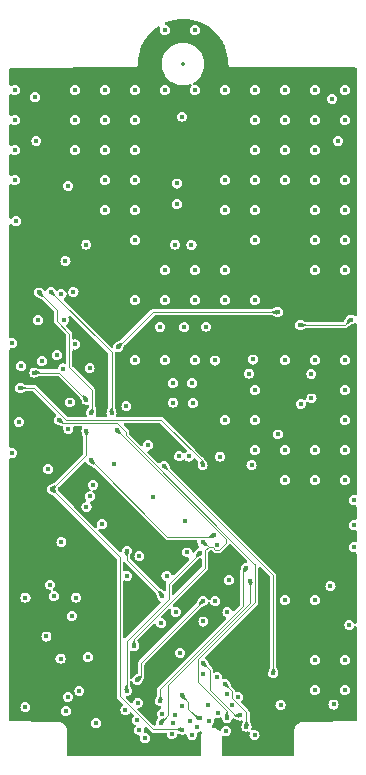
<source format=gbr>
%TF.GenerationSoftware,KiCad,Pcbnew,8.0.1-rc1*%
%TF.CreationDate,2024-08-22T21:46:19-04:00*%
%TF.ProjectId,SoM_V2,536f4d5f-5632-42e6-9b69-6361645f7063,rev?*%
%TF.SameCoordinates,Original*%
%TF.FileFunction,Copper,L4,Inr*%
%TF.FilePolarity,Positive*%
%FSLAX46Y46*%
G04 Gerber Fmt 4.6, Leading zero omitted, Abs format (unit mm)*
G04 Created by KiCad (PCBNEW 8.0.1-rc1) date 2024-08-22 21:46:19*
%MOMM*%
%LPD*%
G01*
G04 APERTURE LIST*
%TA.AperFunction,ViaPad*%
%ADD10C,0.450000*%
%TD*%
%TA.AperFunction,Conductor*%
%ADD11C,0.120000*%
%TD*%
%ADD12C,0.270000*%
%ADD13C,0.350000*%
G04 APERTURE END LIST*
D10*
%TO.N,GND*%
X149690000Y-106690000D03*
X147150000Y-86370000D03*
X121750000Y-83830000D03*
X147150000Y-83830000D03*
X147150000Y-96530000D03*
X139750000Y-125500000D03*
X121860000Y-92410000D03*
X129370000Y-91450000D03*
X144610000Y-124470000D03*
X127825000Y-116600000D03*
X128400000Y-114725000D03*
X135750000Y-128950000D03*
X142070000Y-91450000D03*
X149690000Y-96530000D03*
X131910000Y-83830000D03*
X125630000Y-129430000D03*
X137950000Y-101330000D03*
X126830000Y-86370000D03*
X142070000Y-86370000D03*
X139530000Y-99070000D03*
X150475000Y-118120000D03*
X149690000Y-88910000D03*
X121750000Y-86370000D03*
X147150000Y-81290000D03*
X136990000Y-96530000D03*
X139530000Y-88910000D03*
X142070000Y-106690000D03*
X125300000Y-103725000D03*
X134450000Y-96530000D03*
X139530000Y-109230000D03*
X134450000Y-76210000D03*
X131910000Y-91450000D03*
X147150000Y-111770000D03*
X133025000Y-111375000D03*
X126830000Y-81290000D03*
X149690000Y-91450000D03*
X144610000Y-88910000D03*
X149690000Y-129550000D03*
X147150000Y-91450000D03*
X142070000Y-109230000D03*
X123470000Y-81900000D03*
X150080000Y-126580000D03*
X147150000Y-93990000D03*
X129370000Y-83830000D03*
X131910000Y-88910000D03*
X136090000Y-101380000D03*
X129370000Y-81290000D03*
X150475000Y-120010000D03*
X121525000Y-102740000D03*
X149690000Y-109230000D03*
X134450000Y-81290000D03*
X149690000Y-81290000D03*
X136150000Y-117825000D03*
X136990000Y-81290000D03*
X131910000Y-93990000D03*
X121750000Y-81290000D03*
X144610000Y-111770000D03*
X135140000Y-107760000D03*
X136990000Y-99070000D03*
X147150000Y-132090000D03*
X140170000Y-133390000D03*
X148620000Y-82030000D03*
X122100000Y-109375000D03*
X139530000Y-91450000D03*
X135140000Y-106120000D03*
X136780000Y-106120000D03*
X134450000Y-99070000D03*
X136990000Y-76210000D03*
X134050000Y-101350000D03*
X150475000Y-116020000D03*
X149690000Y-111770000D03*
X149690000Y-93990000D03*
X147150000Y-114310000D03*
X142070000Y-81290000D03*
X147150000Y-88910000D03*
X142070000Y-83830000D03*
X131250000Y-122425000D03*
X131910000Y-99070000D03*
X149690000Y-104150000D03*
X149690000Y-83830000D03*
X147150000Y-129550000D03*
X132300000Y-120775000D03*
X122650000Y-133550000D03*
X127930000Y-129320000D03*
X142070000Y-93990000D03*
X136710000Y-94400000D03*
X135310000Y-94380000D03*
X124430000Y-127560000D03*
X139530000Y-96530000D03*
X149690000Y-114310000D03*
X135125000Y-134925000D03*
X139100000Y-112325000D03*
X135920000Y-83550000D03*
X136990000Y-104150000D03*
X147150000Y-104150000D03*
X129370000Y-88910000D03*
X131910000Y-81290000D03*
X147150000Y-124470000D03*
X144610000Y-114310000D03*
X144610000Y-81290000D03*
X144610000Y-104150000D03*
X129370000Y-86370000D03*
X121750000Y-88910000D03*
X144610000Y-86370000D03*
X136820000Y-107790000D03*
X142070000Y-111770000D03*
X135375000Y-125475000D03*
X134450000Y-104150000D03*
X149690000Y-132090000D03*
X142070000Y-88910000D03*
X139530000Y-81290000D03*
X138225000Y-134700000D03*
X144610000Y-83830000D03*
X131200000Y-108075000D03*
X148740000Y-133320000D03*
X126830000Y-83830000D03*
X131910000Y-86370000D03*
X132175000Y-133175000D03*
X142070000Y-99070000D03*
X131910000Y-104150000D03*
X125700000Y-119575000D03*
%TO.N,Vcc_3V3*%
X124924500Y-101037500D03*
X139757400Y-87061400D03*
X139775000Y-123600000D03*
X124941400Y-104771600D03*
X128229100Y-102771500D03*
X140620000Y-116330000D03*
X144980000Y-108630000D03*
X131155000Y-125850000D03*
X121820000Y-116300000D03*
X123150000Y-127510000D03*
X150275000Y-122650000D03*
X135975000Y-87525000D03*
X139910000Y-102240000D03*
X135350000Y-123600000D03*
X132950000Y-103175000D03*
X146510000Y-123510000D03*
X126510000Y-93510000D03*
X121525000Y-98580000D03*
X144380000Y-116490000D03*
X142480000Y-116360000D03*
X147130000Y-116125000D03*
X126982150Y-134767850D03*
X127660000Y-95180000D03*
X127790000Y-99867500D03*
X135650000Y-119775000D03*
X147060000Y-118040000D03*
X145804200Y-128569100D03*
X134282200Y-130714800D03*
X122100000Y-107725000D03*
X147060000Y-120020000D03*
%TO.N,Net-(U302-OSC1)*%
X135462700Y-90943900D03*
X126275000Y-89400000D03*
%TO.N,GPIO0_BOOT*%
X130509200Y-103040000D03*
X149117300Y-85589300D03*
X144014600Y-100099100D03*
%TO.N,CHIP_EN*%
X131122600Y-133777900D03*
X123579100Y-85589300D03*
X138690400Y-104194000D03*
%TO.N,I2C_SDA_0_TCA*%
X140810200Y-134246500D03*
X137685100Y-129829600D03*
%TO.N,I2C_SDA_1_TCA*%
X142050200Y-135916000D03*
X138852600Y-131016700D03*
%TO.N,I2C_SDA_3_TCA*%
X138130100Y-133351300D03*
X137719100Y-126291900D03*
%TO.N,I2C_SCL_3_TCA*%
X138929600Y-134032600D03*
X138731600Y-124579600D03*
%TO.N,I2C_SDA_2_TCA*%
X140671900Y-132701300D03*
%TO.N,I2C_SCL_2_TCA*%
X139686600Y-132419900D03*
X139882600Y-122803600D03*
%TO.N,I2C_SCL_0_TCA*%
X137713700Y-130705700D03*
%TO.N,I2C_SCL_1_TCA*%
X139537900Y-131567900D03*
X141370794Y-135194706D03*
%TO.N,I2S_BCLK*%
X143643100Y-130686800D03*
X134375500Y-113119000D03*
%TO.N,Net-(D301-A)*%
X146862500Y-105325000D03*
%TO.N,GPIO17_U1_TXD*%
X135925000Y-133425000D03*
%TO.N,Net-(D302-A)*%
X146875000Y-107400000D03*
%TO.N,RESET_OTHERS*%
X132125000Y-131225000D03*
X137698700Y-124550000D03*
X128186500Y-112645200D03*
X126722000Y-98385900D03*
X138625000Y-119000000D03*
%TO.N,GPIO15*%
X134600000Y-122425000D03*
X135048850Y-135851150D03*
%TO.N,GPIO34*%
X141695400Y-122885700D03*
X134107900Y-134860103D03*
%TO.N,I2S_WS*%
X131239100Y-120325400D03*
X134200000Y-124125000D03*
%TO.N,GPIO48{slash}CAN_INT*%
X136570000Y-134700000D03*
X141798500Y-113056900D03*
%TO.N,GPIO26*%
X135340000Y-134175002D03*
X136351200Y-120438600D03*
%TO.N,GPIO46*%
X141902200Y-104110000D03*
X132100000Y-134650000D03*
%TO.N,DEBUG+*%
X135680000Y-112310000D03*
%TO.N,SPI_CLK_ESP32*%
X135900000Y-132550000D03*
X128226500Y-108600400D03*
X123817600Y-98429300D03*
X137400000Y-134499300D03*
X128099000Y-115705900D03*
%TO.N,SPI_MISO_ESP32*%
X127820200Y-110151500D03*
X124918300Y-115096600D03*
X135950000Y-135450000D03*
X125681500Y-98572500D03*
%TO.N,Net-(J201J-PWM_2_PCA)*%
X121525000Y-112003285D03*
X126083000Y-133871200D03*
%TO.N,GPIO16*%
X134225000Y-134098800D03*
X133447100Y-115723000D03*
%TO.N,I2S_DIN{slash}DOUT*%
X134161000Y-126442700D03*
%TO.N,SUSCLK*%
X130141300Y-112931000D03*
X132775000Y-136177600D03*
%TO.N,SPI_MOSI_ESP32*%
X129945400Y-108648600D03*
X124804700Y-98365800D03*
%TO.N,GPIO47*%
X136763507Y-135888507D03*
X138908350Y-119783350D03*
%TO.N,Net-(J201J-PWM_1_PCA)*%
X123718600Y-100780000D03*
X127222200Y-132153300D03*
%TO.N,Net-(J201J-PWM_3_PCA)*%
X122291700Y-104671600D03*
X128635000Y-134900000D03*
%TO.N,I2C_SCL_ESP32*%
X137423700Y-120502600D03*
X128091200Y-104849600D03*
X131232000Y-132150500D03*
%TO.N,GPIO45*%
X132299100Y-135498200D03*
X141574300Y-105303900D03*
%TO.N,GPIO38_ADDRESSABLE_LED*%
X144014600Y-110448100D03*
X135462700Y-89205100D03*
X144255100Y-133390700D03*
%TO.N,GPIO18_U1_RXD*%
X137200000Y-135250000D03*
%TO.N,DEBUG-*%
X136490000Y-112320000D03*
%TO.N,I2C_SDA_ESP32*%
X131850000Y-128375000D03*
X130367500Y-110088300D03*
X126862000Y-102837400D03*
X137650000Y-119600000D03*
%TO.N,Net-(J201I-ADC_2_MCP3202)*%
X124725000Y-123175000D03*
X126250000Y-132675000D03*
%TO.N,Net-(J201J-PWM_4_PCA)*%
X125065700Y-124139000D03*
X124041200Y-104251100D03*
%TO.N,Net-(U302-TXCAN)*%
X126959900Y-124263100D03*
X127814600Y-94380000D03*
%TO.N,Net-(U302-RXCAN)*%
X122653600Y-124263100D03*
X126044500Y-95788500D03*
%TO.N,SPI_CAN_ESP32*%
X125921500Y-100754100D03*
X125825000Y-104875000D03*
%TO.N,U0RXD*%
X148478100Y-123296800D03*
X145966300Y-107851800D03*
%TO.N,LDAC_DAC*%
X126574800Y-125810700D03*
X126289200Y-110015200D03*
%TO.N,SPI_DAC_ESP32*%
X126405200Y-107738600D03*
X129133500Y-118052000D03*
%TO.N,SPI_6_ESP32*%
X139648515Y-135540764D03*
X124575200Y-113397200D03*
%TO.N,SPI_5_ESP32*%
X139720000Y-134439485D03*
X125523500Y-109230300D03*
%TO.N,GPIO33*%
X141327300Y-121771700D03*
X134075000Y-133025000D03*
%TO.N,Net-(Q601A-B1)*%
X150184700Y-100729000D03*
X145930000Y-101196700D03*
%TO.N,CS_1*%
X127817600Y-107509300D03*
X123413700Y-105214700D03*
%TO.N,CS_2*%
X122212700Y-106530400D03*
X137656300Y-113056900D03*
%TD*%
D11*
%TO.N,GPIO0_BOOT*%
X133450100Y-100099100D02*
X130509200Y-103040000D01*
X144014600Y-100099100D02*
X133450100Y-100099100D01*
%TO.N,I2C_SDA_0_TCA*%
X140408200Y-134246500D02*
X138241600Y-132079900D01*
X140810200Y-134246500D02*
X140408200Y-134246500D01*
X138241600Y-130386100D02*
X137685100Y-129829600D01*
X138241600Y-132079900D02*
X138241600Y-130386100D01*
%TO.N,I2C_SCL_1_TCA*%
X140179200Y-132803800D02*
X140179200Y-132209200D01*
X141370794Y-133995394D02*
X140179200Y-132803800D01*
X140179200Y-132209200D02*
X139537900Y-131567900D01*
X141370794Y-135194706D02*
X141370794Y-133995394D01*
%TO.N,I2S_BCLK*%
X143643100Y-130686800D02*
X143643100Y-122386600D01*
X143643100Y-122386600D02*
X134375500Y-113119000D01*
%TO.N,RESET_OTHERS*%
X132456700Y-129792000D02*
X132456700Y-130893300D01*
X138500000Y-119125000D02*
X138625000Y-119000000D01*
X132456700Y-130893300D02*
X132125000Y-131225000D01*
X137698700Y-124550000D02*
X132456700Y-129792000D01*
X134666300Y-119125000D02*
X138500000Y-119125000D01*
X128186500Y-112645200D02*
X134666300Y-119125000D01*
%TO.N,GPIO34*%
X134750000Y-134218003D02*
X134750000Y-131702400D01*
X134750000Y-131702400D02*
X141695400Y-124757000D01*
X134107900Y-134860103D02*
X134750000Y-134218003D01*
X141695400Y-124757000D02*
X141695400Y-122885700D01*
%TO.N,I2S_WS*%
X134074000Y-123882600D02*
X131239100Y-121047700D01*
X131239100Y-121047700D02*
X131239100Y-120325400D01*
X134074000Y-123999000D02*
X134200000Y-124125000D01*
X134074000Y-123882600D02*
X134074000Y-123999000D01*
%TO.N,SPI_CLK_ESP32*%
X137400000Y-134499300D02*
X137249300Y-134499300D01*
X136450000Y-133100000D02*
X135900000Y-132550000D01*
X128323500Y-106727700D02*
X126375000Y-104779200D01*
X125341200Y-99952900D02*
X123817600Y-98429300D01*
X137249300Y-134499300D02*
X136450000Y-133700000D01*
X136450000Y-133700000D02*
X136450000Y-133100000D01*
X125341200Y-100891200D02*
X125341200Y-99952900D01*
X126375000Y-101925000D02*
X125341200Y-100891200D01*
X128226500Y-108600400D02*
X128323500Y-108503400D01*
X128323500Y-108503400D02*
X128323500Y-106727700D01*
X126375000Y-104779200D02*
X126375000Y-101925000D01*
%TO.N,SPI_MISO_ESP32*%
X132271899Y-134235000D02*
X132235000Y-134235000D01*
X130628600Y-132628600D02*
X130628600Y-120806900D01*
X130628600Y-120806900D02*
X124918300Y-115096600D01*
X127820200Y-110151500D02*
X127820200Y-112194700D01*
X127820200Y-112194700D02*
X124918300Y-115096600D01*
X132235000Y-134235000D02*
X130628600Y-132628600D01*
X135936150Y-135436150D02*
X133473049Y-135436150D01*
X133473049Y-135436150D02*
X132271899Y-134235000D01*
X135950000Y-135450000D02*
X135936150Y-135436150D01*
%TO.N,SPI_MOSI_ESP32*%
X129945400Y-108648600D02*
X129945400Y-103506500D01*
X129945400Y-103506500D02*
X124804700Y-98365800D01*
%TO.N,I2C_SCL_ESP32*%
X131232000Y-127918000D02*
X131232000Y-132150500D01*
X134800600Y-123125700D02*
X134800600Y-124349400D01*
X134800600Y-124349400D02*
X131232000Y-127918000D01*
X137423700Y-120502600D02*
X134800600Y-123125700D01*
%TO.N,I2C_SDA_ESP32*%
X137882000Y-121747800D02*
X137882000Y-120264200D01*
X137800000Y-119600000D02*
X138173100Y-119973100D01*
X138736451Y-120198350D02*
X138511201Y-119973100D01*
X132408600Y-127221200D02*
X137882000Y-121747800D01*
X137650000Y-119600000D02*
X137800000Y-119600000D01*
X130367500Y-110088300D02*
X139615900Y-119336700D01*
X139615900Y-119662699D02*
X139080249Y-120198350D01*
X139615900Y-119336700D02*
X139615900Y-119662699D01*
X138511201Y-119973100D02*
X138173100Y-119973100D01*
X138173100Y-119973100D02*
X137882000Y-120264200D01*
X139080249Y-120198350D02*
X138736451Y-120198350D01*
X131850000Y-127779800D02*
X131850000Y-128375000D01*
X132408600Y-127221200D02*
X131850000Y-127779800D01*
%TO.N,SPI_5_ESP32*%
X139720000Y-134439485D02*
X139720000Y-133855284D01*
X142110400Y-124639600D02*
X142110400Y-121463700D01*
X142123600Y-121476900D02*
X131185200Y-110538500D01*
X137250000Y-131385284D02*
X137250000Y-129500000D01*
X139720000Y-133855284D02*
X137250000Y-131385284D01*
X131185200Y-110538500D02*
X131185200Y-110252800D01*
X137250000Y-129500000D02*
X142110400Y-124639600D01*
X131185200Y-110252800D02*
X130431000Y-109498600D01*
X130431000Y-109498600D02*
X125791800Y-109498600D01*
X125791800Y-109498600D02*
X125523500Y-109230300D01*
%TO.N,GPIO33*%
X134075000Y-133025000D02*
X134075000Y-132017000D01*
X141092400Y-124999600D02*
X141092400Y-122006600D01*
X141092400Y-122006600D02*
X141327300Y-121771700D01*
X134075000Y-132017000D02*
X141092400Y-124999600D01*
%TO.N,Net-(Q601A-B1)*%
X149717000Y-101196700D02*
X150184700Y-100729000D01*
X145930000Y-101196700D02*
X149717000Y-101196700D01*
%TO.N,CS_1*%
X123413700Y-105214700D02*
X125523000Y-105214700D01*
X125523000Y-105214700D02*
X127817600Y-107509300D01*
%TO.N,CS_2*%
X126109700Y-109227100D02*
X123413000Y-106530400D01*
X123413000Y-106530400D02*
X122212700Y-106530400D01*
X134139563Y-109227100D02*
X126109700Y-109227100D01*
X137656300Y-112743837D02*
X134139563Y-109227100D01*
X137656300Y-113056900D02*
X137656300Y-112743837D01*
%TD*%
%TA.AperFunction,Conductor*%
%TO.N,Vcc_3V3*%
G36*
X136367736Y-75280996D02*
G01*
X136379792Y-75282180D01*
X136738335Y-75335226D01*
X136750231Y-75337586D01*
X137101842Y-75425446D01*
X137113459Y-75428962D01*
X137454792Y-75550798D01*
X137466016Y-75555435D01*
X137793791Y-75710074D01*
X137804499Y-75715783D01*
X138115571Y-75901743D01*
X138125671Y-75908473D01*
X138417067Y-76123976D01*
X138426466Y-76131667D01*
X138695376Y-76374635D01*
X138703977Y-76383208D01*
X138947829Y-76651315D01*
X138955550Y-76660688D01*
X139151555Y-76923903D01*
X139172004Y-76951363D01*
X139178772Y-76961447D01*
X139365758Y-77271910D01*
X139371507Y-77282609D01*
X139527217Y-77609859D01*
X139531892Y-77621067D01*
X139654850Y-77961994D01*
X139658406Y-77973607D01*
X139747422Y-78324929D01*
X139749824Y-78336833D01*
X139804045Y-78695162D01*
X139805272Y-78707245D01*
X139824327Y-79072001D01*
X139824496Y-79078479D01*
X139824493Y-79120343D01*
X139824650Y-79122696D01*
X139824650Y-79122828D01*
X139824652Y-79122839D01*
X139835816Y-79156829D01*
X139837784Y-79163433D01*
X139844969Y-79190252D01*
X139848078Y-79197759D01*
X139847873Y-79197843D01*
X139853204Y-79209767D01*
X139854354Y-79213269D01*
X139854356Y-79213273D01*
X139868917Y-79233180D01*
X139876223Y-79244393D01*
X139884522Y-79258770D01*
X139884527Y-79258776D01*
X139889363Y-79263613D01*
X139901763Y-79278084D01*
X139910554Y-79290103D01*
X139921488Y-79297993D01*
X139936618Y-79310875D01*
X139940467Y-79314725D01*
X139940469Y-79314726D01*
X139940470Y-79314727D01*
X139954003Y-79322541D01*
X139956067Y-79323733D01*
X139966624Y-79330565D01*
X139987742Y-79345805D01*
X139989907Y-79346500D01*
X140001318Y-79351559D01*
X140001476Y-79351179D01*
X140008981Y-79354287D01*
X140008989Y-79354292D01*
X140037167Y-79361844D01*
X140042936Y-79363543D01*
X140078366Y-79374930D01*
X140078370Y-79374929D01*
X140078371Y-79374930D01*
X140110577Y-79374826D01*
X140125291Y-79374778D01*
X140125687Y-79374778D01*
X150575510Y-79375471D01*
X150642546Y-79395160D01*
X150688298Y-79447967D01*
X150699500Y-79499471D01*
X150699500Y-100342689D01*
X150679815Y-100409728D01*
X150627011Y-100455483D01*
X150557853Y-100465427D01*
X150494297Y-100436402D01*
X150487819Y-100430370D01*
X150437925Y-100380476D01*
X150437921Y-100380473D01*
X150437920Y-100380472D01*
X150317826Y-100319281D01*
X150317824Y-100319280D01*
X150317821Y-100319279D01*
X150184702Y-100298196D01*
X150184698Y-100298196D01*
X150051578Y-100319279D01*
X149931478Y-100380473D01*
X149931474Y-100380476D01*
X149836173Y-100475777D01*
X149799821Y-100547120D01*
X149791975Y-100560403D01*
X149783007Y-100573631D01*
X149782999Y-100573644D01*
X149661947Y-100860422D01*
X149617741Y-100914529D01*
X149551300Y-100936148D01*
X149547708Y-100936200D01*
X146456696Y-100936200D01*
X146410014Y-100927077D01*
X146393285Y-100920279D01*
X146332929Y-100895752D01*
X146104189Y-100802801D01*
X146098436Y-100801090D01*
X146098543Y-100800728D01*
X146072479Y-100791746D01*
X146063128Y-100786982D01*
X146063121Y-100786979D01*
X145930002Y-100765896D01*
X145929998Y-100765896D01*
X145796878Y-100786979D01*
X145796874Y-100786980D01*
X145796874Y-100786981D01*
X145769894Y-100800728D01*
X145676778Y-100848173D01*
X145676774Y-100848176D01*
X145581476Y-100943474D01*
X145581473Y-100943478D01*
X145520279Y-101063578D01*
X145499196Y-101196697D01*
X145499196Y-101196702D01*
X145520279Y-101329821D01*
X145520280Y-101329824D01*
X145520281Y-101329826D01*
X145581472Y-101449920D01*
X145581473Y-101449921D01*
X145581476Y-101449925D01*
X145676774Y-101545223D01*
X145676778Y-101545226D01*
X145676780Y-101545228D01*
X145796874Y-101606419D01*
X145796876Y-101606419D01*
X145796878Y-101606420D01*
X145929998Y-101627504D01*
X145930000Y-101627504D01*
X145930003Y-101627504D01*
X146063122Y-101606420D01*
X146063123Y-101606419D01*
X146063126Y-101606419D01*
X146072463Y-101601660D01*
X146098468Y-101592741D01*
X146098346Y-101592326D01*
X146104172Y-101590600D01*
X146104190Y-101590597D01*
X146410012Y-101466322D01*
X146456694Y-101457200D01*
X149768816Y-101457200D01*
X149768817Y-101457200D01*
X149864561Y-101417541D01*
X149996471Y-101285629D01*
X150035932Y-101259071D01*
X150064818Y-101246878D01*
X150340055Y-101130699D01*
X150351084Y-101123264D01*
X150353887Y-101121376D01*
X150366891Y-101113718D01*
X150437920Y-101077528D01*
X150487819Y-101027629D01*
X150549142Y-100994144D01*
X150618834Y-100999128D01*
X150674767Y-101041000D01*
X150699184Y-101106464D01*
X150699500Y-101115310D01*
X150699500Y-115479567D01*
X150679815Y-115546606D01*
X150627011Y-115592361D01*
X150557853Y-115602305D01*
X150556103Y-115602041D01*
X150519019Y-115596167D01*
X150475000Y-115589196D01*
X150474998Y-115589196D01*
X150474997Y-115589196D01*
X150341878Y-115610279D01*
X150221778Y-115671473D01*
X150221774Y-115671476D01*
X150126476Y-115766774D01*
X150126473Y-115766778D01*
X150065279Y-115886878D01*
X150044196Y-116019997D01*
X150044196Y-116020002D01*
X150065279Y-116153121D01*
X150065280Y-116153124D01*
X150065281Y-116153126D01*
X150126472Y-116273220D01*
X150126473Y-116273221D01*
X150126476Y-116273225D01*
X150221774Y-116368523D01*
X150221778Y-116368526D01*
X150221780Y-116368528D01*
X150341874Y-116429719D01*
X150341876Y-116429719D01*
X150341878Y-116429720D01*
X150474998Y-116450804D01*
X150475000Y-116450804D01*
X150475002Y-116450804D01*
X150556102Y-116437959D01*
X150625396Y-116446914D01*
X150678847Y-116491910D01*
X150699487Y-116558661D01*
X150699500Y-116560432D01*
X150699500Y-117579567D01*
X150679815Y-117646606D01*
X150627011Y-117692361D01*
X150557853Y-117702305D01*
X150556103Y-117702041D01*
X150519019Y-117696167D01*
X150475000Y-117689196D01*
X150474998Y-117689196D01*
X150474997Y-117689196D01*
X150341878Y-117710279D01*
X150221778Y-117771473D01*
X150221774Y-117771476D01*
X150126476Y-117866774D01*
X150126473Y-117866778D01*
X150065279Y-117986878D01*
X150044196Y-118119997D01*
X150044196Y-118120002D01*
X150065279Y-118253121D01*
X150065280Y-118253124D01*
X150065281Y-118253126D01*
X150126472Y-118373220D01*
X150126473Y-118373221D01*
X150126476Y-118373225D01*
X150221774Y-118468523D01*
X150221778Y-118468526D01*
X150221780Y-118468528D01*
X150341874Y-118529719D01*
X150341876Y-118529719D01*
X150341878Y-118529720D01*
X150474998Y-118550804D01*
X150475000Y-118550804D01*
X150475002Y-118550804D01*
X150556102Y-118537959D01*
X150625396Y-118546914D01*
X150678847Y-118591910D01*
X150699487Y-118658661D01*
X150699500Y-118660432D01*
X150699500Y-119469567D01*
X150679815Y-119536606D01*
X150627011Y-119582361D01*
X150557853Y-119592305D01*
X150556103Y-119592041D01*
X150519019Y-119586167D01*
X150475000Y-119579196D01*
X150474998Y-119579196D01*
X150474997Y-119579196D01*
X150341878Y-119600279D01*
X150221778Y-119661473D01*
X150221774Y-119661476D01*
X150126476Y-119756774D01*
X150126473Y-119756778D01*
X150065279Y-119876878D01*
X150044196Y-120009997D01*
X150044196Y-120010002D01*
X150065279Y-120143121D01*
X150065280Y-120143124D01*
X150065281Y-120143126D01*
X150121410Y-120253285D01*
X150126473Y-120263221D01*
X150126476Y-120263225D01*
X150221774Y-120358523D01*
X150221778Y-120358526D01*
X150221780Y-120358528D01*
X150341874Y-120419719D01*
X150341876Y-120419719D01*
X150341878Y-120419720D01*
X150474998Y-120440804D01*
X150475000Y-120440804D01*
X150475002Y-120440804D01*
X150556102Y-120427959D01*
X150625396Y-120436914D01*
X150678847Y-120481910D01*
X150699487Y-120548661D01*
X150699500Y-120550432D01*
X150699500Y-126342096D01*
X150679815Y-126409135D01*
X150627011Y-126454890D01*
X150557853Y-126464834D01*
X150494297Y-126435809D01*
X150465016Y-126398393D01*
X150428528Y-126326780D01*
X150428524Y-126326776D01*
X150428523Y-126326774D01*
X150333225Y-126231476D01*
X150333221Y-126231473D01*
X150333220Y-126231472D01*
X150213126Y-126170281D01*
X150213124Y-126170280D01*
X150213121Y-126170279D01*
X150080002Y-126149196D01*
X150079998Y-126149196D01*
X149946878Y-126170279D01*
X149826778Y-126231473D01*
X149826774Y-126231476D01*
X149731476Y-126326774D01*
X149731473Y-126326778D01*
X149670279Y-126446878D01*
X149649196Y-126579997D01*
X149649196Y-126580002D01*
X149670279Y-126713121D01*
X149670280Y-126713124D01*
X149670281Y-126713126D01*
X149723668Y-126817903D01*
X149731473Y-126833221D01*
X149731476Y-126833225D01*
X149826774Y-126928523D01*
X149826778Y-126928526D01*
X149826780Y-126928528D01*
X149946874Y-126989719D01*
X149946876Y-126989719D01*
X149946878Y-126989720D01*
X150079998Y-127010804D01*
X150080000Y-127010804D01*
X150080002Y-127010804D01*
X150213121Y-126989720D01*
X150213121Y-126989719D01*
X150213126Y-126989719D01*
X150333220Y-126928528D01*
X150428528Y-126833220D01*
X150465016Y-126761607D01*
X150512989Y-126710812D01*
X150580810Y-126694017D01*
X150646945Y-126716554D01*
X150690397Y-126771269D01*
X150699500Y-126817903D01*
X150699500Y-134626894D01*
X150679815Y-134693933D01*
X150627011Y-134739688D01*
X150576275Y-134750892D01*
X146799362Y-134774498D01*
X146798587Y-134774500D01*
X146146155Y-134774500D01*
X145991510Y-134805261D01*
X145991498Y-134805264D01*
X145845827Y-134865602D01*
X145845814Y-134865609D01*
X145714711Y-134953210D01*
X145714707Y-134953213D01*
X145603213Y-135064707D01*
X145603210Y-135064711D01*
X145515609Y-135195814D01*
X145515602Y-135195827D01*
X145455264Y-135341498D01*
X145455261Y-135341510D01*
X145424500Y-135496153D01*
X145424500Y-137542783D01*
X145404815Y-137609822D01*
X145352011Y-137655577D01*
X145300476Y-137666783D01*
X139449476Y-137665629D01*
X139382440Y-137645931D01*
X139336695Y-137593118D01*
X139325500Y-137541629D01*
X139325500Y-136086306D01*
X139323895Y-136078238D01*
X139330122Y-136008646D01*
X139372985Y-135953469D01*
X139438874Y-135930224D01*
X139501806Y-135943562D01*
X139515389Y-135950483D01*
X139515390Y-135950483D01*
X139515392Y-135950484D01*
X139648513Y-135971568D01*
X139648515Y-135971568D01*
X139648517Y-135971568D01*
X139781636Y-135950484D01*
X139781636Y-135950483D01*
X139781641Y-135950483D01*
X139901735Y-135889292D01*
X139997043Y-135793984D01*
X140058234Y-135673890D01*
X140058235Y-135673885D01*
X140079319Y-135540766D01*
X140079319Y-135540761D01*
X140058235Y-135407642D01*
X140058234Y-135407640D01*
X140058234Y-135407638D01*
X139997043Y-135287544D01*
X139997041Y-135287542D01*
X139997038Y-135287538D01*
X139901740Y-135192240D01*
X139901736Y-135192237D01*
X139901735Y-135192236D01*
X139781641Y-135131045D01*
X139781639Y-135131044D01*
X139781636Y-135131043D01*
X139691464Y-135116762D01*
X139674278Y-135108615D01*
X139673546Y-135108937D01*
X139657653Y-135109960D01*
X139648513Y-135109960D01*
X139515393Y-135131043D01*
X139515389Y-135131044D01*
X139515389Y-135131045D01*
X139471868Y-135153220D01*
X139395293Y-135192237D01*
X139395289Y-135192240D01*
X139299991Y-135287538D01*
X139299988Y-135287542D01*
X139299987Y-135287544D01*
X139251286Y-135383126D01*
X139238794Y-135407642D01*
X139234800Y-135432863D01*
X139204871Y-135495998D01*
X139145559Y-135532929D01*
X139075697Y-135531931D01*
X139024646Y-135501146D01*
X138999038Y-135475538D01*
X138999034Y-135475535D01*
X138851553Y-135376990D01*
X138851540Y-135376983D01*
X138687667Y-135309106D01*
X138687659Y-135309104D01*
X138519709Y-135275696D01*
X138457798Y-135243311D01*
X138423224Y-135182595D01*
X138426965Y-135112825D01*
X138467831Y-135056154D01*
X138471023Y-135053755D01*
X138478211Y-135048532D01*
X138478220Y-135048528D01*
X138573528Y-134953220D01*
X138634719Y-134833126D01*
X138639132Y-134805263D01*
X138655804Y-134700002D01*
X138655804Y-134699997D01*
X138636800Y-134580011D01*
X138645755Y-134510717D01*
X138690751Y-134457265D01*
X138757502Y-134436626D01*
X138786793Y-134441051D01*
X138786835Y-134440793D01*
X138929598Y-134463404D01*
X138929600Y-134463404D01*
X138929602Y-134463404D01*
X139062722Y-134442320D01*
X139062723Y-134442319D01*
X139062726Y-134442319D01*
X139120631Y-134412814D01*
X139189298Y-134399918D01*
X139254039Y-134426194D01*
X139294297Y-134483300D01*
X139299398Y-134503902D01*
X139310279Y-134572606D01*
X139310280Y-134572609D01*
X139310281Y-134572611D01*
X139371472Y-134692705D01*
X139371473Y-134692706D01*
X139371476Y-134692710D01*
X139466774Y-134788008D01*
X139466778Y-134788011D01*
X139466780Y-134788013D01*
X139586874Y-134849204D01*
X139586876Y-134849204D01*
X139586878Y-134849205D01*
X139677051Y-134863487D01*
X139694236Y-134871633D01*
X139694969Y-134871312D01*
X139710862Y-134870289D01*
X139720002Y-134870289D01*
X139853121Y-134849205D01*
X139853121Y-134849204D01*
X139853126Y-134849204D01*
X139973220Y-134788013D01*
X140068528Y-134692705D01*
X140129719Y-134572611D01*
X140129719Y-134572606D01*
X140129721Y-134572604D01*
X140132737Y-134563325D01*
X140135491Y-134564220D01*
X140158739Y-134515165D01*
X140218045Y-134478226D01*
X140287908Y-134479215D01*
X140298739Y-134483122D01*
X140336981Y-134498963D01*
X140356380Y-134506999D01*
X140356381Y-134506999D01*
X140356383Y-134507000D01*
X140356385Y-134507000D01*
X140368360Y-134509382D01*
X140367722Y-134512585D01*
X140400592Y-134520460D01*
X140619752Y-134631859D01*
X140626555Y-134635161D01*
X140627335Y-134635522D01*
X140628148Y-134635702D01*
X140632631Y-134637313D01*
X140633649Y-134637658D01*
X140633642Y-134637677D01*
X140657533Y-134646262D01*
X140677074Y-134656219D01*
X140677075Y-134656219D01*
X140677077Y-134656220D01*
X140677076Y-134656220D01*
X140810198Y-134677304D01*
X140810200Y-134677304D01*
X140810202Y-134677304D01*
X140920447Y-134659843D01*
X140989741Y-134668798D01*
X141043193Y-134713794D01*
X141063832Y-134780545D01*
X141054722Y-134828998D01*
X140976896Y-135020514D01*
X140975185Y-135026268D01*
X140974823Y-135026160D01*
X140965842Y-135052222D01*
X140961076Y-135061576D01*
X140961073Y-135061584D01*
X140939990Y-135194703D01*
X140939990Y-135194708D01*
X140961073Y-135327827D01*
X140961074Y-135327830D01*
X140961075Y-135327832D01*
X141014822Y-135433316D01*
X141022267Y-135447927D01*
X141022270Y-135447931D01*
X141117568Y-135543229D01*
X141117572Y-135543232D01*
X141117574Y-135543234D01*
X141237668Y-135604425D01*
X141237670Y-135604425D01*
X141237672Y-135604426D01*
X141370792Y-135625510D01*
X141370794Y-135625510D01*
X141370796Y-135625510D01*
X141511007Y-135603303D01*
X141580301Y-135612258D01*
X141633753Y-135657254D01*
X141654392Y-135724006D01*
X141642906Y-135773406D01*
X141643495Y-135773598D01*
X141641269Y-135780445D01*
X141640894Y-135782062D01*
X141640481Y-135782872D01*
X141640480Y-135782875D01*
X141619396Y-135915997D01*
X141619396Y-135916002D01*
X141640479Y-136049121D01*
X141640480Y-136049124D01*
X141640481Y-136049126D01*
X141701672Y-136169220D01*
X141701673Y-136169221D01*
X141701676Y-136169225D01*
X141796974Y-136264523D01*
X141796978Y-136264526D01*
X141796980Y-136264528D01*
X141917074Y-136325719D01*
X141917076Y-136325719D01*
X141917078Y-136325720D01*
X142050198Y-136346804D01*
X142050200Y-136346804D01*
X142050202Y-136346804D01*
X142183321Y-136325720D01*
X142183321Y-136325719D01*
X142183326Y-136325719D01*
X142303420Y-136264528D01*
X142398728Y-136169220D01*
X142459919Y-136049126D01*
X142460656Y-136044474D01*
X142481004Y-135916002D01*
X142481004Y-135915997D01*
X142459920Y-135782878D01*
X142459919Y-135782876D01*
X142459919Y-135782874D01*
X142398728Y-135662780D01*
X142398726Y-135662778D01*
X142398723Y-135662774D01*
X142303425Y-135567476D01*
X142303421Y-135567473D01*
X142303420Y-135567472D01*
X142183326Y-135506281D01*
X142183324Y-135506280D01*
X142183321Y-135506279D01*
X142050202Y-135485196D01*
X142050200Y-135485196D01*
X142009802Y-135491594D01*
X141909985Y-135507403D01*
X141840691Y-135498447D01*
X141787240Y-135453450D01*
X141766601Y-135386699D01*
X141778089Y-135337299D01*
X141777499Y-135337108D01*
X141779732Y-135330234D01*
X141780105Y-135328632D01*
X141780513Y-135327832D01*
X141786894Y-135287544D01*
X141801598Y-135194708D01*
X141801598Y-135194703D01*
X141780513Y-135061580D01*
X141775753Y-135052237D01*
X141766834Y-135026233D01*
X141766420Y-135026356D01*
X141764690Y-135020514D01*
X141640417Y-134714694D01*
X141631294Y-134668012D01*
X141631294Y-133943578D01*
X141631294Y-133943577D01*
X141591635Y-133847833D01*
X141518355Y-133774553D01*
X141134504Y-133390702D01*
X143824296Y-133390702D01*
X143845379Y-133523821D01*
X143845380Y-133523824D01*
X143845381Y-133523826D01*
X143906572Y-133643920D01*
X143906573Y-133643921D01*
X143906576Y-133643925D01*
X144001874Y-133739223D01*
X144001878Y-133739226D01*
X144001880Y-133739228D01*
X144121974Y-133800419D01*
X144121976Y-133800419D01*
X144121978Y-133800420D01*
X144255098Y-133821504D01*
X144255100Y-133821504D01*
X144255102Y-133821504D01*
X144388221Y-133800420D01*
X144388221Y-133800419D01*
X144388226Y-133800419D01*
X144508320Y-133739228D01*
X144603628Y-133643920D01*
X144664819Y-133523826D01*
X144665002Y-133522672D01*
X144685904Y-133390702D01*
X144685904Y-133390697D01*
X144674707Y-133320002D01*
X148309196Y-133320002D01*
X148330279Y-133453121D01*
X148330280Y-133453124D01*
X148330281Y-133453126D01*
X148391472Y-133573220D01*
X148391473Y-133573221D01*
X148391476Y-133573225D01*
X148486774Y-133668523D01*
X148486778Y-133668526D01*
X148486780Y-133668528D01*
X148606874Y-133729719D01*
X148606876Y-133729719D01*
X148606878Y-133729720D01*
X148739998Y-133750804D01*
X148740000Y-133750804D01*
X148740002Y-133750804D01*
X148873121Y-133729720D01*
X148873121Y-133729719D01*
X148873126Y-133729719D01*
X148993220Y-133668528D01*
X149088528Y-133573220D01*
X149149719Y-133453126D01*
X149151735Y-133440396D01*
X149170804Y-133320002D01*
X149170804Y-133319997D01*
X149149720Y-133186878D01*
X149149719Y-133186876D01*
X149149719Y-133186874D01*
X149088528Y-133066780D01*
X149088526Y-133066778D01*
X149088523Y-133066774D01*
X148993225Y-132971476D01*
X148993221Y-132971473D01*
X148993220Y-132971472D01*
X148873126Y-132910281D01*
X148873124Y-132910280D01*
X148873121Y-132910279D01*
X148740002Y-132889196D01*
X148739998Y-132889196D01*
X148606878Y-132910279D01*
X148486778Y-132971473D01*
X148486774Y-132971476D01*
X148391476Y-133066774D01*
X148391473Y-133066778D01*
X148330279Y-133186878D01*
X148309196Y-133319997D01*
X148309196Y-133320002D01*
X144674707Y-133320002D01*
X144664820Y-133257578D01*
X144664819Y-133257576D01*
X144664819Y-133257574D01*
X144603628Y-133137480D01*
X144603626Y-133137478D01*
X144603623Y-133137474D01*
X144508325Y-133042176D01*
X144508321Y-133042173D01*
X144508320Y-133042172D01*
X144388226Y-132980981D01*
X144388224Y-132980980D01*
X144388221Y-132980979D01*
X144255102Y-132959896D01*
X144255098Y-132959896D01*
X144121978Y-132980979D01*
X144001878Y-133042173D01*
X144001874Y-133042176D01*
X143906576Y-133137474D01*
X143906573Y-133137478D01*
X143845379Y-133257578D01*
X143824296Y-133390697D01*
X143824296Y-133390702D01*
X141134504Y-133390702D01*
X140947056Y-133203254D01*
X140913571Y-133141931D01*
X140918555Y-133072239D01*
X140947054Y-133027893D01*
X141020428Y-132954520D01*
X141081619Y-132834426D01*
X141081620Y-132834421D01*
X141102704Y-132701302D01*
X141102704Y-132701297D01*
X141081620Y-132568178D01*
X141081619Y-132568176D01*
X141081619Y-132568174D01*
X141020428Y-132448080D01*
X141020426Y-132448078D01*
X141020423Y-132448074D01*
X140925125Y-132352776D01*
X140925121Y-132352773D01*
X140925120Y-132352772D01*
X140805026Y-132291581D01*
X140805024Y-132291580D01*
X140805021Y-132291579D01*
X140671902Y-132270496D01*
X140671897Y-132270496D01*
X140583097Y-132284560D01*
X140513804Y-132275605D01*
X140460352Y-132230609D01*
X140439713Y-132163857D01*
X140439700Y-132162087D01*
X140439700Y-132157384D01*
X140439700Y-132157383D01*
X140411789Y-132090002D01*
X146719196Y-132090002D01*
X146740279Y-132223121D01*
X146740280Y-132223124D01*
X146740281Y-132223126D01*
X146801472Y-132343220D01*
X146801473Y-132343221D01*
X146801476Y-132343225D01*
X146896774Y-132438523D01*
X146896778Y-132438526D01*
X146896780Y-132438528D01*
X147016874Y-132499719D01*
X147016876Y-132499719D01*
X147016878Y-132499720D01*
X147149998Y-132520804D01*
X147150000Y-132520804D01*
X147150002Y-132520804D01*
X147283121Y-132499720D01*
X147283121Y-132499719D01*
X147283126Y-132499719D01*
X147403220Y-132438528D01*
X147498528Y-132343220D01*
X147559719Y-132223126D01*
X147563148Y-132201476D01*
X147580804Y-132090002D01*
X149259196Y-132090002D01*
X149280279Y-132223121D01*
X149280280Y-132223124D01*
X149280281Y-132223126D01*
X149341472Y-132343220D01*
X149341473Y-132343221D01*
X149341476Y-132343225D01*
X149436774Y-132438523D01*
X149436778Y-132438526D01*
X149436780Y-132438528D01*
X149556874Y-132499719D01*
X149556876Y-132499719D01*
X149556878Y-132499720D01*
X149689998Y-132520804D01*
X149690000Y-132520804D01*
X149690002Y-132520804D01*
X149823121Y-132499720D01*
X149823121Y-132499719D01*
X149823126Y-132499719D01*
X149943220Y-132438528D01*
X150038528Y-132343220D01*
X150099719Y-132223126D01*
X150103148Y-132201476D01*
X150120804Y-132090002D01*
X150120804Y-132089997D01*
X150099720Y-131956878D01*
X150099719Y-131956876D01*
X150099719Y-131956874D01*
X150038528Y-131836780D01*
X150038526Y-131836778D01*
X150038523Y-131836774D01*
X149943225Y-131741476D01*
X149943221Y-131741473D01*
X149943220Y-131741472D01*
X149823126Y-131680281D01*
X149823124Y-131680280D01*
X149823121Y-131680279D01*
X149690002Y-131659196D01*
X149689998Y-131659196D01*
X149556878Y-131680279D01*
X149556874Y-131680280D01*
X149556874Y-131680281D01*
X149516160Y-131701026D01*
X149436778Y-131741473D01*
X149436774Y-131741476D01*
X149341476Y-131836774D01*
X149341473Y-131836778D01*
X149280279Y-131956878D01*
X149259196Y-132089997D01*
X149259196Y-132090002D01*
X147580804Y-132090002D01*
X147580804Y-132089997D01*
X147559720Y-131956878D01*
X147559719Y-131956876D01*
X147559719Y-131956874D01*
X147498528Y-131836780D01*
X147498526Y-131836778D01*
X147498523Y-131836774D01*
X147403225Y-131741476D01*
X147403221Y-131741473D01*
X147403220Y-131741472D01*
X147283126Y-131680281D01*
X147283124Y-131680280D01*
X147283121Y-131680279D01*
X147150002Y-131659196D01*
X147149998Y-131659196D01*
X147016878Y-131680279D01*
X147016874Y-131680280D01*
X147016874Y-131680281D01*
X146976160Y-131701026D01*
X146896778Y-131741473D01*
X146896774Y-131741476D01*
X146801476Y-131836774D01*
X146801473Y-131836778D01*
X146740279Y-131956878D01*
X146719196Y-132089997D01*
X146719196Y-132090002D01*
X140411789Y-132090002D01*
X140400041Y-132061639D01*
X140326761Y-131988359D01*
X140094531Y-131756129D01*
X140067972Y-131716669D01*
X140061367Y-131701021D01*
X139939599Y-131412544D01*
X139930273Y-131398707D01*
X139922615Y-131385700D01*
X139891480Y-131324595D01*
X139886428Y-131314680D01*
X139886425Y-131314677D01*
X139886423Y-131314674D01*
X139791125Y-131219376D01*
X139791121Y-131219373D01*
X139791120Y-131219372D01*
X139671026Y-131158181D01*
X139671024Y-131158180D01*
X139671021Y-131158179D01*
X139537902Y-131137096D01*
X139537900Y-131137096D01*
X139495868Y-131143753D01*
X139425865Y-131154840D01*
X139356571Y-131145884D01*
X139303120Y-131100887D01*
X139282481Y-131034136D01*
X139283404Y-131021234D01*
X139283404Y-131016697D01*
X139262320Y-130883578D01*
X139262319Y-130883576D01*
X139262319Y-130883574D01*
X139201128Y-130763480D01*
X139201126Y-130763478D01*
X139201123Y-130763474D01*
X139105825Y-130668176D01*
X139105821Y-130668173D01*
X139105820Y-130668172D01*
X138985726Y-130606981D01*
X138985724Y-130606980D01*
X138985721Y-130606979D01*
X138852602Y-130585896D01*
X138852598Y-130585896D01*
X138719476Y-130606979D01*
X138682394Y-130625874D01*
X138613724Y-130638770D01*
X138548984Y-130612493D01*
X138508728Y-130555386D01*
X138502100Y-130515389D01*
X138502100Y-130334284D01*
X138502099Y-130334280D01*
X138477501Y-130274896D01*
X138477500Y-130274894D01*
X138462442Y-130238539D01*
X138241729Y-130017827D01*
X138215171Y-129978368D01*
X138207300Y-129959720D01*
X138086799Y-129674244D01*
X138077473Y-129660407D01*
X138069815Y-129647400D01*
X138049417Y-129607369D01*
X138033628Y-129576380D01*
X138033625Y-129576377D01*
X138033623Y-129576374D01*
X137938325Y-129481076D01*
X137938321Y-129481073D01*
X137938320Y-129481072D01*
X137937007Y-129480403D01*
X137890993Y-129456957D01*
X137840197Y-129408982D01*
X137823403Y-129341161D01*
X137845941Y-129275026D01*
X137859602Y-129258798D01*
X142331242Y-124787161D01*
X142331242Y-124787159D01*
X142331244Y-124787158D01*
X142357725Y-124723225D01*
X142370900Y-124691417D01*
X142370900Y-124587783D01*
X142370900Y-121782164D01*
X142390585Y-121715125D01*
X142443389Y-121669370D01*
X142512547Y-121659426D01*
X142576103Y-121688451D01*
X142582581Y-121694483D01*
X143346281Y-122458183D01*
X143379766Y-122519506D01*
X143382600Y-122545864D01*
X143382600Y-130160106D01*
X143373477Y-130206788D01*
X143249202Y-130512608D01*
X143247491Y-130518362D01*
X143247129Y-130518254D01*
X143238148Y-130544316D01*
X143233382Y-130553670D01*
X143233379Y-130553678D01*
X143212296Y-130686797D01*
X143212296Y-130686802D01*
X143233379Y-130819921D01*
X143233380Y-130819924D01*
X143233381Y-130819926D01*
X143294572Y-130940020D01*
X143294573Y-130940021D01*
X143294576Y-130940025D01*
X143389874Y-131035323D01*
X143389878Y-131035326D01*
X143389880Y-131035328D01*
X143509974Y-131096519D01*
X143509976Y-131096519D01*
X143509978Y-131096520D01*
X143643098Y-131117604D01*
X143643100Y-131117604D01*
X143643102Y-131117604D01*
X143776221Y-131096520D01*
X143776221Y-131096519D01*
X143776226Y-131096519D01*
X143896320Y-131035328D01*
X143991628Y-130940020D01*
X144052819Y-130819926D01*
X144061759Y-130763480D01*
X144073904Y-130686802D01*
X144073904Y-130686797D01*
X144052819Y-130553674D01*
X144048059Y-130544331D01*
X144039140Y-130518327D01*
X144038726Y-130518450D01*
X144036996Y-130512608D01*
X143912723Y-130206788D01*
X143903600Y-130160106D01*
X143903600Y-129550002D01*
X146719196Y-129550002D01*
X146740279Y-129683121D01*
X146740280Y-129683124D01*
X146740281Y-129683126D01*
X146788890Y-129778526D01*
X146801473Y-129803221D01*
X146801476Y-129803225D01*
X146896774Y-129898523D01*
X146896778Y-129898526D01*
X146896780Y-129898528D01*
X147016874Y-129959719D01*
X147016876Y-129959719D01*
X147016878Y-129959720D01*
X147149998Y-129980804D01*
X147150000Y-129980804D01*
X147150002Y-129980804D01*
X147283121Y-129959720D01*
X147283121Y-129959719D01*
X147283126Y-129959719D01*
X147403220Y-129898528D01*
X147498528Y-129803220D01*
X147559719Y-129683126D01*
X147562031Y-129668528D01*
X147580804Y-129550002D01*
X149259196Y-129550002D01*
X149280279Y-129683121D01*
X149280280Y-129683124D01*
X149280281Y-129683126D01*
X149328890Y-129778526D01*
X149341473Y-129803221D01*
X149341476Y-129803225D01*
X149436774Y-129898523D01*
X149436778Y-129898526D01*
X149436780Y-129898528D01*
X149556874Y-129959719D01*
X149556876Y-129959719D01*
X149556878Y-129959720D01*
X149689998Y-129980804D01*
X149690000Y-129980804D01*
X149690002Y-129980804D01*
X149823121Y-129959720D01*
X149823121Y-129959719D01*
X149823126Y-129959719D01*
X149943220Y-129898528D01*
X150038528Y-129803220D01*
X150099719Y-129683126D01*
X150102031Y-129668528D01*
X150120804Y-129550002D01*
X150120804Y-129549997D01*
X150099720Y-129416878D01*
X150099719Y-129416876D01*
X150099719Y-129416874D01*
X150038528Y-129296780D01*
X150038526Y-129296778D01*
X150038523Y-129296774D01*
X149943225Y-129201476D01*
X149943221Y-129201473D01*
X149943220Y-129201472D01*
X149823126Y-129140281D01*
X149823124Y-129140280D01*
X149823121Y-129140279D01*
X149690002Y-129119196D01*
X149689998Y-129119196D01*
X149556878Y-129140279D01*
X149436778Y-129201473D01*
X149436774Y-129201476D01*
X149341476Y-129296774D01*
X149341473Y-129296778D01*
X149280279Y-129416878D01*
X149259196Y-129549997D01*
X149259196Y-129550002D01*
X147580804Y-129550002D01*
X147580804Y-129549997D01*
X147559720Y-129416878D01*
X147559719Y-129416876D01*
X147559719Y-129416874D01*
X147498528Y-129296780D01*
X147498526Y-129296778D01*
X147498523Y-129296774D01*
X147403225Y-129201476D01*
X147403221Y-129201473D01*
X147403220Y-129201472D01*
X147283126Y-129140281D01*
X147283124Y-129140280D01*
X147283121Y-129140279D01*
X147150002Y-129119196D01*
X147149998Y-129119196D01*
X147016878Y-129140279D01*
X146896778Y-129201473D01*
X146896774Y-129201476D01*
X146801476Y-129296774D01*
X146801473Y-129296778D01*
X146740279Y-129416878D01*
X146719196Y-129549997D01*
X146719196Y-129550002D01*
X143903600Y-129550002D01*
X143903600Y-124470002D01*
X144179196Y-124470002D01*
X144200279Y-124603121D01*
X144200280Y-124603124D01*
X144200281Y-124603126D01*
X144260389Y-124721094D01*
X144261473Y-124723221D01*
X144261476Y-124723225D01*
X144356774Y-124818523D01*
X144356778Y-124818526D01*
X144356780Y-124818528D01*
X144476874Y-124879719D01*
X144476876Y-124879719D01*
X144476878Y-124879720D01*
X144609998Y-124900804D01*
X144610000Y-124900804D01*
X144610002Y-124900804D01*
X144743121Y-124879720D01*
X144743121Y-124879719D01*
X144743126Y-124879719D01*
X144863220Y-124818528D01*
X144958528Y-124723220D01*
X145019719Y-124603126D01*
X145024997Y-124569804D01*
X145040804Y-124470002D01*
X146719196Y-124470002D01*
X146740279Y-124603121D01*
X146740280Y-124603124D01*
X146740281Y-124603126D01*
X146800389Y-124721094D01*
X146801473Y-124723221D01*
X146801476Y-124723225D01*
X146896774Y-124818523D01*
X146896778Y-124818526D01*
X146896780Y-124818528D01*
X147016874Y-124879719D01*
X147016876Y-124879719D01*
X147016878Y-124879720D01*
X147149998Y-124900804D01*
X147150000Y-124900804D01*
X147150002Y-124900804D01*
X147283121Y-124879720D01*
X147283121Y-124879719D01*
X147283126Y-124879719D01*
X147403220Y-124818528D01*
X147498528Y-124723220D01*
X147559719Y-124603126D01*
X147564997Y-124569804D01*
X147580804Y-124470002D01*
X147580804Y-124469997D01*
X147559720Y-124336878D01*
X147559719Y-124336876D01*
X147559719Y-124336874D01*
X147498528Y-124216780D01*
X147498526Y-124216778D01*
X147498523Y-124216774D01*
X147403225Y-124121476D01*
X147403221Y-124121473D01*
X147403220Y-124121472D01*
X147283126Y-124060281D01*
X147283124Y-124060280D01*
X147283121Y-124060279D01*
X147150002Y-124039196D01*
X147149998Y-124039196D01*
X147016878Y-124060279D01*
X146896778Y-124121473D01*
X146896774Y-124121476D01*
X146801476Y-124216774D01*
X146801473Y-124216778D01*
X146740279Y-124336878D01*
X146719196Y-124469997D01*
X146719196Y-124470002D01*
X145040804Y-124470002D01*
X145040804Y-124469997D01*
X145019720Y-124336878D01*
X145019719Y-124336876D01*
X145019719Y-124336874D01*
X144958528Y-124216780D01*
X144958526Y-124216778D01*
X144958523Y-124216774D01*
X144863225Y-124121476D01*
X144863221Y-124121473D01*
X144863220Y-124121472D01*
X144743126Y-124060281D01*
X144743124Y-124060280D01*
X144743121Y-124060279D01*
X144610002Y-124039196D01*
X144609998Y-124039196D01*
X144476878Y-124060279D01*
X144356778Y-124121473D01*
X144356774Y-124121476D01*
X144261476Y-124216774D01*
X144261473Y-124216778D01*
X144200279Y-124336878D01*
X144179196Y-124469997D01*
X144179196Y-124470002D01*
X143903600Y-124470002D01*
X143903600Y-123296802D01*
X148047296Y-123296802D01*
X148068379Y-123429921D01*
X148068380Y-123429924D01*
X148068381Y-123429926D01*
X148129572Y-123550020D01*
X148129573Y-123550021D01*
X148129576Y-123550025D01*
X148224874Y-123645323D01*
X148224878Y-123645326D01*
X148224880Y-123645328D01*
X148344974Y-123706519D01*
X148344976Y-123706519D01*
X148344978Y-123706520D01*
X148478098Y-123727604D01*
X148478100Y-123727604D01*
X148478102Y-123727604D01*
X148611221Y-123706520D01*
X148611221Y-123706519D01*
X148611226Y-123706519D01*
X148731320Y-123645328D01*
X148826628Y-123550020D01*
X148887819Y-123429926D01*
X148887820Y-123429921D01*
X148908904Y-123296802D01*
X148908904Y-123296797D01*
X148887820Y-123163678D01*
X148887819Y-123163676D01*
X148887819Y-123163674D01*
X148826628Y-123043580D01*
X148826626Y-123043578D01*
X148826623Y-123043574D01*
X148731325Y-122948276D01*
X148731321Y-122948273D01*
X148731320Y-122948272D01*
X148611226Y-122887081D01*
X148611224Y-122887080D01*
X148611221Y-122887079D01*
X148478102Y-122865996D01*
X148478098Y-122865996D01*
X148344978Y-122887079D01*
X148224878Y-122948273D01*
X148224874Y-122948276D01*
X148129576Y-123043574D01*
X148129573Y-123043578D01*
X148068379Y-123163678D01*
X148047296Y-123296797D01*
X148047296Y-123296802D01*
X143903600Y-123296802D01*
X143903600Y-122334784D01*
X143903599Y-122334781D01*
X143890279Y-122302624D01*
X143890279Y-122302623D01*
X143863942Y-122239039D01*
X135934904Y-114310002D01*
X144179196Y-114310002D01*
X144200279Y-114443121D01*
X144200280Y-114443124D01*
X144200281Y-114443126D01*
X144261472Y-114563220D01*
X144261473Y-114563221D01*
X144261476Y-114563225D01*
X144356774Y-114658523D01*
X144356778Y-114658526D01*
X144356780Y-114658528D01*
X144476874Y-114719719D01*
X144476876Y-114719719D01*
X144476878Y-114719720D01*
X144609998Y-114740804D01*
X144610000Y-114740804D01*
X144610002Y-114740804D01*
X144743121Y-114719720D01*
X144743121Y-114719719D01*
X144743126Y-114719719D01*
X144863220Y-114658528D01*
X144958528Y-114563220D01*
X145019719Y-114443126D01*
X145019720Y-114443121D01*
X145040804Y-114310002D01*
X146719196Y-114310002D01*
X146740279Y-114443121D01*
X146740280Y-114443124D01*
X146740281Y-114443126D01*
X146801472Y-114563220D01*
X146801473Y-114563221D01*
X146801476Y-114563225D01*
X146896774Y-114658523D01*
X146896778Y-114658526D01*
X146896780Y-114658528D01*
X147016874Y-114719719D01*
X147016876Y-114719719D01*
X147016878Y-114719720D01*
X147149998Y-114740804D01*
X147150000Y-114740804D01*
X147150002Y-114740804D01*
X147283121Y-114719720D01*
X147283121Y-114719719D01*
X147283126Y-114719719D01*
X147403220Y-114658528D01*
X147498528Y-114563220D01*
X147559719Y-114443126D01*
X147559720Y-114443121D01*
X147580804Y-114310002D01*
X149259196Y-114310002D01*
X149280279Y-114443121D01*
X149280280Y-114443124D01*
X149280281Y-114443126D01*
X149341472Y-114563220D01*
X149341473Y-114563221D01*
X149341476Y-114563225D01*
X149436774Y-114658523D01*
X149436778Y-114658526D01*
X149436780Y-114658528D01*
X149556874Y-114719719D01*
X149556876Y-114719719D01*
X149556878Y-114719720D01*
X149689998Y-114740804D01*
X149690000Y-114740804D01*
X149690002Y-114740804D01*
X149823121Y-114719720D01*
X149823121Y-114719719D01*
X149823126Y-114719719D01*
X149943220Y-114658528D01*
X150038528Y-114563220D01*
X150099719Y-114443126D01*
X150099720Y-114443121D01*
X150120804Y-114310002D01*
X150120804Y-114309997D01*
X150099720Y-114176878D01*
X150099719Y-114176876D01*
X150099719Y-114176874D01*
X150038528Y-114056780D01*
X150038526Y-114056778D01*
X150038523Y-114056774D01*
X149943225Y-113961476D01*
X149943221Y-113961473D01*
X149943220Y-113961472D01*
X149823126Y-113900281D01*
X149823124Y-113900280D01*
X149823121Y-113900279D01*
X149690002Y-113879196D01*
X149689998Y-113879196D01*
X149556878Y-113900279D01*
X149436778Y-113961473D01*
X149436774Y-113961476D01*
X149341476Y-114056774D01*
X149341473Y-114056778D01*
X149280279Y-114176878D01*
X149259196Y-114309997D01*
X149259196Y-114310002D01*
X147580804Y-114310002D01*
X147580804Y-114309997D01*
X147559720Y-114176878D01*
X147559719Y-114176876D01*
X147559719Y-114176874D01*
X147498528Y-114056780D01*
X147498526Y-114056778D01*
X147498523Y-114056774D01*
X147403225Y-113961476D01*
X147403221Y-113961473D01*
X147403220Y-113961472D01*
X147283126Y-113900281D01*
X147283124Y-113900280D01*
X147283121Y-113900279D01*
X147150002Y-113879196D01*
X147149998Y-113879196D01*
X147016878Y-113900279D01*
X146896778Y-113961473D01*
X146896774Y-113961476D01*
X146801476Y-114056774D01*
X146801473Y-114056778D01*
X146740279Y-114176878D01*
X146719196Y-114309997D01*
X146719196Y-114310002D01*
X145040804Y-114310002D01*
X145040804Y-114309997D01*
X145019720Y-114176878D01*
X145019719Y-114176876D01*
X145019719Y-114176874D01*
X144958528Y-114056780D01*
X144958526Y-114056778D01*
X144958523Y-114056774D01*
X144863225Y-113961476D01*
X144863221Y-113961473D01*
X144863220Y-113961472D01*
X144743126Y-113900281D01*
X144743124Y-113900280D01*
X144743121Y-113900279D01*
X144610002Y-113879196D01*
X144609998Y-113879196D01*
X144476878Y-113900279D01*
X144356778Y-113961473D01*
X144356774Y-113961476D01*
X144261476Y-114056774D01*
X144261473Y-114056778D01*
X144200279Y-114176878D01*
X144179196Y-114309997D01*
X144179196Y-114310002D01*
X135934904Y-114310002D01*
X134932130Y-113307228D01*
X134905572Y-113267769D01*
X134904014Y-113264078D01*
X134777199Y-112963644D01*
X134767873Y-112949807D01*
X134760215Y-112936800D01*
X134731092Y-112879644D01*
X134724028Y-112865780D01*
X134724025Y-112865777D01*
X134724023Y-112865774D01*
X134628725Y-112770476D01*
X134628721Y-112770473D01*
X134628720Y-112770472D01*
X134508626Y-112709281D01*
X134508624Y-112709280D01*
X134508621Y-112709279D01*
X134375502Y-112688196D01*
X134375498Y-112688196D01*
X134242378Y-112709279D01*
X134122278Y-112770473D01*
X134041607Y-112851144D01*
X133980283Y-112884628D01*
X133910592Y-112879644D01*
X133866245Y-112851143D01*
X133020895Y-112005793D01*
X132987410Y-111944470D01*
X132992394Y-111874778D01*
X133034266Y-111818845D01*
X133089176Y-111795639D01*
X133158126Y-111784719D01*
X133278220Y-111723528D01*
X133373528Y-111628220D01*
X133434719Y-111508126D01*
X133434720Y-111508121D01*
X133455804Y-111375002D01*
X133455804Y-111374997D01*
X133434720Y-111241878D01*
X133434719Y-111241876D01*
X133434719Y-111241874D01*
X133373528Y-111121780D01*
X133373526Y-111121778D01*
X133373523Y-111121774D01*
X133278225Y-111026476D01*
X133278221Y-111026473D01*
X133278220Y-111026472D01*
X133158126Y-110965281D01*
X133158124Y-110965280D01*
X133158121Y-110965279D01*
X133025002Y-110944196D01*
X133024998Y-110944196D01*
X132891878Y-110965279D01*
X132771778Y-111026473D01*
X132771774Y-111026476D01*
X132676476Y-111121774D01*
X132676473Y-111121778D01*
X132615279Y-111241878D01*
X132604360Y-111310820D01*
X132574430Y-111373955D01*
X132515119Y-111410886D01*
X132445256Y-111409888D01*
X132394206Y-111379103D01*
X131482019Y-110466916D01*
X131448534Y-110405593D01*
X131445700Y-110379235D01*
X131445700Y-110200984D01*
X131445698Y-110200978D01*
X131425853Y-110153068D01*
X131425853Y-110153066D01*
X131406044Y-110105244D01*
X131406042Y-110105239D01*
X131000082Y-109699280D01*
X130966598Y-109637958D01*
X130971582Y-109568267D01*
X131013453Y-109512333D01*
X131078918Y-109487916D01*
X131087764Y-109487600D01*
X133980299Y-109487600D01*
X134047338Y-109507285D01*
X134067980Y-109523919D01*
X136300760Y-111756699D01*
X136334245Y-111818022D01*
X136329261Y-111887714D01*
X136287389Y-111943647D01*
X136269378Y-111954862D01*
X136236780Y-111971472D01*
X136236779Y-111971473D01*
X136236774Y-111971476D01*
X136177681Y-112030570D01*
X136116358Y-112064055D01*
X136046666Y-112059071D01*
X136002319Y-112030570D01*
X135933225Y-111961476D01*
X135933221Y-111961473D01*
X135933220Y-111961472D01*
X135813126Y-111900281D01*
X135813124Y-111900280D01*
X135813121Y-111900279D01*
X135680002Y-111879196D01*
X135679998Y-111879196D01*
X135546878Y-111900279D01*
X135426778Y-111961473D01*
X135426774Y-111961476D01*
X135331476Y-112056774D01*
X135331473Y-112056778D01*
X135331472Y-112056780D01*
X135290901Y-112136406D01*
X135270279Y-112176878D01*
X135249196Y-112309997D01*
X135249196Y-112310002D01*
X135270279Y-112443121D01*
X135270280Y-112443124D01*
X135270281Y-112443126D01*
X135319961Y-112540628D01*
X135331473Y-112563221D01*
X135331476Y-112563225D01*
X135426774Y-112658523D01*
X135426778Y-112658526D01*
X135426780Y-112658528D01*
X135546874Y-112719719D01*
X135546876Y-112719719D01*
X135546878Y-112719720D01*
X135679998Y-112740804D01*
X135680000Y-112740804D01*
X135680002Y-112740804D01*
X135813121Y-112719720D01*
X135813121Y-112719719D01*
X135813126Y-112719719D01*
X135933220Y-112658528D01*
X135992320Y-112599427D01*
X136053639Y-112565944D01*
X136123331Y-112570928D01*
X136167680Y-112599429D01*
X136236774Y-112668523D01*
X136236778Y-112668526D01*
X136236780Y-112668528D01*
X136356874Y-112729719D01*
X136356876Y-112729719D01*
X136356878Y-112729720D01*
X136489998Y-112750804D01*
X136490000Y-112750804D01*
X136490002Y-112750804D01*
X136623121Y-112729720D01*
X136623121Y-112729719D01*
X136623126Y-112729719D01*
X136743220Y-112668528D01*
X136838528Y-112573220D01*
X136855136Y-112540624D01*
X136903106Y-112489831D01*
X136970926Y-112473034D01*
X137037062Y-112495570D01*
X137053300Y-112509239D01*
X137242088Y-112698027D01*
X137275573Y-112759350D01*
X137274877Y-112815086D01*
X137274513Y-112816580D01*
X137254555Y-112898420D01*
X137253439Y-112902995D01*
X137249219Y-112914371D01*
X137249596Y-112914494D01*
X137246580Y-112923776D01*
X137225496Y-113056897D01*
X137225496Y-113056902D01*
X137246579Y-113190021D01*
X137246580Y-113190024D01*
X137246581Y-113190026D01*
X137306299Y-113307229D01*
X137307773Y-113310121D01*
X137307776Y-113310125D01*
X137403074Y-113405423D01*
X137403078Y-113405426D01*
X137403080Y-113405428D01*
X137523174Y-113466619D01*
X137523176Y-113466619D01*
X137523178Y-113466620D01*
X137656298Y-113487704D01*
X137656300Y-113487704D01*
X137656302Y-113487704D01*
X137789421Y-113466620D01*
X137789421Y-113466619D01*
X137789426Y-113466619D01*
X137909520Y-113405428D01*
X138004828Y-113310120D01*
X138066019Y-113190026D01*
X138066938Y-113184225D01*
X138087104Y-113056902D01*
X141367696Y-113056902D01*
X141388779Y-113190021D01*
X141388780Y-113190024D01*
X141388781Y-113190026D01*
X141448499Y-113307229D01*
X141449973Y-113310121D01*
X141449976Y-113310125D01*
X141545274Y-113405423D01*
X141545278Y-113405426D01*
X141545280Y-113405428D01*
X141665374Y-113466619D01*
X141665376Y-113466619D01*
X141665378Y-113466620D01*
X141798498Y-113487704D01*
X141798500Y-113487704D01*
X141798502Y-113487704D01*
X141931621Y-113466620D01*
X141931621Y-113466619D01*
X141931626Y-113466619D01*
X142051720Y-113405428D01*
X142147028Y-113310120D01*
X142208219Y-113190026D01*
X142209138Y-113184225D01*
X142229304Y-113056902D01*
X142229304Y-113056897D01*
X142208220Y-112923778D01*
X142208219Y-112923776D01*
X142208219Y-112923774D01*
X142147028Y-112803680D01*
X142147026Y-112803678D01*
X142147023Y-112803674D01*
X142051725Y-112708376D01*
X142051721Y-112708373D01*
X142051720Y-112708372D01*
X141931626Y-112647181D01*
X141931624Y-112647180D01*
X141931621Y-112647179D01*
X141798502Y-112626096D01*
X141798498Y-112626096D01*
X141665378Y-112647179D01*
X141545278Y-112708373D01*
X141545274Y-112708376D01*
X141449976Y-112803674D01*
X141449973Y-112803678D01*
X141449972Y-112803680D01*
X141393114Y-112915271D01*
X141388779Y-112923778D01*
X141367696Y-113056897D01*
X141367696Y-113056902D01*
X138087104Y-113056902D01*
X138087104Y-113056897D01*
X138066020Y-112923778D01*
X138066019Y-112923776D01*
X138066019Y-112923774D01*
X138004828Y-112803680D01*
X138004826Y-112803678D01*
X138004823Y-112803674D01*
X137995028Y-112793879D01*
X137979365Y-112773627D01*
X137979249Y-112773712D01*
X137976324Y-112769694D01*
X137975799Y-112769016D01*
X137975670Y-112768797D01*
X137975664Y-112768790D01*
X137975664Y-112768788D01*
X137921561Y-112694484D01*
X137907244Y-112668950D01*
X137907069Y-112668528D01*
X137877141Y-112596276D01*
X137803861Y-112522996D01*
X137783214Y-112502349D01*
X137773571Y-112491506D01*
X137772259Y-112489844D01*
X137766146Y-112482101D01*
X137764961Y-112480715D01*
X137761999Y-112477327D01*
X137757415Y-112474074D01*
X137741494Y-112460629D01*
X137605867Y-112325002D01*
X138669196Y-112325002D01*
X138690279Y-112458121D01*
X138690280Y-112458124D01*
X138690281Y-112458126D01*
X138748927Y-112573225D01*
X138751473Y-112578221D01*
X138751476Y-112578225D01*
X138846774Y-112673523D01*
X138846778Y-112673526D01*
X138846780Y-112673528D01*
X138966874Y-112734719D01*
X138966876Y-112734719D01*
X138966878Y-112734720D01*
X139099998Y-112755804D01*
X139100000Y-112755804D01*
X139100002Y-112755804D01*
X139233121Y-112734720D01*
X139233121Y-112734719D01*
X139233126Y-112734719D01*
X139353220Y-112673528D01*
X139448528Y-112578220D01*
X139509719Y-112458126D01*
X139515561Y-112421244D01*
X139530804Y-112325002D01*
X139530804Y-112324997D01*
X139509720Y-112191878D01*
X139509719Y-112191876D01*
X139509719Y-112191874D01*
X139448528Y-112071780D01*
X139448526Y-112071778D01*
X139448523Y-112071774D01*
X139353225Y-111976476D01*
X139353221Y-111976473D01*
X139353220Y-111976472D01*
X139233126Y-111915281D01*
X139233124Y-111915280D01*
X139233121Y-111915279D01*
X139100002Y-111894196D01*
X139099998Y-111894196D01*
X138966878Y-111915279D01*
X138846778Y-111976473D01*
X138846774Y-111976476D01*
X138751476Y-112071774D01*
X138751473Y-112071778D01*
X138751472Y-112071780D01*
X138700096Y-112172612D01*
X138690279Y-112191878D01*
X138669196Y-112324997D01*
X138669196Y-112325002D01*
X137605867Y-112325002D01*
X137050867Y-111770002D01*
X141639196Y-111770002D01*
X141660279Y-111903121D01*
X141660280Y-111903124D01*
X141660281Y-111903126D01*
X141721472Y-112023220D01*
X141721473Y-112023221D01*
X141721476Y-112023225D01*
X141816774Y-112118523D01*
X141816778Y-112118526D01*
X141816780Y-112118528D01*
X141936874Y-112179719D01*
X141936876Y-112179719D01*
X141936878Y-112179720D01*
X142069998Y-112200804D01*
X142070000Y-112200804D01*
X142070002Y-112200804D01*
X142203121Y-112179720D01*
X142203121Y-112179719D01*
X142203126Y-112179719D01*
X142323220Y-112118528D01*
X142418528Y-112023220D01*
X142479719Y-111903126D01*
X142480697Y-111896954D01*
X142500804Y-111770002D01*
X144179196Y-111770002D01*
X144200279Y-111903121D01*
X144200280Y-111903124D01*
X144200281Y-111903126D01*
X144261472Y-112023220D01*
X144261473Y-112023221D01*
X144261476Y-112023225D01*
X144356774Y-112118523D01*
X144356778Y-112118526D01*
X144356780Y-112118528D01*
X144476874Y-112179719D01*
X144476876Y-112179719D01*
X144476878Y-112179720D01*
X144609998Y-112200804D01*
X144610000Y-112200804D01*
X144610002Y-112200804D01*
X144743121Y-112179720D01*
X144743121Y-112179719D01*
X144743126Y-112179719D01*
X144863220Y-112118528D01*
X144958528Y-112023220D01*
X145019719Y-111903126D01*
X145020697Y-111896954D01*
X145040804Y-111770002D01*
X146719196Y-111770002D01*
X146740279Y-111903121D01*
X146740280Y-111903124D01*
X146740281Y-111903126D01*
X146801472Y-112023220D01*
X146801473Y-112023221D01*
X146801476Y-112023225D01*
X146896774Y-112118523D01*
X146896778Y-112118526D01*
X146896780Y-112118528D01*
X147016874Y-112179719D01*
X147016876Y-112179719D01*
X147016878Y-112179720D01*
X147149998Y-112200804D01*
X147150000Y-112200804D01*
X147150002Y-112200804D01*
X147283121Y-112179720D01*
X147283121Y-112179719D01*
X147283126Y-112179719D01*
X147403220Y-112118528D01*
X147498528Y-112023220D01*
X147559719Y-111903126D01*
X147560697Y-111896954D01*
X147580804Y-111770002D01*
X149259196Y-111770002D01*
X149280279Y-111903121D01*
X149280280Y-111903124D01*
X149280281Y-111903126D01*
X149341472Y-112023220D01*
X149341473Y-112023221D01*
X149341476Y-112023225D01*
X149436774Y-112118523D01*
X149436778Y-112118526D01*
X149436780Y-112118528D01*
X149556874Y-112179719D01*
X149556876Y-112179719D01*
X149556878Y-112179720D01*
X149689998Y-112200804D01*
X149690000Y-112200804D01*
X149690002Y-112200804D01*
X149823121Y-112179720D01*
X149823121Y-112179719D01*
X149823126Y-112179719D01*
X149943220Y-112118528D01*
X150038528Y-112023220D01*
X150099719Y-111903126D01*
X150100697Y-111896954D01*
X150120804Y-111770002D01*
X150120804Y-111769997D01*
X150099720Y-111636878D01*
X150099719Y-111636876D01*
X150099719Y-111636874D01*
X150038528Y-111516780D01*
X150038526Y-111516778D01*
X150038523Y-111516774D01*
X149943225Y-111421476D01*
X149943221Y-111421473D01*
X149943220Y-111421472D01*
X149823126Y-111360281D01*
X149823124Y-111360280D01*
X149823121Y-111360279D01*
X149690002Y-111339196D01*
X149689998Y-111339196D01*
X149556878Y-111360279D01*
X149436778Y-111421473D01*
X149436774Y-111421476D01*
X149341476Y-111516774D01*
X149341473Y-111516778D01*
X149280279Y-111636878D01*
X149259196Y-111769997D01*
X149259196Y-111770002D01*
X147580804Y-111770002D01*
X147580804Y-111769997D01*
X147559720Y-111636878D01*
X147559719Y-111636876D01*
X147559719Y-111636874D01*
X147498528Y-111516780D01*
X147498526Y-111516778D01*
X147498523Y-111516774D01*
X147403225Y-111421476D01*
X147403221Y-111421473D01*
X147403220Y-111421472D01*
X147283126Y-111360281D01*
X147283124Y-111360280D01*
X147283121Y-111360279D01*
X147150002Y-111339196D01*
X147149998Y-111339196D01*
X147016878Y-111360279D01*
X146896778Y-111421473D01*
X146896774Y-111421476D01*
X146801476Y-111516774D01*
X146801473Y-111516778D01*
X146740279Y-111636878D01*
X146719196Y-111769997D01*
X146719196Y-111770002D01*
X145040804Y-111770002D01*
X145040804Y-111769997D01*
X145019720Y-111636878D01*
X145019719Y-111636876D01*
X145019719Y-111636874D01*
X144958528Y-111516780D01*
X144958526Y-111516778D01*
X144958523Y-111516774D01*
X144863225Y-111421476D01*
X144863221Y-111421473D01*
X144863220Y-111421472D01*
X144743126Y-111360281D01*
X144743124Y-111360280D01*
X144743121Y-111360279D01*
X144610002Y-111339196D01*
X144609998Y-111339196D01*
X144476878Y-111360279D01*
X144356778Y-111421473D01*
X144356774Y-111421476D01*
X144261476Y-111516774D01*
X144261473Y-111516778D01*
X144200279Y-111636878D01*
X144179196Y-111769997D01*
X144179196Y-111770002D01*
X142500804Y-111770002D01*
X142500804Y-111769997D01*
X142479720Y-111636878D01*
X142479719Y-111636876D01*
X142479719Y-111636874D01*
X142418528Y-111516780D01*
X142418526Y-111516778D01*
X142418523Y-111516774D01*
X142323225Y-111421476D01*
X142323221Y-111421473D01*
X142323220Y-111421472D01*
X142203126Y-111360281D01*
X142203124Y-111360280D01*
X142203121Y-111360279D01*
X142070002Y-111339196D01*
X142069998Y-111339196D01*
X141936878Y-111360279D01*
X141816778Y-111421473D01*
X141816774Y-111421476D01*
X141721476Y-111516774D01*
X141721473Y-111516778D01*
X141660279Y-111636878D01*
X141639196Y-111769997D01*
X141639196Y-111770002D01*
X137050867Y-111770002D01*
X135728967Y-110448102D01*
X143583796Y-110448102D01*
X143604879Y-110581221D01*
X143604880Y-110581224D01*
X143604881Y-110581226D01*
X143666072Y-110701320D01*
X143666073Y-110701321D01*
X143666076Y-110701325D01*
X143761374Y-110796623D01*
X143761378Y-110796626D01*
X143761380Y-110796628D01*
X143881474Y-110857819D01*
X143881476Y-110857819D01*
X143881478Y-110857820D01*
X144014598Y-110878904D01*
X144014600Y-110878904D01*
X144014602Y-110878904D01*
X144147721Y-110857820D01*
X144147721Y-110857819D01*
X144147726Y-110857819D01*
X144267820Y-110796628D01*
X144363128Y-110701320D01*
X144424319Y-110581226D01*
X144438768Y-110489999D01*
X144445404Y-110448102D01*
X144445404Y-110448097D01*
X144424320Y-110314978D01*
X144424319Y-110314976D01*
X144424319Y-110314974D01*
X144363128Y-110194880D01*
X144363126Y-110194878D01*
X144363123Y-110194874D01*
X144267825Y-110099576D01*
X144267821Y-110099573D01*
X144267820Y-110099572D01*
X144147726Y-110038381D01*
X144147724Y-110038380D01*
X144147721Y-110038379D01*
X144014602Y-110017296D01*
X144014598Y-110017296D01*
X143881478Y-110038379D01*
X143761378Y-110099573D01*
X143761374Y-110099576D01*
X143666076Y-110194874D01*
X143666073Y-110194878D01*
X143604879Y-110314978D01*
X143583796Y-110448097D01*
X143583796Y-110448102D01*
X135728967Y-110448102D01*
X134510867Y-109230002D01*
X139099196Y-109230002D01*
X139120279Y-109363121D01*
X139120280Y-109363124D01*
X139120281Y-109363126D01*
X139181472Y-109483220D01*
X139181473Y-109483221D01*
X139181476Y-109483225D01*
X139276774Y-109578523D01*
X139276778Y-109578526D01*
X139276780Y-109578528D01*
X139396874Y-109639719D01*
X139396876Y-109639719D01*
X139396878Y-109639720D01*
X139529998Y-109660804D01*
X139530000Y-109660804D01*
X139530002Y-109660804D01*
X139663121Y-109639720D01*
X139663121Y-109639719D01*
X139663126Y-109639719D01*
X139783220Y-109578528D01*
X139878528Y-109483220D01*
X139939719Y-109363126D01*
X139958923Y-109241878D01*
X139960804Y-109230002D01*
X141639196Y-109230002D01*
X141660279Y-109363121D01*
X141660280Y-109363124D01*
X141660281Y-109363126D01*
X141721472Y-109483220D01*
X141721473Y-109483221D01*
X141721476Y-109483225D01*
X141816774Y-109578523D01*
X141816778Y-109578526D01*
X141816780Y-109578528D01*
X141936874Y-109639719D01*
X141936876Y-109639719D01*
X141936878Y-109639720D01*
X142069998Y-109660804D01*
X142070000Y-109660804D01*
X142070002Y-109660804D01*
X142203121Y-109639720D01*
X142203121Y-109639719D01*
X142203126Y-109639719D01*
X142323220Y-109578528D01*
X142418528Y-109483220D01*
X142479719Y-109363126D01*
X142498923Y-109241878D01*
X142500804Y-109230002D01*
X149259196Y-109230002D01*
X149280279Y-109363121D01*
X149280280Y-109363124D01*
X149280281Y-109363126D01*
X149341472Y-109483220D01*
X149341473Y-109483221D01*
X149341476Y-109483225D01*
X149436774Y-109578523D01*
X149436778Y-109578526D01*
X149436780Y-109578528D01*
X149556874Y-109639719D01*
X149556876Y-109639719D01*
X149556878Y-109639720D01*
X149689998Y-109660804D01*
X149690000Y-109660804D01*
X149690002Y-109660804D01*
X149823121Y-109639720D01*
X149823121Y-109639719D01*
X149823126Y-109639719D01*
X149943220Y-109578528D01*
X150038528Y-109483220D01*
X150099719Y-109363126D01*
X150118923Y-109241878D01*
X150120804Y-109230002D01*
X150120804Y-109229997D01*
X150099720Y-109096878D01*
X150099719Y-109096876D01*
X150099719Y-109096874D01*
X150038528Y-108976780D01*
X150038526Y-108976778D01*
X150038523Y-108976774D01*
X149943225Y-108881476D01*
X149943221Y-108881473D01*
X149943220Y-108881472D01*
X149823126Y-108820281D01*
X149823124Y-108820280D01*
X149823121Y-108820279D01*
X149690002Y-108799196D01*
X149689998Y-108799196D01*
X149556878Y-108820279D01*
X149436778Y-108881473D01*
X149436774Y-108881476D01*
X149341476Y-108976774D01*
X149341473Y-108976778D01*
X149280279Y-109096878D01*
X149259196Y-109229997D01*
X149259196Y-109230002D01*
X142500804Y-109230002D01*
X142500804Y-109229997D01*
X142479720Y-109096878D01*
X142479719Y-109096876D01*
X142479719Y-109096874D01*
X142418528Y-108976780D01*
X142418526Y-108976778D01*
X142418523Y-108976774D01*
X142323225Y-108881476D01*
X142323221Y-108881473D01*
X142323220Y-108881472D01*
X142203126Y-108820281D01*
X142203124Y-108820280D01*
X142203121Y-108820279D01*
X142070002Y-108799196D01*
X142069998Y-108799196D01*
X141936878Y-108820279D01*
X141816778Y-108881473D01*
X141816774Y-108881476D01*
X141721476Y-108976774D01*
X141721473Y-108976778D01*
X141660279Y-109096878D01*
X141639196Y-109229997D01*
X141639196Y-109230002D01*
X139960804Y-109230002D01*
X139960804Y-109229997D01*
X139939720Y-109096878D01*
X139939719Y-109096876D01*
X139939719Y-109096874D01*
X139878528Y-108976780D01*
X139878526Y-108976778D01*
X139878523Y-108976774D01*
X139783225Y-108881476D01*
X139783221Y-108881473D01*
X139783220Y-108881472D01*
X139663126Y-108820281D01*
X139663124Y-108820280D01*
X139663121Y-108820279D01*
X139530002Y-108799196D01*
X139529998Y-108799196D01*
X139396878Y-108820279D01*
X139276778Y-108881473D01*
X139276774Y-108881476D01*
X139181476Y-108976774D01*
X139181473Y-108976778D01*
X139120279Y-109096878D01*
X139099196Y-109229997D01*
X139099196Y-109230002D01*
X134510867Y-109230002D01*
X134287125Y-109006260D01*
X134287124Y-109006259D01*
X134191380Y-108966600D01*
X130463270Y-108966600D01*
X130396231Y-108946915D01*
X130350476Y-108894111D01*
X130340532Y-108824953D01*
X130352783Y-108786309D01*
X130355119Y-108781726D01*
X130362754Y-108733521D01*
X130376204Y-108648602D01*
X130376204Y-108648597D01*
X130355119Y-108515474D01*
X130350359Y-108506131D01*
X130341440Y-108480127D01*
X130341026Y-108480250D01*
X130339296Y-108474408D01*
X130215023Y-108168588D01*
X130205900Y-108121906D01*
X130205900Y-108075002D01*
X130769196Y-108075002D01*
X130790279Y-108208121D01*
X130790280Y-108208124D01*
X130790281Y-108208126D01*
X130851472Y-108328220D01*
X130851473Y-108328221D01*
X130851476Y-108328225D01*
X130946774Y-108423523D01*
X130946778Y-108423526D01*
X130946780Y-108423528D01*
X131066874Y-108484719D01*
X131066876Y-108484719D01*
X131066878Y-108484720D01*
X131199998Y-108505804D01*
X131200000Y-108505804D01*
X131200002Y-108505804D01*
X131333121Y-108484720D01*
X131333121Y-108484719D01*
X131333126Y-108484719D01*
X131453220Y-108423528D01*
X131548528Y-108328220D01*
X131609719Y-108208126D01*
X131610954Y-108200328D01*
X131630804Y-108075002D01*
X131630804Y-108074997D01*
X131609720Y-107941878D01*
X131609719Y-107941876D01*
X131609719Y-107941874D01*
X131548528Y-107821780D01*
X131548526Y-107821778D01*
X131548523Y-107821774D01*
X131486751Y-107760002D01*
X134709196Y-107760002D01*
X134730279Y-107893121D01*
X134730280Y-107893124D01*
X134730281Y-107893126D01*
X134780569Y-107991821D01*
X134791473Y-108013221D01*
X134791476Y-108013225D01*
X134886774Y-108108523D01*
X134886778Y-108108526D01*
X134886780Y-108108528D01*
X135006874Y-108169719D01*
X135006876Y-108169719D01*
X135006878Y-108169720D01*
X135139998Y-108190804D01*
X135140000Y-108190804D01*
X135140002Y-108190804D01*
X135273121Y-108169720D01*
X135273121Y-108169719D01*
X135273126Y-108169719D01*
X135393220Y-108108528D01*
X135488528Y-108013220D01*
X135549719Y-107893126D01*
X135549720Y-107893121D01*
X135566052Y-107790002D01*
X136389196Y-107790002D01*
X136410279Y-107923121D01*
X136410280Y-107923124D01*
X136410281Y-107923126D01*
X136456187Y-108013221D01*
X136471473Y-108043221D01*
X136471476Y-108043225D01*
X136566774Y-108138523D01*
X136566778Y-108138526D01*
X136566780Y-108138528D01*
X136686874Y-108199719D01*
X136686876Y-108199719D01*
X136686878Y-108199720D01*
X136819998Y-108220804D01*
X136820000Y-108220804D01*
X136820002Y-108220804D01*
X136953121Y-108199720D01*
X136953121Y-108199719D01*
X136953126Y-108199719D01*
X137073220Y-108138528D01*
X137168528Y-108043220D01*
X137229719Y-107923126D01*
X137229720Y-107923121D01*
X137241016Y-107851802D01*
X145535496Y-107851802D01*
X145556579Y-107984920D01*
X145556580Y-107984922D01*
X145556581Y-107984926D01*
X145617772Y-108105020D01*
X145617773Y-108105021D01*
X145617776Y-108105025D01*
X145713074Y-108200323D01*
X145713078Y-108200326D01*
X145713080Y-108200328D01*
X145833174Y-108261519D01*
X145833176Y-108261519D01*
X145833178Y-108261520D01*
X145966298Y-108282604D01*
X145966300Y-108282604D01*
X145966302Y-108282604D01*
X146099421Y-108261520D01*
X146099421Y-108261519D01*
X146099426Y-108261519D01*
X146219520Y-108200328D01*
X146314828Y-108105020D01*
X146376019Y-107984926D01*
X146376019Y-107984922D01*
X146376021Y-107984920D01*
X146397104Y-107851802D01*
X146397104Y-107851798D01*
X146395088Y-107839070D01*
X146404042Y-107769777D01*
X146449038Y-107716325D01*
X146515790Y-107695685D01*
X146583104Y-107714410D01*
X146605242Y-107731991D01*
X146621774Y-107748523D01*
X146621778Y-107748526D01*
X146621780Y-107748528D01*
X146741874Y-107809719D01*
X146741876Y-107809719D01*
X146741878Y-107809720D01*
X146874998Y-107830804D01*
X146875000Y-107830804D01*
X146875002Y-107830804D01*
X147008121Y-107809720D01*
X147008121Y-107809719D01*
X147008126Y-107809719D01*
X147128220Y-107748528D01*
X147223528Y-107653220D01*
X147284719Y-107533126D01*
X147284720Y-107533121D01*
X147305804Y-107400002D01*
X147305804Y-107399997D01*
X147284720Y-107266878D01*
X147284719Y-107266876D01*
X147284719Y-107266874D01*
X147223528Y-107146780D01*
X147223526Y-107146778D01*
X147223523Y-107146774D01*
X147128225Y-107051476D01*
X147128221Y-107051473D01*
X147128220Y-107051472D01*
X147008126Y-106990281D01*
X147008124Y-106990280D01*
X147008121Y-106990279D01*
X146875002Y-106969196D01*
X146874998Y-106969196D01*
X146741878Y-106990279D01*
X146621778Y-107051473D01*
X146621774Y-107051476D01*
X146526476Y-107146774D01*
X146526473Y-107146778D01*
X146465279Y-107266878D01*
X146444196Y-107399997D01*
X146444196Y-107400001D01*
X146446212Y-107412733D01*
X146437255Y-107482026D01*
X146392257Y-107535477D01*
X146325505Y-107556114D01*
X146258192Y-107537387D01*
X146236057Y-107519808D01*
X146219525Y-107503276D01*
X146219521Y-107503273D01*
X146219520Y-107503272D01*
X146099426Y-107442081D01*
X146099424Y-107442080D01*
X146099421Y-107442079D01*
X145966302Y-107420996D01*
X145966298Y-107420996D01*
X145833178Y-107442079D01*
X145713078Y-107503273D01*
X145713074Y-107503276D01*
X145617776Y-107598574D01*
X145617773Y-107598578D01*
X145617772Y-107598580D01*
X145568295Y-107695685D01*
X145556579Y-107718678D01*
X145535496Y-107851797D01*
X145535496Y-107851802D01*
X137241016Y-107851802D01*
X137250804Y-107790002D01*
X137250804Y-107789997D01*
X137229720Y-107656878D01*
X137229719Y-107656876D01*
X137229719Y-107656874D01*
X137168528Y-107536780D01*
X137168526Y-107536778D01*
X137168523Y-107536774D01*
X137073225Y-107441476D01*
X137073221Y-107441473D01*
X137073220Y-107441472D01*
X136953126Y-107380281D01*
X136953124Y-107380280D01*
X136953121Y-107380279D01*
X136820002Y-107359196D01*
X136819998Y-107359196D01*
X136686878Y-107380279D01*
X136566778Y-107441473D01*
X136566774Y-107441476D01*
X136471476Y-107536774D01*
X136471473Y-107536778D01*
X136410279Y-107656878D01*
X136389196Y-107789997D01*
X136389196Y-107790002D01*
X135566052Y-107790002D01*
X135570804Y-107760002D01*
X135570804Y-107759997D01*
X135549720Y-107626878D01*
X135549719Y-107626876D01*
X135549719Y-107626874D01*
X135488528Y-107506780D01*
X135488526Y-107506778D01*
X135488523Y-107506774D01*
X135393225Y-107411476D01*
X135393221Y-107411473D01*
X135393220Y-107411472D01*
X135273126Y-107350281D01*
X135273124Y-107350280D01*
X135273121Y-107350279D01*
X135140002Y-107329196D01*
X135139998Y-107329196D01*
X135006878Y-107350279D01*
X134886778Y-107411473D01*
X134886774Y-107411476D01*
X134791476Y-107506774D01*
X134791473Y-107506778D01*
X134730279Y-107626878D01*
X134709196Y-107759997D01*
X134709196Y-107760002D01*
X131486751Y-107760002D01*
X131453225Y-107726476D01*
X131453221Y-107726473D01*
X131453220Y-107726472D01*
X131333126Y-107665281D01*
X131333124Y-107665280D01*
X131333121Y-107665279D01*
X131200002Y-107644196D01*
X131199998Y-107644196D01*
X131066878Y-107665279D01*
X130946778Y-107726473D01*
X130946774Y-107726476D01*
X130851476Y-107821774D01*
X130851473Y-107821778D01*
X130790279Y-107941878D01*
X130769196Y-108074997D01*
X130769196Y-108075002D01*
X130205900Y-108075002D01*
X130205900Y-106690002D01*
X141639196Y-106690002D01*
X141660279Y-106823121D01*
X141660280Y-106823124D01*
X141660281Y-106823126D01*
X141721472Y-106943220D01*
X141721473Y-106943221D01*
X141721476Y-106943225D01*
X141816774Y-107038523D01*
X141816778Y-107038526D01*
X141816780Y-107038528D01*
X141936874Y-107099719D01*
X141936876Y-107099719D01*
X141936878Y-107099720D01*
X142069998Y-107120804D01*
X142070000Y-107120804D01*
X142070002Y-107120804D01*
X142203121Y-107099720D01*
X142203121Y-107099719D01*
X142203126Y-107099719D01*
X142323220Y-107038528D01*
X142418528Y-106943220D01*
X142479719Y-106823126D01*
X142479720Y-106823121D01*
X142500804Y-106690002D01*
X149259196Y-106690002D01*
X149280279Y-106823121D01*
X149280280Y-106823124D01*
X149280281Y-106823126D01*
X149341472Y-106943220D01*
X149341473Y-106943221D01*
X149341476Y-106943225D01*
X149436774Y-107038523D01*
X149436778Y-107038526D01*
X149436780Y-107038528D01*
X149556874Y-107099719D01*
X149556876Y-107099719D01*
X149556878Y-107099720D01*
X149689998Y-107120804D01*
X149690000Y-107120804D01*
X149690002Y-107120804D01*
X149823121Y-107099720D01*
X149823121Y-107099719D01*
X149823126Y-107099719D01*
X149943220Y-107038528D01*
X150038528Y-106943220D01*
X150099719Y-106823126D01*
X150099720Y-106823121D01*
X150120804Y-106690002D01*
X150120804Y-106689997D01*
X150099720Y-106556878D01*
X150099719Y-106556876D01*
X150099719Y-106556874D01*
X150038528Y-106436780D01*
X150038526Y-106436778D01*
X150038523Y-106436774D01*
X149943225Y-106341476D01*
X149943221Y-106341473D01*
X149943220Y-106341472D01*
X149823126Y-106280281D01*
X149823124Y-106280280D01*
X149823121Y-106280279D01*
X149690002Y-106259196D01*
X149689998Y-106259196D01*
X149556878Y-106280279D01*
X149436778Y-106341473D01*
X149436774Y-106341476D01*
X149341476Y-106436774D01*
X149341473Y-106436778D01*
X149280279Y-106556878D01*
X149259196Y-106689997D01*
X149259196Y-106690002D01*
X142500804Y-106690002D01*
X142500804Y-106689997D01*
X142479720Y-106556878D01*
X142479719Y-106556876D01*
X142479719Y-106556874D01*
X142418528Y-106436780D01*
X142418526Y-106436778D01*
X142418523Y-106436774D01*
X142323225Y-106341476D01*
X142323221Y-106341473D01*
X142323220Y-106341472D01*
X142203126Y-106280281D01*
X142203124Y-106280280D01*
X142203121Y-106280279D01*
X142070002Y-106259196D01*
X142069998Y-106259196D01*
X141936878Y-106280279D01*
X141816778Y-106341473D01*
X141816774Y-106341476D01*
X141721476Y-106436774D01*
X141721473Y-106436778D01*
X141660279Y-106556878D01*
X141639196Y-106689997D01*
X141639196Y-106690002D01*
X130205900Y-106690002D01*
X130205900Y-106120002D01*
X134709196Y-106120002D01*
X134730279Y-106253121D01*
X134730280Y-106253124D01*
X134730281Y-106253126D01*
X134775298Y-106341476D01*
X134791473Y-106373221D01*
X134791476Y-106373225D01*
X134886774Y-106468523D01*
X134886778Y-106468526D01*
X134886780Y-106468528D01*
X135006874Y-106529719D01*
X135006876Y-106529719D01*
X135006878Y-106529720D01*
X135139998Y-106550804D01*
X135140000Y-106550804D01*
X135140002Y-106550804D01*
X135273121Y-106529720D01*
X135273121Y-106529719D01*
X135273126Y-106529719D01*
X135393220Y-106468528D01*
X135488528Y-106373220D01*
X135549719Y-106253126D01*
X135561004Y-106181876D01*
X135570804Y-106120002D01*
X136349196Y-106120002D01*
X136370279Y-106253121D01*
X136370280Y-106253124D01*
X136370281Y-106253126D01*
X136415298Y-106341476D01*
X136431473Y-106373221D01*
X136431476Y-106373225D01*
X136526774Y-106468523D01*
X136526778Y-106468526D01*
X136526780Y-106468528D01*
X136646874Y-106529719D01*
X136646876Y-106529719D01*
X136646878Y-106529720D01*
X136779998Y-106550804D01*
X136780000Y-106550804D01*
X136780002Y-106550804D01*
X136913121Y-106529720D01*
X136913121Y-106529719D01*
X136913126Y-106529719D01*
X137033220Y-106468528D01*
X137128528Y-106373220D01*
X137189719Y-106253126D01*
X137201004Y-106181876D01*
X137210804Y-106120002D01*
X137210804Y-106119997D01*
X137189720Y-105986878D01*
X137189719Y-105986876D01*
X137189719Y-105986874D01*
X137128528Y-105866780D01*
X137128526Y-105866778D01*
X137128523Y-105866774D01*
X137033225Y-105771476D01*
X137033221Y-105771473D01*
X137033220Y-105771472D01*
X136913126Y-105710281D01*
X136913124Y-105710280D01*
X136913121Y-105710279D01*
X136780002Y-105689196D01*
X136779998Y-105689196D01*
X136646878Y-105710279D01*
X136526778Y-105771473D01*
X136526774Y-105771476D01*
X136431476Y-105866774D01*
X136431473Y-105866778D01*
X136370279Y-105986878D01*
X136349196Y-106119997D01*
X136349196Y-106120002D01*
X135570804Y-106120002D01*
X135570804Y-106119997D01*
X135549720Y-105986878D01*
X135549719Y-105986876D01*
X135549719Y-105986874D01*
X135488528Y-105866780D01*
X135488526Y-105866778D01*
X135488523Y-105866774D01*
X135393225Y-105771476D01*
X135393221Y-105771473D01*
X135393220Y-105771472D01*
X135273126Y-105710281D01*
X135273124Y-105710280D01*
X135273121Y-105710279D01*
X135140002Y-105689196D01*
X135139998Y-105689196D01*
X135006878Y-105710279D01*
X134886778Y-105771473D01*
X134886774Y-105771476D01*
X134791476Y-105866774D01*
X134791473Y-105866778D01*
X134730279Y-105986878D01*
X134709196Y-106119997D01*
X134709196Y-106120002D01*
X130205900Y-106120002D01*
X130205900Y-105303902D01*
X141143496Y-105303902D01*
X141164579Y-105437021D01*
X141164580Y-105437024D01*
X141164581Y-105437026D01*
X141225772Y-105557120D01*
X141225773Y-105557121D01*
X141225776Y-105557125D01*
X141321074Y-105652423D01*
X141321078Y-105652426D01*
X141321080Y-105652428D01*
X141441174Y-105713619D01*
X141441176Y-105713619D01*
X141441178Y-105713620D01*
X141574298Y-105734704D01*
X141574300Y-105734704D01*
X141574302Y-105734704D01*
X141707421Y-105713620D01*
X141707421Y-105713619D01*
X141707426Y-105713619D01*
X141827520Y-105652428D01*
X141922828Y-105557120D01*
X141984019Y-105437026D01*
X142001762Y-105325002D01*
X146431696Y-105325002D01*
X146452779Y-105458121D01*
X146452780Y-105458124D01*
X146452781Y-105458126D01*
X146513972Y-105578220D01*
X146513973Y-105578221D01*
X146513976Y-105578225D01*
X146609274Y-105673523D01*
X146609278Y-105673526D01*
X146609280Y-105673528D01*
X146729374Y-105734719D01*
X146729376Y-105734719D01*
X146729378Y-105734720D01*
X146862498Y-105755804D01*
X146862500Y-105755804D01*
X146862502Y-105755804D01*
X146995621Y-105734720D01*
X146995621Y-105734719D01*
X146995626Y-105734719D01*
X147115720Y-105673528D01*
X147211028Y-105578220D01*
X147272219Y-105458126D01*
X147289690Y-105347821D01*
X147293304Y-105325002D01*
X147293304Y-105324997D01*
X147272220Y-105191878D01*
X147272219Y-105191876D01*
X147272219Y-105191874D01*
X147211028Y-105071780D01*
X147211026Y-105071778D01*
X147211023Y-105071774D01*
X147115725Y-104976476D01*
X147115721Y-104976473D01*
X147115720Y-104976472D01*
X146995626Y-104915281D01*
X146995624Y-104915280D01*
X146995621Y-104915279D01*
X146862502Y-104894196D01*
X146862498Y-104894196D01*
X146729378Y-104915279D01*
X146609278Y-104976473D01*
X146609274Y-104976476D01*
X146513976Y-105071774D01*
X146513973Y-105071778D01*
X146452779Y-105191878D01*
X146431696Y-105324997D01*
X146431696Y-105325002D01*
X142001762Y-105325002D01*
X142005104Y-105303900D01*
X141999606Y-105269189D01*
X141984020Y-105170778D01*
X141984019Y-105170776D01*
X141984019Y-105170774D01*
X141922828Y-105050680D01*
X141922826Y-105050678D01*
X141922823Y-105050674D01*
X141827525Y-104955376D01*
X141827521Y-104955373D01*
X141827520Y-104955372D01*
X141707426Y-104894181D01*
X141707424Y-104894180D01*
X141707421Y-104894179D01*
X141574302Y-104873096D01*
X141574298Y-104873096D01*
X141441178Y-104894179D01*
X141321078Y-104955373D01*
X141321074Y-104955376D01*
X141225776Y-105050674D01*
X141225773Y-105050678D01*
X141164579Y-105170778D01*
X141143496Y-105303897D01*
X141143496Y-105303902D01*
X130205900Y-105303902D01*
X130205900Y-104150002D01*
X131479196Y-104150002D01*
X131500279Y-104283121D01*
X131500280Y-104283124D01*
X131500281Y-104283126D01*
X131561472Y-104403220D01*
X131561473Y-104403221D01*
X131561476Y-104403225D01*
X131656774Y-104498523D01*
X131656778Y-104498526D01*
X131656780Y-104498528D01*
X131776874Y-104559719D01*
X131776876Y-104559719D01*
X131776878Y-104559720D01*
X131909998Y-104580804D01*
X131910000Y-104580804D01*
X131910002Y-104580804D01*
X132043121Y-104559720D01*
X132043121Y-104559719D01*
X132043126Y-104559719D01*
X132163220Y-104498528D01*
X132258528Y-104403220D01*
X132319719Y-104283126D01*
X132324791Y-104251102D01*
X132340804Y-104150002D01*
X134019196Y-104150002D01*
X134040279Y-104283121D01*
X134040280Y-104283124D01*
X134040281Y-104283126D01*
X134101472Y-104403220D01*
X134101473Y-104403221D01*
X134101476Y-104403225D01*
X134196774Y-104498523D01*
X134196778Y-104498526D01*
X134196780Y-104498528D01*
X134316874Y-104559719D01*
X134316876Y-104559719D01*
X134316878Y-104559720D01*
X134449998Y-104580804D01*
X134450000Y-104580804D01*
X134450002Y-104580804D01*
X134583121Y-104559720D01*
X134583121Y-104559719D01*
X134583126Y-104559719D01*
X134703220Y-104498528D01*
X134798528Y-104403220D01*
X134859719Y-104283126D01*
X134864791Y-104251102D01*
X134880804Y-104150002D01*
X136559196Y-104150002D01*
X136580279Y-104283121D01*
X136580280Y-104283124D01*
X136580281Y-104283126D01*
X136641472Y-104403220D01*
X136641473Y-104403221D01*
X136641476Y-104403225D01*
X136736774Y-104498523D01*
X136736778Y-104498526D01*
X136736780Y-104498528D01*
X136856874Y-104559719D01*
X136856876Y-104559719D01*
X136856878Y-104559720D01*
X136989998Y-104580804D01*
X136990000Y-104580804D01*
X136990002Y-104580804D01*
X137123121Y-104559720D01*
X137123121Y-104559719D01*
X137123126Y-104559719D01*
X137243220Y-104498528D01*
X137338528Y-104403220D01*
X137399719Y-104283126D01*
X137404791Y-104251102D01*
X137413835Y-104194002D01*
X138259596Y-104194002D01*
X138280679Y-104327121D01*
X138280680Y-104327124D01*
X138280681Y-104327126D01*
X138341872Y-104447220D01*
X138341873Y-104447221D01*
X138341876Y-104447225D01*
X138437174Y-104542523D01*
X138437178Y-104542526D01*
X138437180Y-104542528D01*
X138557274Y-104603719D01*
X138557276Y-104603719D01*
X138557278Y-104603720D01*
X138690398Y-104624804D01*
X138690400Y-104624804D01*
X138690402Y-104624804D01*
X138823521Y-104603720D01*
X138823521Y-104603719D01*
X138823526Y-104603719D01*
X138943620Y-104542528D01*
X139038928Y-104447220D01*
X139100119Y-104327126D01*
X139100120Y-104327121D01*
X139121204Y-104194002D01*
X139121204Y-104193997D01*
X139107900Y-104110002D01*
X141471396Y-104110002D01*
X141492479Y-104243121D01*
X141492480Y-104243124D01*
X141492481Y-104243126D01*
X141553672Y-104363220D01*
X141553673Y-104363221D01*
X141553676Y-104363225D01*
X141648974Y-104458523D01*
X141648978Y-104458526D01*
X141648980Y-104458528D01*
X141769074Y-104519719D01*
X141769076Y-104519719D01*
X141769078Y-104519720D01*
X141902198Y-104540804D01*
X141902200Y-104540804D01*
X141902202Y-104540804D01*
X142035321Y-104519720D01*
X142035321Y-104519719D01*
X142035326Y-104519719D01*
X142155420Y-104458528D01*
X142250728Y-104363220D01*
X142311919Y-104243126D01*
X142312288Y-104240796D01*
X142326669Y-104150002D01*
X144179196Y-104150002D01*
X144200279Y-104283121D01*
X144200280Y-104283124D01*
X144200281Y-104283126D01*
X144261472Y-104403220D01*
X144261473Y-104403221D01*
X144261476Y-104403225D01*
X144356774Y-104498523D01*
X144356778Y-104498526D01*
X144356780Y-104498528D01*
X144476874Y-104559719D01*
X144476876Y-104559719D01*
X144476878Y-104559720D01*
X144609998Y-104580804D01*
X144610000Y-104580804D01*
X144610002Y-104580804D01*
X144743121Y-104559720D01*
X144743121Y-104559719D01*
X144743126Y-104559719D01*
X144863220Y-104498528D01*
X144958528Y-104403220D01*
X145019719Y-104283126D01*
X145024791Y-104251102D01*
X145040804Y-104150002D01*
X146719196Y-104150002D01*
X146740279Y-104283121D01*
X146740280Y-104283124D01*
X146740281Y-104283126D01*
X146801472Y-104403220D01*
X146801473Y-104403221D01*
X146801476Y-104403225D01*
X146896774Y-104498523D01*
X146896778Y-104498526D01*
X146896780Y-104498528D01*
X147016874Y-104559719D01*
X147016876Y-104559719D01*
X147016878Y-104559720D01*
X147149998Y-104580804D01*
X147150000Y-104580804D01*
X147150002Y-104580804D01*
X147283121Y-104559720D01*
X147283121Y-104559719D01*
X147283126Y-104559719D01*
X147403220Y-104498528D01*
X147498528Y-104403220D01*
X147559719Y-104283126D01*
X147564791Y-104251102D01*
X147580804Y-104150002D01*
X149259196Y-104150002D01*
X149280279Y-104283121D01*
X149280280Y-104283124D01*
X149280281Y-104283126D01*
X149341472Y-104403220D01*
X149341473Y-104403221D01*
X149341476Y-104403225D01*
X149436774Y-104498523D01*
X149436778Y-104498526D01*
X149436780Y-104498528D01*
X149556874Y-104559719D01*
X149556876Y-104559719D01*
X149556878Y-104559720D01*
X149689998Y-104580804D01*
X149690000Y-104580804D01*
X149690002Y-104580804D01*
X149823121Y-104559720D01*
X149823121Y-104559719D01*
X149823126Y-104559719D01*
X149943220Y-104498528D01*
X150038528Y-104403220D01*
X150099719Y-104283126D01*
X150104791Y-104251102D01*
X150120804Y-104150002D01*
X150120804Y-104149997D01*
X150099720Y-104016878D01*
X150099719Y-104016876D01*
X150099719Y-104016874D01*
X150038528Y-103896780D01*
X150038526Y-103896778D01*
X150038523Y-103896774D01*
X149943225Y-103801476D01*
X149943221Y-103801473D01*
X149943220Y-103801472D01*
X149823126Y-103740281D01*
X149823124Y-103740280D01*
X149823121Y-103740279D01*
X149690002Y-103719196D01*
X149689998Y-103719196D01*
X149556878Y-103740279D01*
X149436778Y-103801473D01*
X149436774Y-103801476D01*
X149341476Y-103896774D01*
X149341473Y-103896778D01*
X149280279Y-104016878D01*
X149259196Y-104149997D01*
X149259196Y-104150002D01*
X147580804Y-104150002D01*
X147580804Y-104149997D01*
X147559720Y-104016878D01*
X147559719Y-104016876D01*
X147559719Y-104016874D01*
X147498528Y-103896780D01*
X147498526Y-103896778D01*
X147498523Y-103896774D01*
X147403225Y-103801476D01*
X147403221Y-103801473D01*
X147403220Y-103801472D01*
X147283126Y-103740281D01*
X147283124Y-103740280D01*
X147283121Y-103740279D01*
X147150002Y-103719196D01*
X147149998Y-103719196D01*
X147016878Y-103740279D01*
X146896778Y-103801473D01*
X146896774Y-103801476D01*
X146801476Y-103896774D01*
X146801473Y-103896778D01*
X146740279Y-104016878D01*
X146719196Y-104149997D01*
X146719196Y-104150002D01*
X145040804Y-104150002D01*
X145040804Y-104149997D01*
X145019720Y-104016878D01*
X145019719Y-104016876D01*
X145019719Y-104016874D01*
X144958528Y-103896780D01*
X144958526Y-103896778D01*
X144958523Y-103896774D01*
X144863225Y-103801476D01*
X144863221Y-103801473D01*
X144863220Y-103801472D01*
X144743126Y-103740281D01*
X144743124Y-103740280D01*
X144743121Y-103740279D01*
X144610002Y-103719196D01*
X144609998Y-103719196D01*
X144476878Y-103740279D01*
X144356778Y-103801473D01*
X144356774Y-103801476D01*
X144261476Y-103896774D01*
X144261473Y-103896778D01*
X144200279Y-104016878D01*
X144179196Y-104149997D01*
X144179196Y-104150002D01*
X142326669Y-104150002D01*
X142333004Y-104110002D01*
X142333004Y-104109997D01*
X142311920Y-103976878D01*
X142311919Y-103976876D01*
X142311919Y-103976874D01*
X142250728Y-103856780D01*
X142250726Y-103856778D01*
X142250723Y-103856774D01*
X142155425Y-103761476D01*
X142155421Y-103761473D01*
X142155420Y-103761472D01*
X142035326Y-103700281D01*
X142035324Y-103700280D01*
X142035321Y-103700279D01*
X141902202Y-103679196D01*
X141902198Y-103679196D01*
X141769078Y-103700279D01*
X141648978Y-103761473D01*
X141648974Y-103761476D01*
X141553676Y-103856774D01*
X141553673Y-103856778D01*
X141492479Y-103976878D01*
X141471396Y-104109997D01*
X141471396Y-104110002D01*
X139107900Y-104110002D01*
X139100120Y-104060878D01*
X139100119Y-104060876D01*
X139100119Y-104060874D01*
X139038928Y-103940780D01*
X139038926Y-103940778D01*
X139038923Y-103940774D01*
X138943625Y-103845476D01*
X138943621Y-103845473D01*
X138943620Y-103845472D01*
X138823526Y-103784281D01*
X138823524Y-103784280D01*
X138823521Y-103784279D01*
X138690402Y-103763196D01*
X138690398Y-103763196D01*
X138557278Y-103784279D01*
X138437178Y-103845473D01*
X138437174Y-103845476D01*
X138341876Y-103940774D01*
X138341873Y-103940778D01*
X138280679Y-104060878D01*
X138259596Y-104193997D01*
X138259596Y-104194002D01*
X137413835Y-104194002D01*
X137420804Y-104150002D01*
X137420804Y-104149997D01*
X137399720Y-104016878D01*
X137399719Y-104016876D01*
X137399719Y-104016874D01*
X137338528Y-103896780D01*
X137338526Y-103896778D01*
X137338523Y-103896774D01*
X137243225Y-103801476D01*
X137243221Y-103801473D01*
X137243220Y-103801472D01*
X137123126Y-103740281D01*
X137123124Y-103740280D01*
X137123121Y-103740279D01*
X136990002Y-103719196D01*
X136989998Y-103719196D01*
X136856878Y-103740279D01*
X136736778Y-103801473D01*
X136736774Y-103801476D01*
X136641476Y-103896774D01*
X136641473Y-103896778D01*
X136580279Y-104016878D01*
X136559196Y-104149997D01*
X136559196Y-104150002D01*
X134880804Y-104150002D01*
X134880804Y-104149997D01*
X134859720Y-104016878D01*
X134859719Y-104016876D01*
X134859719Y-104016874D01*
X134798528Y-103896780D01*
X134798526Y-103896778D01*
X134798523Y-103896774D01*
X134703225Y-103801476D01*
X134703221Y-103801473D01*
X134703220Y-103801472D01*
X134583126Y-103740281D01*
X134583124Y-103740280D01*
X134583121Y-103740279D01*
X134450002Y-103719196D01*
X134449998Y-103719196D01*
X134316878Y-103740279D01*
X134196778Y-103801473D01*
X134196774Y-103801476D01*
X134101476Y-103896774D01*
X134101473Y-103896778D01*
X134040279Y-104016878D01*
X134019196Y-104149997D01*
X134019196Y-104150002D01*
X132340804Y-104150002D01*
X132340804Y-104149997D01*
X132319720Y-104016878D01*
X132319719Y-104016876D01*
X132319719Y-104016874D01*
X132258528Y-103896780D01*
X132258526Y-103896778D01*
X132258523Y-103896774D01*
X132163225Y-103801476D01*
X132163221Y-103801473D01*
X132163220Y-103801472D01*
X132043126Y-103740281D01*
X132043124Y-103740280D01*
X132043121Y-103740279D01*
X131910002Y-103719196D01*
X131909998Y-103719196D01*
X131776878Y-103740279D01*
X131656778Y-103801473D01*
X131656774Y-103801476D01*
X131561476Y-103896774D01*
X131561473Y-103896778D01*
X131500279Y-104016878D01*
X131479196Y-104149997D01*
X131479196Y-104150002D01*
X130205900Y-104150002D01*
X130205900Y-103565097D01*
X130225585Y-103498058D01*
X130278389Y-103452303D01*
X130347547Y-103442359D01*
X130368223Y-103447168D01*
X130376072Y-103449718D01*
X130376074Y-103449719D01*
X130392389Y-103452303D01*
X130509198Y-103470804D01*
X130509200Y-103470804D01*
X130509202Y-103470804D01*
X130642321Y-103449720D01*
X130642321Y-103449719D01*
X130642326Y-103449719D01*
X130762420Y-103388528D01*
X130857728Y-103293220D01*
X130894084Y-103221864D01*
X130901918Y-103208600D01*
X130910899Y-103195355D01*
X131039273Y-102891226D01*
X131065827Y-102851773D01*
X132567600Y-101350002D01*
X133619196Y-101350002D01*
X133640279Y-101483121D01*
X133640280Y-101483124D01*
X133640281Y-101483126D01*
X133701472Y-101603220D01*
X133701473Y-101603221D01*
X133701476Y-101603225D01*
X133796774Y-101698523D01*
X133796778Y-101698526D01*
X133796780Y-101698528D01*
X133916874Y-101759719D01*
X133916876Y-101759719D01*
X133916878Y-101759720D01*
X134049998Y-101780804D01*
X134050000Y-101780804D01*
X134050002Y-101780804D01*
X134183121Y-101759720D01*
X134183121Y-101759719D01*
X134183126Y-101759719D01*
X134303220Y-101698528D01*
X134398528Y-101603220D01*
X134459719Y-101483126D01*
X134459720Y-101483121D01*
X134476052Y-101380002D01*
X135659196Y-101380002D01*
X135680279Y-101513121D01*
X135680280Y-101513124D01*
X135680281Y-101513126D01*
X135727817Y-101606420D01*
X135741473Y-101633221D01*
X135741476Y-101633225D01*
X135836774Y-101728523D01*
X135836778Y-101728526D01*
X135836780Y-101728528D01*
X135956874Y-101789719D01*
X135956876Y-101789719D01*
X135956878Y-101789720D01*
X136089998Y-101810804D01*
X136090000Y-101810804D01*
X136090002Y-101810804D01*
X136223121Y-101789720D01*
X136223121Y-101789719D01*
X136223126Y-101789719D01*
X136343220Y-101728528D01*
X136438528Y-101633220D01*
X136499719Y-101513126D01*
X136504471Y-101483126D01*
X136520804Y-101380002D01*
X136520804Y-101379997D01*
X136512886Y-101330002D01*
X137519196Y-101330002D01*
X137540279Y-101463121D01*
X137540280Y-101463124D01*
X137540281Y-101463126D01*
X137601472Y-101583220D01*
X137601473Y-101583221D01*
X137601476Y-101583225D01*
X137696774Y-101678523D01*
X137696778Y-101678526D01*
X137696780Y-101678528D01*
X137816874Y-101739719D01*
X137816876Y-101739719D01*
X137816878Y-101739720D01*
X137949998Y-101760804D01*
X137950000Y-101760804D01*
X137950002Y-101760804D01*
X138083121Y-101739720D01*
X138083121Y-101739719D01*
X138083126Y-101739719D01*
X138203220Y-101678528D01*
X138298528Y-101583220D01*
X138359719Y-101463126D01*
X138361810Y-101449925D01*
X138380804Y-101330002D01*
X138380804Y-101329997D01*
X138359720Y-101196878D01*
X138359719Y-101196876D01*
X138359719Y-101196874D01*
X138298528Y-101076780D01*
X138298526Y-101076778D01*
X138298523Y-101076774D01*
X138203225Y-100981476D01*
X138203221Y-100981473D01*
X138203220Y-100981472D01*
X138083126Y-100920281D01*
X138083124Y-100920280D01*
X138083121Y-100920279D01*
X137950002Y-100899196D01*
X137949998Y-100899196D01*
X137816878Y-100920279D01*
X137696778Y-100981473D01*
X137696774Y-100981476D01*
X137601476Y-101076774D01*
X137601473Y-101076778D01*
X137591281Y-101096780D01*
X137549936Y-101177926D01*
X137540279Y-101196878D01*
X137519196Y-101329997D01*
X137519196Y-101330002D01*
X136512886Y-101330002D01*
X136499720Y-101246878D01*
X136499719Y-101246876D01*
X136499719Y-101246874D01*
X136438528Y-101126780D01*
X136438526Y-101126778D01*
X136438523Y-101126774D01*
X136343225Y-101031476D01*
X136343221Y-101031473D01*
X136343220Y-101031472D01*
X136223126Y-100970281D01*
X136223124Y-100970280D01*
X136223121Y-100970279D01*
X136090002Y-100949196D01*
X136089998Y-100949196D01*
X135956878Y-100970279D01*
X135956874Y-100970280D01*
X135956874Y-100970281D01*
X135934903Y-100981476D01*
X135836778Y-101031473D01*
X135836774Y-101031476D01*
X135741476Y-101126774D01*
X135741473Y-101126778D01*
X135680279Y-101246878D01*
X135659196Y-101379997D01*
X135659196Y-101380002D01*
X134476052Y-101380002D01*
X134480804Y-101350002D01*
X134480804Y-101349997D01*
X134459720Y-101216878D01*
X134459719Y-101216876D01*
X134459719Y-101216874D01*
X134398528Y-101096780D01*
X134398526Y-101096778D01*
X134398523Y-101096774D01*
X134303225Y-101001476D01*
X134303221Y-101001473D01*
X134303220Y-101001472D01*
X134183126Y-100940281D01*
X134183124Y-100940280D01*
X134183121Y-100940279D01*
X134050002Y-100919196D01*
X134049998Y-100919196D01*
X133916878Y-100940279D01*
X133796778Y-101001473D01*
X133796774Y-101001476D01*
X133701476Y-101096774D01*
X133701473Y-101096778D01*
X133701472Y-101096780D01*
X133650470Y-101196878D01*
X133640279Y-101216878D01*
X133619196Y-101349997D01*
X133619196Y-101350002D01*
X132567600Y-101350002D01*
X133521684Y-100395919D01*
X133583007Y-100362434D01*
X133609365Y-100359600D01*
X143487906Y-100359600D01*
X143534588Y-100368723D01*
X143689008Y-100431473D01*
X143840408Y-100492996D01*
X143840416Y-100492997D01*
X143846165Y-100494708D01*
X143846056Y-100495072D01*
X143872120Y-100504053D01*
X143876123Y-100506092D01*
X143881474Y-100508819D01*
X143881475Y-100508819D01*
X143881477Y-100508820D01*
X144014598Y-100529904D01*
X144014600Y-100529904D01*
X144014602Y-100529904D01*
X144147721Y-100508820D01*
X144147721Y-100508819D01*
X144147726Y-100508819D01*
X144267820Y-100447628D01*
X144363128Y-100352320D01*
X144424319Y-100232226D01*
X144445404Y-100099100D01*
X144443298Y-100085806D01*
X144424320Y-99965978D01*
X144424319Y-99965976D01*
X144424319Y-99965974D01*
X144363128Y-99845880D01*
X144363126Y-99845878D01*
X144363123Y-99845874D01*
X144267825Y-99750576D01*
X144267821Y-99750573D01*
X144267820Y-99750572D01*
X144147726Y-99689381D01*
X144147724Y-99689380D01*
X144147721Y-99689379D01*
X144014602Y-99668296D01*
X144014598Y-99668296D01*
X143881475Y-99689380D01*
X143872129Y-99694142D01*
X143846129Y-99703059D01*
X143846252Y-99703473D01*
X143840405Y-99705203D01*
X143534585Y-99829477D01*
X143487903Y-99838600D01*
X133501917Y-99838600D01*
X133398283Y-99838600D01*
X133398281Y-99838600D01*
X133398279Y-99838601D01*
X133302541Y-99878255D01*
X130697430Y-102483366D01*
X130657971Y-102509924D01*
X130353845Y-102638299D01*
X130340006Y-102647627D01*
X130327001Y-102655284D01*
X130255979Y-102691472D01*
X130255974Y-102691476D01*
X130160676Y-102786774D01*
X130160673Y-102786778D01*
X130160672Y-102786780D01*
X130116677Y-102873126D01*
X130099479Y-102906878D01*
X130084868Y-102999129D01*
X130054938Y-103062263D01*
X129995627Y-103099194D01*
X129925764Y-103098196D01*
X129874714Y-103067411D01*
X125917841Y-99110539D01*
X125895706Y-99070002D01*
X131479196Y-99070002D01*
X131500279Y-99203121D01*
X131500280Y-99203124D01*
X131500281Y-99203126D01*
X131561472Y-99323220D01*
X131561473Y-99323221D01*
X131561476Y-99323225D01*
X131656774Y-99418523D01*
X131656778Y-99418526D01*
X131656780Y-99418528D01*
X131776874Y-99479719D01*
X131776876Y-99479719D01*
X131776878Y-99479720D01*
X131909998Y-99500804D01*
X131910000Y-99500804D01*
X131910002Y-99500804D01*
X132043121Y-99479720D01*
X132043121Y-99479719D01*
X132043126Y-99479719D01*
X132163220Y-99418528D01*
X132258528Y-99323220D01*
X132319719Y-99203126D01*
X132319720Y-99203121D01*
X132340804Y-99070002D01*
X134019196Y-99070002D01*
X134040279Y-99203121D01*
X134040280Y-99203124D01*
X134040281Y-99203126D01*
X134101472Y-99323220D01*
X134101473Y-99323221D01*
X134101476Y-99323225D01*
X134196774Y-99418523D01*
X134196778Y-99418526D01*
X134196780Y-99418528D01*
X134316874Y-99479719D01*
X134316876Y-99479719D01*
X134316878Y-99479720D01*
X134449998Y-99500804D01*
X134450000Y-99500804D01*
X134450002Y-99500804D01*
X134583121Y-99479720D01*
X134583121Y-99479719D01*
X134583126Y-99479719D01*
X134703220Y-99418528D01*
X134798528Y-99323220D01*
X134859719Y-99203126D01*
X134859720Y-99203121D01*
X134880804Y-99070002D01*
X136559196Y-99070002D01*
X136580279Y-99203121D01*
X136580280Y-99203124D01*
X136580281Y-99203126D01*
X136641472Y-99323220D01*
X136641473Y-99323221D01*
X136641476Y-99323225D01*
X136736774Y-99418523D01*
X136736778Y-99418526D01*
X136736780Y-99418528D01*
X136856874Y-99479719D01*
X136856876Y-99479719D01*
X136856878Y-99479720D01*
X136989998Y-99500804D01*
X136990000Y-99500804D01*
X136990002Y-99500804D01*
X137123121Y-99479720D01*
X137123121Y-99479719D01*
X137123126Y-99479719D01*
X137243220Y-99418528D01*
X137338528Y-99323220D01*
X137399719Y-99203126D01*
X137399720Y-99203121D01*
X137420804Y-99070002D01*
X139099196Y-99070002D01*
X139120279Y-99203121D01*
X139120280Y-99203124D01*
X139120281Y-99203126D01*
X139181472Y-99323220D01*
X139181473Y-99323221D01*
X139181476Y-99323225D01*
X139276774Y-99418523D01*
X139276778Y-99418526D01*
X139276780Y-99418528D01*
X139396874Y-99479719D01*
X139396876Y-99479719D01*
X139396878Y-99479720D01*
X139529998Y-99500804D01*
X139530000Y-99500804D01*
X139530002Y-99500804D01*
X139663121Y-99479720D01*
X139663121Y-99479719D01*
X139663126Y-99479719D01*
X139783220Y-99418528D01*
X139878528Y-99323220D01*
X139939719Y-99203126D01*
X139939720Y-99203121D01*
X139960804Y-99070002D01*
X141639196Y-99070002D01*
X141660279Y-99203121D01*
X141660280Y-99203124D01*
X141660281Y-99203126D01*
X141721472Y-99323220D01*
X141721473Y-99323221D01*
X141721476Y-99323225D01*
X141816774Y-99418523D01*
X141816778Y-99418526D01*
X141816780Y-99418528D01*
X141936874Y-99479719D01*
X141936876Y-99479719D01*
X141936878Y-99479720D01*
X142069998Y-99500804D01*
X142070000Y-99500804D01*
X142070002Y-99500804D01*
X142203121Y-99479720D01*
X142203121Y-99479719D01*
X142203126Y-99479719D01*
X142323220Y-99418528D01*
X142418528Y-99323220D01*
X142479719Y-99203126D01*
X142479720Y-99203121D01*
X142500804Y-99070002D01*
X142500804Y-99069997D01*
X142479720Y-98936878D01*
X142479719Y-98936876D01*
X142479719Y-98936874D01*
X142418528Y-98816780D01*
X142418526Y-98816778D01*
X142418523Y-98816774D01*
X142323225Y-98721476D01*
X142323221Y-98721473D01*
X142323220Y-98721472D01*
X142203126Y-98660281D01*
X142203124Y-98660280D01*
X142203121Y-98660279D01*
X142070002Y-98639196D01*
X142069998Y-98639196D01*
X141936878Y-98660279D01*
X141816778Y-98721473D01*
X141816774Y-98721476D01*
X141721476Y-98816774D01*
X141721473Y-98816778D01*
X141660279Y-98936878D01*
X141639196Y-99069997D01*
X141639196Y-99070002D01*
X139960804Y-99070002D01*
X139960804Y-99069997D01*
X139939720Y-98936878D01*
X139939719Y-98936876D01*
X139939719Y-98936874D01*
X139878528Y-98816780D01*
X139878526Y-98816778D01*
X139878523Y-98816774D01*
X139783225Y-98721476D01*
X139783221Y-98721473D01*
X139783220Y-98721472D01*
X139663126Y-98660281D01*
X139663124Y-98660280D01*
X139663121Y-98660279D01*
X139530002Y-98639196D01*
X139529998Y-98639196D01*
X139396878Y-98660279D01*
X139276778Y-98721473D01*
X139276774Y-98721476D01*
X139181476Y-98816774D01*
X139181473Y-98816778D01*
X139120279Y-98936878D01*
X139099196Y-99069997D01*
X139099196Y-99070002D01*
X137420804Y-99070002D01*
X137420804Y-99069997D01*
X137399720Y-98936878D01*
X137399719Y-98936876D01*
X137399719Y-98936874D01*
X137338528Y-98816780D01*
X137338526Y-98816778D01*
X137338523Y-98816774D01*
X137243225Y-98721476D01*
X137243221Y-98721473D01*
X137243220Y-98721472D01*
X137123126Y-98660281D01*
X137123124Y-98660280D01*
X137123121Y-98660279D01*
X136990002Y-98639196D01*
X136989998Y-98639196D01*
X136856878Y-98660279D01*
X136736778Y-98721473D01*
X136736774Y-98721476D01*
X136641476Y-98816774D01*
X136641473Y-98816778D01*
X136580279Y-98936878D01*
X136559196Y-99069997D01*
X136559196Y-99070002D01*
X134880804Y-99070002D01*
X134880804Y-99069997D01*
X134859720Y-98936878D01*
X134859719Y-98936876D01*
X134859719Y-98936874D01*
X134798528Y-98816780D01*
X134798526Y-98816778D01*
X134798523Y-98816774D01*
X134703225Y-98721476D01*
X134703221Y-98721473D01*
X134703220Y-98721472D01*
X134583126Y-98660281D01*
X134583124Y-98660280D01*
X134583121Y-98660279D01*
X134450002Y-98639196D01*
X134449998Y-98639196D01*
X134316878Y-98660279D01*
X134196778Y-98721473D01*
X134196774Y-98721476D01*
X134101476Y-98816774D01*
X134101473Y-98816778D01*
X134040279Y-98936878D01*
X134019196Y-99069997D01*
X134019196Y-99070002D01*
X132340804Y-99070002D01*
X132340804Y-99069997D01*
X132319720Y-98936878D01*
X132319719Y-98936876D01*
X132319719Y-98936874D01*
X132258528Y-98816780D01*
X132258526Y-98816778D01*
X132258523Y-98816774D01*
X132163225Y-98721476D01*
X132163221Y-98721473D01*
X132163220Y-98721472D01*
X132043126Y-98660281D01*
X132043124Y-98660280D01*
X132043121Y-98660279D01*
X131910002Y-98639196D01*
X131909998Y-98639196D01*
X131776878Y-98660279D01*
X131656778Y-98721473D01*
X131656774Y-98721476D01*
X131561476Y-98816774D01*
X131561473Y-98816778D01*
X131500279Y-98936878D01*
X131479196Y-99069997D01*
X131479196Y-99070002D01*
X125895706Y-99070002D01*
X125884356Y-99049216D01*
X125889340Y-98979524D01*
X125927902Y-98928011D01*
X125927820Y-98927929D01*
X125928394Y-98927354D01*
X125931212Y-98923591D01*
X125932651Y-98922530D01*
X125934712Y-98921031D01*
X125934720Y-98921028D01*
X126030028Y-98825720D01*
X126091219Y-98705626D01*
X126106486Y-98609229D01*
X126136414Y-98546098D01*
X126195726Y-98509166D01*
X126265588Y-98510164D01*
X126323821Y-98548773D01*
X126339441Y-98572330D01*
X126373472Y-98639120D01*
X126373474Y-98639122D01*
X126373476Y-98639125D01*
X126468774Y-98734423D01*
X126468778Y-98734426D01*
X126468780Y-98734428D01*
X126588874Y-98795619D01*
X126588876Y-98795619D01*
X126588878Y-98795620D01*
X126721998Y-98816704D01*
X126722000Y-98816704D01*
X126722002Y-98816704D01*
X126855121Y-98795620D01*
X126855121Y-98795619D01*
X126855126Y-98795619D01*
X126975220Y-98734428D01*
X127070528Y-98639120D01*
X127131719Y-98519026D01*
X127145931Y-98429297D01*
X127152804Y-98385902D01*
X127152804Y-98385897D01*
X127131720Y-98252778D01*
X127131719Y-98252776D01*
X127131719Y-98252774D01*
X127070528Y-98132680D01*
X127070526Y-98132678D01*
X127070523Y-98132674D01*
X126975225Y-98037376D01*
X126975221Y-98037373D01*
X126975220Y-98037372D01*
X126855126Y-97976181D01*
X126855124Y-97976180D01*
X126855121Y-97976179D01*
X126722002Y-97955096D01*
X126721998Y-97955096D01*
X126588878Y-97976179D01*
X126468778Y-98037373D01*
X126468774Y-98037376D01*
X126373476Y-98132674D01*
X126373473Y-98132678D01*
X126312279Y-98252778D01*
X126297013Y-98349167D01*
X126267084Y-98412302D01*
X126207772Y-98449233D01*
X126137910Y-98448235D01*
X126079677Y-98409625D01*
X126064057Y-98386067D01*
X126030028Y-98319280D01*
X126030025Y-98319277D01*
X126030023Y-98319274D01*
X125934725Y-98223976D01*
X125934721Y-98223973D01*
X125934720Y-98223972D01*
X125814626Y-98162781D01*
X125814624Y-98162780D01*
X125814621Y-98162779D01*
X125681502Y-98141696D01*
X125681498Y-98141696D01*
X125548378Y-98162779D01*
X125428278Y-98223973D01*
X125406546Y-98245705D01*
X125345222Y-98279189D01*
X125275530Y-98274203D01*
X125219598Y-98232331D01*
X125209878Y-98215394D01*
X125209261Y-98215729D01*
X125206401Y-98210447D01*
X125197073Y-98196607D01*
X125189415Y-98183600D01*
X125163466Y-98132674D01*
X125153228Y-98112580D01*
X125153225Y-98112577D01*
X125153223Y-98112574D01*
X125057925Y-98017276D01*
X125057921Y-98017273D01*
X125057920Y-98017272D01*
X124937826Y-97956081D01*
X124937824Y-97956080D01*
X124937821Y-97956079D01*
X124804702Y-97934996D01*
X124804698Y-97934996D01*
X124671578Y-97956079D01*
X124671574Y-97956080D01*
X124671574Y-97956081D01*
X124632126Y-97976181D01*
X124551478Y-98017273D01*
X124551474Y-98017276D01*
X124456176Y-98112574D01*
X124456171Y-98112581D01*
X124405456Y-98212114D01*
X124357482Y-98262909D01*
X124289660Y-98279704D01*
X124223526Y-98257166D01*
X124184488Y-98212114D01*
X124166128Y-98176080D01*
X124166126Y-98176078D01*
X124166123Y-98176074D01*
X124070825Y-98080776D01*
X124070821Y-98080773D01*
X124070820Y-98080772D01*
X123950726Y-98019581D01*
X123950724Y-98019580D01*
X123950721Y-98019579D01*
X123817602Y-97998496D01*
X123817598Y-97998496D01*
X123684478Y-98019579D01*
X123564378Y-98080773D01*
X123564374Y-98080776D01*
X123469076Y-98176074D01*
X123469073Y-98176078D01*
X123407879Y-98296178D01*
X123386796Y-98429297D01*
X123386796Y-98429302D01*
X123407879Y-98562421D01*
X123407880Y-98562424D01*
X123407881Y-98562426D01*
X123457740Y-98660279D01*
X123469073Y-98682521D01*
X123469076Y-98682525D01*
X123564374Y-98777823D01*
X123564377Y-98777825D01*
X123564380Y-98777828D01*
X123597792Y-98794852D01*
X123635722Y-98814179D01*
X123649006Y-98822025D01*
X123662244Y-98830999D01*
X123966369Y-98959373D01*
X124005829Y-98985932D01*
X125044381Y-100024483D01*
X125077866Y-100085806D01*
X125080700Y-100112164D01*
X125080700Y-100839383D01*
X125080700Y-100943017D01*
X125120359Y-101038761D01*
X125120360Y-101038762D01*
X126078181Y-101996583D01*
X126111666Y-102057906D01*
X126114500Y-102084264D01*
X126114500Y-104345418D01*
X126094815Y-104412457D01*
X126042011Y-104458212D01*
X125972853Y-104468156D01*
X125965524Y-104466452D01*
X125825002Y-104444196D01*
X125824998Y-104444196D01*
X125691878Y-104465279D01*
X125691874Y-104465280D01*
X125691874Y-104465281D01*
X125626633Y-104498523D01*
X125571778Y-104526473D01*
X125571774Y-104526476D01*
X125476476Y-104621774D01*
X125476473Y-104621778D01*
X125415279Y-104741878D01*
X125398219Y-104849597D01*
X125368290Y-104912732D01*
X125308979Y-104949664D01*
X125275746Y-104954200D01*
X123940396Y-104954200D01*
X123893714Y-104945077D01*
X123843864Y-104924820D01*
X123768461Y-104894179D01*
X123587889Y-104820801D01*
X123582136Y-104819090D01*
X123582243Y-104818728D01*
X123556179Y-104809746D01*
X123546828Y-104804982D01*
X123546821Y-104804979D01*
X123413702Y-104783896D01*
X123413698Y-104783896D01*
X123280578Y-104804979D01*
X123280574Y-104804980D01*
X123280574Y-104804981D01*
X123253594Y-104818728D01*
X123160478Y-104866173D01*
X123160474Y-104866176D01*
X123065176Y-104961474D01*
X123065173Y-104961478D01*
X123003979Y-105081578D01*
X122982896Y-105214697D01*
X122982896Y-105214702D01*
X123003979Y-105347821D01*
X123003980Y-105347824D01*
X123003981Y-105347826D01*
X123060182Y-105458126D01*
X123065173Y-105467921D01*
X123065176Y-105467925D01*
X123160474Y-105563223D01*
X123160478Y-105563226D01*
X123160480Y-105563228D01*
X123280574Y-105624419D01*
X123280576Y-105624419D01*
X123280578Y-105624420D01*
X123413698Y-105645504D01*
X123413700Y-105645504D01*
X123413703Y-105645504D01*
X123546822Y-105624420D01*
X123546823Y-105624419D01*
X123546826Y-105624419D01*
X123556163Y-105619660D01*
X123582168Y-105610741D01*
X123582046Y-105610326D01*
X123587872Y-105608600D01*
X123587890Y-105608597D01*
X123893712Y-105484322D01*
X123940394Y-105475200D01*
X125363736Y-105475200D01*
X125430775Y-105494885D01*
X125451417Y-105511519D01*
X127260968Y-107321070D01*
X127287526Y-107360529D01*
X127415901Y-107664655D01*
X127415902Y-107664658D01*
X127425223Y-107678487D01*
X127432881Y-107691493D01*
X127469071Y-107762518D01*
X127469076Y-107762525D01*
X127564374Y-107857823D01*
X127564378Y-107857826D01*
X127564380Y-107857828D01*
X127684474Y-107919019D01*
X127684476Y-107919019D01*
X127684478Y-107919020D01*
X127817598Y-107940104D01*
X127817600Y-107940104D01*
X127817602Y-107940104D01*
X127919602Y-107923949D01*
X127988896Y-107932904D01*
X128042348Y-107977900D01*
X128062987Y-108044652D01*
X128063000Y-108046422D01*
X128063000Y-108059845D01*
X128043315Y-108126884D01*
X128038874Y-108133337D01*
X127907821Y-108311434D01*
X127905721Y-108314818D01*
X127888053Y-108337099D01*
X127877969Y-108347182D01*
X127816779Y-108467276D01*
X127795696Y-108600397D01*
X127795696Y-108600402D01*
X127816779Y-108733521D01*
X127816780Y-108733524D01*
X127816781Y-108733526D01*
X127843674Y-108786307D01*
X127856570Y-108854975D01*
X127830294Y-108919715D01*
X127773187Y-108959972D01*
X127733189Y-108966600D01*
X126268965Y-108966600D01*
X126201926Y-108946915D01*
X126181284Y-108930281D01*
X124989605Y-107738602D01*
X125974396Y-107738602D01*
X125995479Y-107871721D01*
X125995480Y-107871724D01*
X125995481Y-107871726D01*
X126056672Y-107991820D01*
X126056673Y-107991821D01*
X126056676Y-107991825D01*
X126151974Y-108087123D01*
X126151978Y-108087126D01*
X126151980Y-108087128D01*
X126272074Y-108148319D01*
X126272076Y-108148319D01*
X126272078Y-108148320D01*
X126405198Y-108169404D01*
X126405200Y-108169404D01*
X126405202Y-108169404D01*
X126538321Y-108148320D01*
X126538321Y-108148319D01*
X126538326Y-108148319D01*
X126658420Y-108087128D01*
X126753728Y-107991820D01*
X126814919Y-107871726D01*
X126818075Y-107851798D01*
X126836004Y-107738602D01*
X126836004Y-107738597D01*
X126814920Y-107605478D01*
X126814919Y-107605476D01*
X126814919Y-107605474D01*
X126753728Y-107485380D01*
X126753726Y-107485378D01*
X126753723Y-107485374D01*
X126658425Y-107390076D01*
X126658421Y-107390073D01*
X126658420Y-107390072D01*
X126538326Y-107328881D01*
X126538324Y-107328880D01*
X126538321Y-107328879D01*
X126405202Y-107307796D01*
X126405198Y-107307796D01*
X126272078Y-107328879D01*
X126151978Y-107390073D01*
X126151974Y-107390076D01*
X126056676Y-107485374D01*
X126056673Y-107485378D01*
X125995479Y-107605478D01*
X125974396Y-107738597D01*
X125974396Y-107738602D01*
X124989605Y-107738602D01*
X123560562Y-106309560D01*
X123560561Y-106309559D01*
X123464817Y-106269900D01*
X122739396Y-106269900D01*
X122692714Y-106260777D01*
X122688823Y-106259196D01*
X122615629Y-106229452D01*
X122386889Y-106136501D01*
X122381136Y-106134790D01*
X122381243Y-106134428D01*
X122355179Y-106125446D01*
X122345828Y-106120682D01*
X122345821Y-106120679D01*
X122212702Y-106099596D01*
X122212698Y-106099596D01*
X122079578Y-106120679D01*
X122079574Y-106120680D01*
X122079574Y-106120681D01*
X122052594Y-106134428D01*
X121959478Y-106181873D01*
X121959474Y-106181876D01*
X121864176Y-106277174D01*
X121864173Y-106277178D01*
X121802979Y-106397278D01*
X121781896Y-106530397D01*
X121781896Y-106530402D01*
X121802979Y-106663521D01*
X121802980Y-106663524D01*
X121802981Y-106663526D01*
X121864172Y-106783620D01*
X121864173Y-106783621D01*
X121864176Y-106783625D01*
X121959474Y-106878923D01*
X121959478Y-106878926D01*
X121959480Y-106878928D01*
X122079574Y-106940119D01*
X122079576Y-106940119D01*
X122079578Y-106940120D01*
X122212698Y-106961204D01*
X122212700Y-106961204D01*
X122212703Y-106961204D01*
X122345822Y-106940120D01*
X122345823Y-106940119D01*
X122345826Y-106940119D01*
X122355163Y-106935360D01*
X122381168Y-106926441D01*
X122381046Y-106926026D01*
X122386872Y-106924300D01*
X122386890Y-106924297D01*
X122692712Y-106800022D01*
X122739394Y-106790900D01*
X123253736Y-106790900D01*
X123320775Y-106810585D01*
X123341417Y-106827219D01*
X125245443Y-108731245D01*
X125278928Y-108792568D01*
X125273944Y-108862260D01*
X125245444Y-108906607D01*
X125174973Y-108977078D01*
X125174972Y-108977080D01*
X125149806Y-109026472D01*
X125113779Y-109097178D01*
X125092696Y-109230297D01*
X125092696Y-109230302D01*
X125113779Y-109363421D01*
X125113780Y-109363424D01*
X125113781Y-109363426D01*
X125174820Y-109483221D01*
X125174973Y-109483521D01*
X125174976Y-109483525D01*
X125270274Y-109578823D01*
X125270278Y-109578826D01*
X125270280Y-109578828D01*
X125390374Y-109640019D01*
X125395719Y-109640865D01*
X125410110Y-109644032D01*
X125601868Y-109698372D01*
X125636949Y-109714571D01*
X125644238Y-109719441D01*
X125654093Y-109723523D01*
X125672274Y-109731053D01*
X125672279Y-109731057D01*
X125672280Y-109731056D01*
X125692110Y-109739269D01*
X125739983Y-109759100D01*
X125753773Y-109759100D01*
X125820812Y-109778785D01*
X125866567Y-109831589D01*
X125876511Y-109900747D01*
X125876246Y-109902498D01*
X125858396Y-110015197D01*
X125858396Y-110015202D01*
X125879479Y-110148321D01*
X125879480Y-110148324D01*
X125879481Y-110148326D01*
X125940672Y-110268420D01*
X125940673Y-110268421D01*
X125940676Y-110268425D01*
X126035974Y-110363723D01*
X126035978Y-110363726D01*
X126035980Y-110363728D01*
X126156074Y-110424919D01*
X126156076Y-110424919D01*
X126156078Y-110424920D01*
X126289198Y-110446004D01*
X126289200Y-110446004D01*
X126289202Y-110446004D01*
X126422321Y-110424920D01*
X126422321Y-110424919D01*
X126422326Y-110424919D01*
X126542420Y-110363728D01*
X126637728Y-110268420D01*
X126698919Y-110148326D01*
X126698920Y-110148321D01*
X126720004Y-110015202D01*
X126720004Y-110015197D01*
X126702154Y-109902498D01*
X126711109Y-109833205D01*
X126756105Y-109779753D01*
X126822856Y-109759113D01*
X126824627Y-109759100D01*
X127340239Y-109759100D01*
X127407278Y-109778785D01*
X127453033Y-109831589D01*
X127462977Y-109900747D01*
X127450725Y-109939388D01*
X127442682Y-109955177D01*
X127410479Y-110018378D01*
X127389396Y-110151497D01*
X127389396Y-110151502D01*
X127410479Y-110284623D01*
X127415242Y-110293970D01*
X127424161Y-110319971D01*
X127424574Y-110319849D01*
X127426304Y-110325695D01*
X127486236Y-110473178D01*
X127549067Y-110627796D01*
X127550577Y-110631510D01*
X127559700Y-110678192D01*
X127559700Y-112035435D01*
X127540015Y-112102474D01*
X127523381Y-112123116D01*
X125106530Y-114539966D01*
X125067071Y-114566524D01*
X124762945Y-114694899D01*
X124749106Y-114704227D01*
X124736101Y-114711884D01*
X124665079Y-114748072D01*
X124665074Y-114748076D01*
X124569776Y-114843374D01*
X124569773Y-114843378D01*
X124508579Y-114963478D01*
X124487496Y-115096597D01*
X124487496Y-115096602D01*
X124508579Y-115229721D01*
X124508580Y-115229724D01*
X124508581Y-115229726D01*
X124569772Y-115349820D01*
X124569773Y-115349821D01*
X124569776Y-115349825D01*
X124665074Y-115445123D01*
X124665076Y-115445124D01*
X124665080Y-115445128D01*
X124736427Y-115481481D01*
X124749705Y-115489324D01*
X124762944Y-115498299D01*
X125067070Y-115626673D01*
X125106529Y-115653231D01*
X130331781Y-120878483D01*
X130365266Y-120939806D01*
X130368100Y-120966164D01*
X130368100Y-132576783D01*
X130368100Y-132680417D01*
X130407759Y-132776161D01*
X130407760Y-132776162D01*
X130877685Y-133246088D01*
X130911170Y-133307411D01*
X130906186Y-133377103D01*
X130873959Y-133420150D01*
X130876280Y-133422471D01*
X130774076Y-133524674D01*
X130774073Y-133524678D01*
X130712879Y-133644778D01*
X130691796Y-133777897D01*
X130691796Y-133777902D01*
X130712879Y-133911021D01*
X130712880Y-133911024D01*
X130712881Y-133911026D01*
X130774072Y-134031120D01*
X130774073Y-134031121D01*
X130774076Y-134031125D01*
X130869374Y-134126423D01*
X130869378Y-134126426D01*
X130869380Y-134126428D01*
X130989474Y-134187619D01*
X130989476Y-134187619D01*
X130989478Y-134187620D01*
X131122598Y-134208704D01*
X131122600Y-134208704D01*
X131122602Y-134208704D01*
X131255721Y-134187620D01*
X131255721Y-134187619D01*
X131255726Y-134187619D01*
X131375820Y-134126428D01*
X131412669Y-134089579D01*
X131478029Y-134024220D01*
X131480539Y-134026730D01*
X131521660Y-133994976D01*
X131591269Y-133988947D01*
X131653087Y-134021510D01*
X131654368Y-134022771D01*
X131802244Y-134170646D01*
X131835728Y-134231967D01*
X131830744Y-134301659D01*
X131802244Y-134346006D01*
X131751476Y-134396774D01*
X131751473Y-134396778D01*
X131751472Y-134396780D01*
X131707477Y-134483126D01*
X131690279Y-134516878D01*
X131669196Y-134649997D01*
X131669196Y-134650002D01*
X131690279Y-134783121D01*
X131690280Y-134783124D01*
X131690281Y-134783126D01*
X131751472Y-134903220D01*
X131751473Y-134903221D01*
X131751476Y-134903225D01*
X131846774Y-134998523D01*
X131846777Y-134998525D01*
X131846780Y-134998528D01*
X131926733Y-135039266D01*
X131977529Y-135087239D01*
X131994324Y-135155060D01*
X131971787Y-135221195D01*
X131958122Y-135237428D01*
X131950577Y-135244972D01*
X131950573Y-135244978D01*
X131889379Y-135365078D01*
X131868296Y-135498197D01*
X131868296Y-135498202D01*
X131889379Y-135631321D01*
X131889380Y-135631324D01*
X131889381Y-135631326D01*
X131950572Y-135751420D01*
X131950573Y-135751421D01*
X131950576Y-135751425D01*
X132045874Y-135846723D01*
X132045878Y-135846726D01*
X132045880Y-135846728D01*
X132165974Y-135907919D01*
X132259031Y-135922657D01*
X132322163Y-135952585D01*
X132359094Y-136011896D01*
X132362104Y-136064527D01*
X132344196Y-136177596D01*
X132344196Y-136177602D01*
X132365279Y-136310721D01*
X132365280Y-136310724D01*
X132365281Y-136310726D01*
X132372921Y-136325720D01*
X132426473Y-136430821D01*
X132426476Y-136430825D01*
X132521774Y-136526123D01*
X132521778Y-136526126D01*
X132521780Y-136526128D01*
X132641874Y-136587319D01*
X132641876Y-136587319D01*
X132641878Y-136587320D01*
X132774998Y-136608404D01*
X132775000Y-136608404D01*
X132775002Y-136608404D01*
X132908121Y-136587320D01*
X132908121Y-136587319D01*
X132908126Y-136587319D01*
X133028220Y-136526128D01*
X133123528Y-136430820D01*
X133184719Y-136310726D01*
X133192036Y-136264528D01*
X133205804Y-136177602D01*
X133205804Y-136177597D01*
X133184720Y-136044478D01*
X133184719Y-136044476D01*
X133184719Y-136044474D01*
X133123528Y-135924380D01*
X133123526Y-135924378D01*
X133123523Y-135924374D01*
X133028225Y-135829076D01*
X133028221Y-135829073D01*
X133028220Y-135829072D01*
X132908126Y-135767881D01*
X132908124Y-135767880D01*
X132908121Y-135767879D01*
X132815070Y-135753142D01*
X132751936Y-135723213D01*
X132715004Y-135663902D01*
X132711995Y-135611272D01*
X132729904Y-135498200D01*
X132729555Y-135495998D01*
X132710706Y-135376987D01*
X132708819Y-135365074D01*
X132708818Y-135365073D01*
X132707404Y-135356141D01*
X132716358Y-135286848D01*
X132761355Y-135233396D01*
X132828106Y-135212756D01*
X132895420Y-135231481D01*
X132917558Y-135249062D01*
X133325490Y-135656994D01*
X133396713Y-135686494D01*
X133421232Y-135696650D01*
X133524866Y-135696650D01*
X134497331Y-135696650D01*
X134564370Y-135716335D01*
X134610125Y-135769139D01*
X134620069Y-135838297D01*
X134619804Y-135840048D01*
X134618046Y-135851147D01*
X134618046Y-135851152D01*
X134639129Y-135984271D01*
X134639130Y-135984274D01*
X134639131Y-135984276D01*
X134700322Y-136104370D01*
X134700323Y-136104371D01*
X134700326Y-136104375D01*
X134795624Y-136199673D01*
X134795628Y-136199676D01*
X134795630Y-136199678D01*
X134915724Y-136260869D01*
X134915726Y-136260869D01*
X134915728Y-136260870D01*
X135048848Y-136281954D01*
X135048850Y-136281954D01*
X135048852Y-136281954D01*
X135181971Y-136260870D01*
X135181971Y-136260869D01*
X135181976Y-136260869D01*
X135302070Y-136199678D01*
X135397378Y-136104370D01*
X135458569Y-135984276D01*
X135460582Y-135971568D01*
X135475050Y-135880220D01*
X135504979Y-135817085D01*
X135564290Y-135780153D01*
X135634153Y-135781151D01*
X135648197Y-135786444D01*
X135768966Y-135840526D01*
X135771043Y-135841442D01*
X135771303Y-135841555D01*
X135771607Y-135841618D01*
X135772049Y-135841712D01*
X135774447Y-135842557D01*
X135777303Y-135843468D01*
X135777275Y-135843555D01*
X135802866Y-135852581D01*
X135816874Y-135859719D01*
X135816875Y-135859719D01*
X135816876Y-135859720D01*
X135949998Y-135880804D01*
X135950000Y-135880804D01*
X135950002Y-135880804D01*
X136016563Y-135870261D01*
X136083126Y-135859719D01*
X136157778Y-135821681D01*
X136226446Y-135808785D01*
X136291186Y-135835061D01*
X136331444Y-135892167D01*
X136336545Y-135912768D01*
X136353786Y-136021628D01*
X136353787Y-136021631D01*
X136353788Y-136021633D01*
X136411775Y-136135438D01*
X136414980Y-136141728D01*
X136414983Y-136141732D01*
X136510281Y-136237030D01*
X136510285Y-136237033D01*
X136510287Y-136237035D01*
X136630381Y-136298226D01*
X136630383Y-136298226D01*
X136630385Y-136298227D01*
X136763505Y-136319311D01*
X136763507Y-136319311D01*
X136763509Y-136319311D01*
X136896628Y-136298227D01*
X136896628Y-136298226D01*
X136896633Y-136298226D01*
X137016727Y-136237035D01*
X137112035Y-136141727D01*
X137173226Y-136021633D01*
X137175283Y-136008646D01*
X137194311Y-135888509D01*
X137194311Y-135888506D01*
X137188621Y-135852583D01*
X137181756Y-135809238D01*
X137190710Y-135739946D01*
X137235706Y-135686494D01*
X137284829Y-135667368D01*
X137333126Y-135659719D01*
X137452707Y-135598789D01*
X137521372Y-135585894D01*
X137586112Y-135612170D01*
X137626370Y-135669276D01*
X137629362Y-135739082D01*
X137623559Y-135756727D01*
X137559106Y-135912332D01*
X137559103Y-135912341D01*
X137524500Y-136086304D01*
X137524500Y-137541224D01*
X137504815Y-137608263D01*
X137452011Y-137654018D01*
X137400476Y-137665224D01*
X126299476Y-137663034D01*
X126232440Y-137643336D01*
X126186695Y-137590523D01*
X126175500Y-137539034D01*
X126175500Y-135496155D01*
X126175499Y-135496153D01*
X126175468Y-135495998D01*
X126144737Y-135341503D01*
X126140069Y-135330234D01*
X126084397Y-135195827D01*
X126084390Y-135195814D01*
X125996789Y-135064711D01*
X125996786Y-135064707D01*
X125885292Y-134953213D01*
X125885288Y-134953210D01*
X125805657Y-134900002D01*
X128204196Y-134900002D01*
X128225279Y-135033121D01*
X128225280Y-135033124D01*
X128225281Y-135033126D01*
X128286472Y-135153220D01*
X128286473Y-135153221D01*
X128286476Y-135153225D01*
X128381774Y-135248523D01*
X128381778Y-135248526D01*
X128381780Y-135248528D01*
X128501874Y-135309719D01*
X128501876Y-135309719D01*
X128501878Y-135309720D01*
X128634998Y-135330804D01*
X128635000Y-135330804D01*
X128635002Y-135330804D01*
X128768121Y-135309720D01*
X128768121Y-135309719D01*
X128768126Y-135309719D01*
X128888220Y-135248528D01*
X128983528Y-135153220D01*
X129044719Y-135033126D01*
X129045811Y-135026233D01*
X129065804Y-134900002D01*
X129065804Y-134899997D01*
X129044720Y-134766878D01*
X129044719Y-134766876D01*
X129044719Y-134766874D01*
X128983528Y-134646780D01*
X128983526Y-134646778D01*
X128983523Y-134646774D01*
X128888225Y-134551476D01*
X128888221Y-134551473D01*
X128888220Y-134551472D01*
X128768126Y-134490281D01*
X128768124Y-134490280D01*
X128768121Y-134490279D01*
X128635002Y-134469196D01*
X128634998Y-134469196D01*
X128501878Y-134490279D01*
X128501874Y-134490280D01*
X128501874Y-134490281D01*
X128442644Y-134520460D01*
X128381778Y-134551473D01*
X128381774Y-134551476D01*
X128286476Y-134646774D01*
X128286473Y-134646778D01*
X128225279Y-134766878D01*
X128204196Y-134899997D01*
X128204196Y-134900002D01*
X125805657Y-134900002D01*
X125754185Y-134865609D01*
X125754172Y-134865602D01*
X125608501Y-134805264D01*
X125608489Y-134805261D01*
X125453845Y-134774500D01*
X125453842Y-134774500D01*
X125414562Y-134774500D01*
X124801468Y-134774500D01*
X124800607Y-134774497D01*
X121423639Y-134751046D01*
X121356738Y-134730896D01*
X121311351Y-134677776D01*
X121300500Y-134627049D01*
X121300500Y-133550002D01*
X122219196Y-133550002D01*
X122240279Y-133683121D01*
X122240280Y-133683124D01*
X122240281Y-133683126D01*
X122301472Y-133803220D01*
X122301473Y-133803221D01*
X122301476Y-133803225D01*
X122396774Y-133898523D01*
X122396778Y-133898526D01*
X122396780Y-133898528D01*
X122516874Y-133959719D01*
X122516876Y-133959719D01*
X122516878Y-133959720D01*
X122649998Y-133980804D01*
X122650000Y-133980804D01*
X122650002Y-133980804D01*
X122783121Y-133959720D01*
X122783121Y-133959719D01*
X122783126Y-133959719D01*
X122903220Y-133898528D01*
X122930546Y-133871202D01*
X125652196Y-133871202D01*
X125673279Y-134004321D01*
X125673280Y-134004324D01*
X125673281Y-134004326D01*
X125721418Y-134098800D01*
X125734473Y-134124421D01*
X125734476Y-134124425D01*
X125829774Y-134219723D01*
X125829778Y-134219726D01*
X125829780Y-134219728D01*
X125949874Y-134280919D01*
X125949876Y-134280919D01*
X125949878Y-134280920D01*
X126082998Y-134302004D01*
X126083000Y-134302004D01*
X126083002Y-134302004D01*
X126216121Y-134280920D01*
X126216121Y-134280919D01*
X126216126Y-134280919D01*
X126336220Y-134219728D01*
X126431528Y-134124420D01*
X126492719Y-134004326D01*
X126492720Y-134004321D01*
X126513804Y-133871202D01*
X126513804Y-133871197D01*
X126492720Y-133738078D01*
X126492719Y-133738076D01*
X126492719Y-133738074D01*
X126431528Y-133617980D01*
X126431526Y-133617978D01*
X126431523Y-133617974D01*
X126336225Y-133522676D01*
X126336221Y-133522673D01*
X126336220Y-133522672D01*
X126216126Y-133461481D01*
X126216124Y-133461480D01*
X126216121Y-133461479D01*
X126083002Y-133440396D01*
X126082998Y-133440396D01*
X125949878Y-133461479D01*
X125829778Y-133522673D01*
X125829774Y-133522676D01*
X125734476Y-133617974D01*
X125734473Y-133617978D01*
X125673279Y-133738078D01*
X125652196Y-133871197D01*
X125652196Y-133871202D01*
X122930546Y-133871202D01*
X122998528Y-133803220D01*
X123059719Y-133683126D01*
X123062031Y-133668528D01*
X123080804Y-133550002D01*
X123080804Y-133549997D01*
X123059720Y-133416878D01*
X123059719Y-133416876D01*
X123059719Y-133416874D01*
X122998528Y-133296780D01*
X122998526Y-133296778D01*
X122998523Y-133296774D01*
X122903225Y-133201476D01*
X122903221Y-133201473D01*
X122903220Y-133201472D01*
X122783126Y-133140281D01*
X122783124Y-133140280D01*
X122783121Y-133140279D01*
X122650002Y-133119196D01*
X122649998Y-133119196D01*
X122516878Y-133140279D01*
X122396778Y-133201473D01*
X122396774Y-133201476D01*
X122301476Y-133296774D01*
X122301473Y-133296778D01*
X122240279Y-133416878D01*
X122219196Y-133549997D01*
X122219196Y-133550002D01*
X121300500Y-133550002D01*
X121300500Y-132675002D01*
X125819196Y-132675002D01*
X125840279Y-132808121D01*
X125840280Y-132808124D01*
X125840281Y-132808126D01*
X125901472Y-132928220D01*
X125901473Y-132928221D01*
X125901476Y-132928225D01*
X125996774Y-133023523D01*
X125996778Y-133023526D01*
X125996780Y-133023528D01*
X126116874Y-133084719D01*
X126116876Y-133084719D01*
X126116878Y-133084720D01*
X126249998Y-133105804D01*
X126250000Y-133105804D01*
X126250002Y-133105804D01*
X126383121Y-133084720D01*
X126383121Y-133084719D01*
X126383126Y-133084719D01*
X126503220Y-133023528D01*
X126598528Y-132928220D01*
X126659719Y-132808126D01*
X126660496Y-132803220D01*
X126680804Y-132675002D01*
X126680804Y-132674997D01*
X126659720Y-132541878D01*
X126659719Y-132541876D01*
X126659719Y-132541874D01*
X126598528Y-132421780D01*
X126598526Y-132421778D01*
X126598523Y-132421774D01*
X126503225Y-132326476D01*
X126503221Y-132326473D01*
X126503220Y-132326472D01*
X126383126Y-132265281D01*
X126383124Y-132265280D01*
X126383121Y-132265279D01*
X126250002Y-132244196D01*
X126249998Y-132244196D01*
X126116878Y-132265279D01*
X125996778Y-132326473D01*
X125996774Y-132326476D01*
X125901476Y-132421774D01*
X125901473Y-132421778D01*
X125901472Y-132421780D01*
X125860687Y-132501826D01*
X125840279Y-132541878D01*
X125819196Y-132674997D01*
X125819196Y-132675002D01*
X121300500Y-132675002D01*
X121300500Y-132153302D01*
X126791396Y-132153302D01*
X126812479Y-132286421D01*
X126812480Y-132286424D01*
X126812481Y-132286426D01*
X126872246Y-132403721D01*
X126873673Y-132406521D01*
X126873676Y-132406525D01*
X126968974Y-132501823D01*
X126968978Y-132501826D01*
X126968980Y-132501828D01*
X127089074Y-132563019D01*
X127089076Y-132563019D01*
X127089078Y-132563020D01*
X127222198Y-132584104D01*
X127222200Y-132584104D01*
X127222202Y-132584104D01*
X127355321Y-132563020D01*
X127355321Y-132563019D01*
X127355326Y-132563019D01*
X127475420Y-132501828D01*
X127570728Y-132406520D01*
X127631919Y-132286426D01*
X127632215Y-132284560D01*
X127653004Y-132153302D01*
X127653004Y-132153297D01*
X127631920Y-132020178D01*
X127631919Y-132020176D01*
X127631919Y-132020174D01*
X127570728Y-131900080D01*
X127570726Y-131900078D01*
X127570723Y-131900074D01*
X127475425Y-131804776D01*
X127475421Y-131804773D01*
X127475420Y-131804772D01*
X127355326Y-131743581D01*
X127355324Y-131743580D01*
X127355321Y-131743579D01*
X127222202Y-131722496D01*
X127222198Y-131722496D01*
X127089078Y-131743579D01*
X126968978Y-131804773D01*
X126968974Y-131804776D01*
X126873676Y-131900074D01*
X126873673Y-131900078D01*
X126812479Y-132020178D01*
X126791396Y-132153297D01*
X126791396Y-132153302D01*
X121300500Y-132153302D01*
X121300500Y-129430002D01*
X125199196Y-129430002D01*
X125220279Y-129563121D01*
X125220280Y-129563124D01*
X125220281Y-129563126D01*
X125281472Y-129683220D01*
X125281473Y-129683221D01*
X125281476Y-129683225D01*
X125376774Y-129778523D01*
X125376778Y-129778526D01*
X125376780Y-129778528D01*
X125496874Y-129839719D01*
X125496876Y-129839719D01*
X125496878Y-129839720D01*
X125629998Y-129860804D01*
X125630000Y-129860804D01*
X125630002Y-129860804D01*
X125763121Y-129839720D01*
X125763121Y-129839719D01*
X125763126Y-129839719D01*
X125883220Y-129778528D01*
X125978528Y-129683220D01*
X126039719Y-129563126D01*
X126041798Y-129550000D01*
X126060804Y-129430002D01*
X126060804Y-129429997D01*
X126043382Y-129320002D01*
X127499196Y-129320002D01*
X127520279Y-129453121D01*
X127520280Y-129453124D01*
X127520281Y-129453126D01*
X127576329Y-129563126D01*
X127581473Y-129573221D01*
X127581476Y-129573225D01*
X127676774Y-129668523D01*
X127676778Y-129668526D01*
X127676780Y-129668528D01*
X127796874Y-129729719D01*
X127796876Y-129729719D01*
X127796878Y-129729720D01*
X127929998Y-129750804D01*
X127930000Y-129750804D01*
X127930002Y-129750804D01*
X128063121Y-129729720D01*
X128063121Y-129729719D01*
X128063126Y-129729719D01*
X128183220Y-129668528D01*
X128278528Y-129573220D01*
X128339719Y-129453126D01*
X128339720Y-129453121D01*
X128360804Y-129320002D01*
X128360804Y-129319997D01*
X128339720Y-129186878D01*
X128339719Y-129186876D01*
X128339719Y-129186874D01*
X128278528Y-129066780D01*
X128278526Y-129066778D01*
X128278523Y-129066774D01*
X128183225Y-128971476D01*
X128183221Y-128971473D01*
X128183220Y-128971472D01*
X128063126Y-128910281D01*
X128063124Y-128910280D01*
X128063121Y-128910279D01*
X127930002Y-128889196D01*
X127929998Y-128889196D01*
X127796878Y-128910279D01*
X127676778Y-128971473D01*
X127676774Y-128971476D01*
X127581476Y-129066774D01*
X127581473Y-129066778D01*
X127520279Y-129186878D01*
X127499196Y-129319997D01*
X127499196Y-129320002D01*
X126043382Y-129320002D01*
X126039720Y-129296878D01*
X126039719Y-129296876D01*
X126039719Y-129296874D01*
X125978528Y-129176780D01*
X125978526Y-129176778D01*
X125978523Y-129176774D01*
X125883225Y-129081476D01*
X125883221Y-129081473D01*
X125883220Y-129081472D01*
X125763126Y-129020281D01*
X125763124Y-129020280D01*
X125763121Y-129020279D01*
X125630002Y-128999196D01*
X125629998Y-128999196D01*
X125496878Y-129020279D01*
X125376778Y-129081473D01*
X125376774Y-129081476D01*
X125281476Y-129176774D01*
X125281473Y-129176778D01*
X125220279Y-129296878D01*
X125199196Y-129429997D01*
X125199196Y-129430002D01*
X121300500Y-129430002D01*
X121300500Y-127560002D01*
X123999196Y-127560002D01*
X124020279Y-127693121D01*
X124020280Y-127693124D01*
X124020281Y-127693126D01*
X124059674Y-127770439D01*
X124081473Y-127813221D01*
X124081476Y-127813225D01*
X124176774Y-127908523D01*
X124176778Y-127908526D01*
X124176780Y-127908528D01*
X124296874Y-127969719D01*
X124296876Y-127969719D01*
X124296878Y-127969720D01*
X124429998Y-127990804D01*
X124430000Y-127990804D01*
X124430002Y-127990804D01*
X124563121Y-127969720D01*
X124563121Y-127969719D01*
X124563126Y-127969719D01*
X124683220Y-127908528D01*
X124778528Y-127813220D01*
X124839719Y-127693126D01*
X124841669Y-127680816D01*
X124860804Y-127560002D01*
X124860804Y-127559997D01*
X124839720Y-127426878D01*
X124839719Y-127426876D01*
X124839719Y-127426874D01*
X124778528Y-127306780D01*
X124778526Y-127306778D01*
X124778523Y-127306774D01*
X124683225Y-127211476D01*
X124683221Y-127211473D01*
X124683220Y-127211472D01*
X124563126Y-127150281D01*
X124563124Y-127150280D01*
X124563121Y-127150279D01*
X124430002Y-127129196D01*
X124429998Y-127129196D01*
X124296878Y-127150279D01*
X124176778Y-127211473D01*
X124176774Y-127211476D01*
X124081476Y-127306774D01*
X124081473Y-127306778D01*
X124020279Y-127426878D01*
X123999196Y-127559997D01*
X123999196Y-127560002D01*
X121300500Y-127560002D01*
X121300500Y-125810702D01*
X126143996Y-125810702D01*
X126165079Y-125943821D01*
X126165080Y-125943824D01*
X126165081Y-125943826D01*
X126206992Y-126026080D01*
X126226273Y-126063921D01*
X126226276Y-126063925D01*
X126321574Y-126159223D01*
X126321578Y-126159226D01*
X126321580Y-126159228D01*
X126441674Y-126220419D01*
X126441676Y-126220419D01*
X126441678Y-126220420D01*
X126574798Y-126241504D01*
X126574800Y-126241504D01*
X126574802Y-126241504D01*
X126707921Y-126220420D01*
X126707921Y-126220419D01*
X126707926Y-126220419D01*
X126828020Y-126159228D01*
X126923328Y-126063920D01*
X126984519Y-125943826D01*
X126984591Y-125943372D01*
X127005604Y-125810702D01*
X127005604Y-125810697D01*
X126984520Y-125677578D01*
X126984519Y-125677576D01*
X126984519Y-125677574D01*
X126923328Y-125557480D01*
X126923326Y-125557478D01*
X126923323Y-125557474D01*
X126828025Y-125462176D01*
X126828021Y-125462173D01*
X126828020Y-125462172D01*
X126707926Y-125400981D01*
X126707924Y-125400980D01*
X126707921Y-125400979D01*
X126574802Y-125379896D01*
X126574798Y-125379896D01*
X126441678Y-125400979D01*
X126321578Y-125462173D01*
X126321574Y-125462176D01*
X126226276Y-125557474D01*
X126226273Y-125557478D01*
X126165079Y-125677578D01*
X126143996Y-125810697D01*
X126143996Y-125810702D01*
X121300500Y-125810702D01*
X121300500Y-124263102D01*
X122222796Y-124263102D01*
X122243879Y-124396221D01*
X122243880Y-124396224D01*
X122243881Y-124396226D01*
X122305072Y-124516320D01*
X122305073Y-124516321D01*
X122305076Y-124516325D01*
X122400374Y-124611623D01*
X122400378Y-124611626D01*
X122400380Y-124611628D01*
X122520474Y-124672819D01*
X122520476Y-124672819D01*
X122520478Y-124672820D01*
X122653598Y-124693904D01*
X122653600Y-124693904D01*
X122653602Y-124693904D01*
X122786721Y-124672820D01*
X122786721Y-124672819D01*
X122786726Y-124672819D01*
X122906820Y-124611628D01*
X123002128Y-124516320D01*
X123063319Y-124396226D01*
X123063953Y-124392225D01*
X123084404Y-124263102D01*
X123084404Y-124263097D01*
X123063320Y-124129978D01*
X123063319Y-124129976D01*
X123063319Y-124129974D01*
X123002128Y-124009880D01*
X123002126Y-124009878D01*
X123002123Y-124009874D01*
X122906825Y-123914576D01*
X122906821Y-123914573D01*
X122906820Y-123914572D01*
X122786726Y-123853381D01*
X122786724Y-123853380D01*
X122786721Y-123853379D01*
X122653602Y-123832296D01*
X122653598Y-123832296D01*
X122520478Y-123853379D01*
X122400378Y-123914573D01*
X122400374Y-123914576D01*
X122305076Y-124009874D01*
X122305073Y-124009878D01*
X122305072Y-124009880D01*
X122248213Y-124121473D01*
X122243879Y-124129978D01*
X122222796Y-124263097D01*
X122222796Y-124263102D01*
X121300500Y-124263102D01*
X121300500Y-123175002D01*
X124294196Y-123175002D01*
X124315279Y-123308121D01*
X124315280Y-123308124D01*
X124315281Y-123308126D01*
X124356061Y-123388161D01*
X124376473Y-123428221D01*
X124376476Y-123428225D01*
X124471774Y-123523523D01*
X124471778Y-123523526D01*
X124471780Y-123523528D01*
X124591874Y-123584719D01*
X124591876Y-123584719D01*
X124591878Y-123584720D01*
X124719568Y-123604944D01*
X124782703Y-123634873D01*
X124819635Y-123694184D01*
X124818637Y-123764047D01*
X124787853Y-123815098D01*
X124717173Y-123885778D01*
X124655979Y-124005878D01*
X124634896Y-124138997D01*
X124634896Y-124139002D01*
X124655979Y-124272121D01*
X124655980Y-124272124D01*
X124655981Y-124272126D01*
X124717172Y-124392220D01*
X124717173Y-124392221D01*
X124717176Y-124392225D01*
X124812474Y-124487523D01*
X124812478Y-124487526D01*
X124812480Y-124487528D01*
X124932574Y-124548719D01*
X124932576Y-124548719D01*
X124932578Y-124548720D01*
X125065698Y-124569804D01*
X125065700Y-124569804D01*
X125065702Y-124569804D01*
X125198821Y-124548720D01*
X125198821Y-124548719D01*
X125198826Y-124548719D01*
X125318920Y-124487528D01*
X125414228Y-124392220D01*
X125475419Y-124272126D01*
X125476848Y-124263102D01*
X126529096Y-124263102D01*
X126550179Y-124396221D01*
X126550180Y-124396224D01*
X126550181Y-124396226D01*
X126611372Y-124516320D01*
X126611373Y-124516321D01*
X126611376Y-124516325D01*
X126706674Y-124611623D01*
X126706678Y-124611626D01*
X126706680Y-124611628D01*
X126826774Y-124672819D01*
X126826776Y-124672819D01*
X126826778Y-124672820D01*
X126959898Y-124693904D01*
X126959900Y-124693904D01*
X126959902Y-124693904D01*
X127093021Y-124672820D01*
X127093021Y-124672819D01*
X127093026Y-124672819D01*
X127213120Y-124611628D01*
X127308428Y-124516320D01*
X127369619Y-124396226D01*
X127370253Y-124392225D01*
X127390704Y-124263102D01*
X127390704Y-124263097D01*
X127369620Y-124129978D01*
X127369619Y-124129976D01*
X127369619Y-124129974D01*
X127308428Y-124009880D01*
X127308426Y-124009878D01*
X127308423Y-124009874D01*
X127213125Y-123914576D01*
X127213121Y-123914573D01*
X127213120Y-123914572D01*
X127093026Y-123853381D01*
X127093024Y-123853380D01*
X127093021Y-123853379D01*
X126959902Y-123832296D01*
X126959898Y-123832296D01*
X126826778Y-123853379D01*
X126706678Y-123914573D01*
X126706674Y-123914576D01*
X126611376Y-124009874D01*
X126611373Y-124009878D01*
X126611372Y-124009880D01*
X126554513Y-124121473D01*
X126550179Y-124129978D01*
X126529096Y-124263097D01*
X126529096Y-124263102D01*
X125476848Y-124263102D01*
X125476849Y-124263097D01*
X125496504Y-124139002D01*
X125496504Y-124138997D01*
X125475420Y-124005878D01*
X125475419Y-124005876D01*
X125475419Y-124005874D01*
X125414228Y-123885780D01*
X125414226Y-123885778D01*
X125414223Y-123885774D01*
X125318925Y-123790476D01*
X125318921Y-123790473D01*
X125318920Y-123790472D01*
X125198826Y-123729281D01*
X125198824Y-123729280D01*
X125198821Y-123729279D01*
X125071130Y-123709055D01*
X125007995Y-123679126D01*
X124971064Y-123619814D01*
X124972062Y-123549952D01*
X125002845Y-123498902D01*
X125073528Y-123428220D01*
X125134719Y-123308126D01*
X125136513Y-123296800D01*
X125155804Y-123175002D01*
X125155804Y-123174997D01*
X125134720Y-123041878D01*
X125134719Y-123041876D01*
X125134719Y-123041874D01*
X125073528Y-122921780D01*
X125073526Y-122921778D01*
X125073523Y-122921774D01*
X124978225Y-122826476D01*
X124978221Y-122826473D01*
X124978220Y-122826472D01*
X124858126Y-122765281D01*
X124858124Y-122765280D01*
X124858121Y-122765279D01*
X124725002Y-122744196D01*
X124724998Y-122744196D01*
X124591878Y-122765279D01*
X124471778Y-122826473D01*
X124471774Y-122826476D01*
X124376476Y-122921774D01*
X124376473Y-122921778D01*
X124315279Y-123041878D01*
X124294196Y-123174997D01*
X124294196Y-123175002D01*
X121300500Y-123175002D01*
X121300500Y-119575002D01*
X125269196Y-119575002D01*
X125290279Y-119708121D01*
X125290280Y-119708124D01*
X125290281Y-119708126D01*
X125351472Y-119828220D01*
X125351473Y-119828221D01*
X125351476Y-119828225D01*
X125446774Y-119923523D01*
X125446778Y-119923526D01*
X125446780Y-119923528D01*
X125566874Y-119984719D01*
X125566876Y-119984719D01*
X125566878Y-119984720D01*
X125699998Y-120005804D01*
X125700000Y-120005804D01*
X125700002Y-120005804D01*
X125833121Y-119984720D01*
X125833121Y-119984719D01*
X125833126Y-119984719D01*
X125953220Y-119923528D01*
X126048528Y-119828220D01*
X126109719Y-119708126D01*
X126119426Y-119646838D01*
X126130804Y-119575002D01*
X126130804Y-119574997D01*
X126109720Y-119441878D01*
X126109719Y-119441876D01*
X126109719Y-119441874D01*
X126048528Y-119321780D01*
X126048526Y-119321778D01*
X126048523Y-119321774D01*
X125953225Y-119226476D01*
X125953221Y-119226473D01*
X125953220Y-119226472D01*
X125833126Y-119165281D01*
X125833124Y-119165280D01*
X125833121Y-119165279D01*
X125700002Y-119144196D01*
X125699998Y-119144196D01*
X125566878Y-119165279D01*
X125446778Y-119226473D01*
X125446774Y-119226476D01*
X125351476Y-119321774D01*
X125351473Y-119321778D01*
X125290279Y-119441878D01*
X125269196Y-119574997D01*
X125269196Y-119575002D01*
X121300500Y-119575002D01*
X121300500Y-113397202D01*
X124144396Y-113397202D01*
X124165479Y-113530321D01*
X124165480Y-113530324D01*
X124165481Y-113530326D01*
X124226672Y-113650420D01*
X124226673Y-113650421D01*
X124226676Y-113650425D01*
X124321974Y-113745723D01*
X124321978Y-113745726D01*
X124321980Y-113745728D01*
X124442074Y-113806919D01*
X124442076Y-113806919D01*
X124442078Y-113806920D01*
X124575198Y-113828004D01*
X124575200Y-113828004D01*
X124575202Y-113828004D01*
X124708321Y-113806920D01*
X124708321Y-113806919D01*
X124708326Y-113806919D01*
X124828420Y-113745728D01*
X124923728Y-113650420D01*
X124984919Y-113530326D01*
X125006004Y-113397200D01*
X124997058Y-113340720D01*
X124984920Y-113264078D01*
X124984919Y-113264076D01*
X124984919Y-113264074D01*
X124923728Y-113143980D01*
X124923726Y-113143978D01*
X124923723Y-113143974D01*
X124828425Y-113048676D01*
X124828421Y-113048673D01*
X124828420Y-113048672D01*
X124708326Y-112987481D01*
X124708324Y-112987480D01*
X124708321Y-112987479D01*
X124575202Y-112966396D01*
X124575198Y-112966396D01*
X124442078Y-112987479D01*
X124321978Y-113048673D01*
X124321974Y-113048676D01*
X124226676Y-113143974D01*
X124226673Y-113143978D01*
X124165479Y-113264078D01*
X124144396Y-113397197D01*
X124144396Y-113397202D01*
X121300500Y-113397202D01*
X121300500Y-112543717D01*
X121320185Y-112476678D01*
X121372989Y-112430923D01*
X121442147Y-112420979D01*
X121443898Y-112421244D01*
X121524998Y-112434089D01*
X121525000Y-112434089D01*
X121525002Y-112434089D01*
X121658121Y-112413005D01*
X121658121Y-112413004D01*
X121658126Y-112413004D01*
X121778220Y-112351813D01*
X121873528Y-112256505D01*
X121934719Y-112136411D01*
X121936825Y-112123116D01*
X121955804Y-112003287D01*
X121955804Y-112003282D01*
X121934720Y-111870163D01*
X121934719Y-111870161D01*
X121934719Y-111870159D01*
X121873528Y-111750065D01*
X121873526Y-111750063D01*
X121873523Y-111750059D01*
X121778225Y-111654761D01*
X121778221Y-111654758D01*
X121778220Y-111654757D01*
X121658126Y-111593566D01*
X121658124Y-111593565D01*
X121658121Y-111593564D01*
X121525002Y-111572481D01*
X121525000Y-111572481D01*
X121500446Y-111576370D01*
X121443897Y-111585326D01*
X121374603Y-111576370D01*
X121321152Y-111531373D01*
X121300513Y-111464621D01*
X121300500Y-111462852D01*
X121300500Y-109375002D01*
X121669196Y-109375002D01*
X121690279Y-109508121D01*
X121690280Y-109508124D01*
X121690281Y-109508126D01*
X121751472Y-109628220D01*
X121751473Y-109628221D01*
X121751476Y-109628225D01*
X121846774Y-109723523D01*
X121846778Y-109723526D01*
X121846780Y-109723528D01*
X121966874Y-109784719D01*
X121966876Y-109784719D01*
X121966878Y-109784720D01*
X122099998Y-109805804D01*
X122100000Y-109805804D01*
X122100002Y-109805804D01*
X122233121Y-109784720D01*
X122233121Y-109784719D01*
X122233126Y-109784719D01*
X122353220Y-109723528D01*
X122448528Y-109628220D01*
X122509719Y-109508126D01*
X122512970Y-109487600D01*
X122530804Y-109375002D01*
X122530804Y-109374997D01*
X122509720Y-109241878D01*
X122509719Y-109241876D01*
X122509719Y-109241874D01*
X122448528Y-109121780D01*
X122448526Y-109121778D01*
X122448523Y-109121774D01*
X122353225Y-109026476D01*
X122353221Y-109026473D01*
X122353220Y-109026472D01*
X122233126Y-108965281D01*
X122233124Y-108965280D01*
X122233121Y-108965279D01*
X122100002Y-108944196D01*
X122099998Y-108944196D01*
X121966878Y-108965279D01*
X121846778Y-109026473D01*
X121846774Y-109026476D01*
X121751476Y-109121774D01*
X121751473Y-109121778D01*
X121690279Y-109241878D01*
X121669196Y-109374997D01*
X121669196Y-109375002D01*
X121300500Y-109375002D01*
X121300500Y-104671602D01*
X121860896Y-104671602D01*
X121881979Y-104804721D01*
X121881980Y-104804724D01*
X121881981Y-104804726D01*
X121937013Y-104912732D01*
X121943173Y-104924821D01*
X121943176Y-104924825D01*
X122038474Y-105020123D01*
X122038478Y-105020126D01*
X122038480Y-105020128D01*
X122158574Y-105081319D01*
X122158576Y-105081319D01*
X122158578Y-105081320D01*
X122291698Y-105102404D01*
X122291700Y-105102404D01*
X122291702Y-105102404D01*
X122424821Y-105081320D01*
X122424821Y-105081319D01*
X122424826Y-105081319D01*
X122544920Y-105020128D01*
X122640228Y-104924820D01*
X122701419Y-104804726D01*
X122715397Y-104716474D01*
X122722504Y-104671602D01*
X122722504Y-104671597D01*
X122701420Y-104538478D01*
X122701419Y-104538476D01*
X122701419Y-104538474D01*
X122640228Y-104418380D01*
X122640226Y-104418378D01*
X122640223Y-104418374D01*
X122544925Y-104323076D01*
X122544921Y-104323073D01*
X122544920Y-104323072D01*
X122424826Y-104261881D01*
X122424824Y-104261880D01*
X122424821Y-104261879D01*
X122356775Y-104251102D01*
X123610396Y-104251102D01*
X123631479Y-104384221D01*
X123631480Y-104384224D01*
X123631481Y-104384226D01*
X123692672Y-104504320D01*
X123692673Y-104504321D01*
X123692676Y-104504325D01*
X123787974Y-104599623D01*
X123787978Y-104599626D01*
X123787980Y-104599628D01*
X123908074Y-104660819D01*
X123908076Y-104660819D01*
X123908078Y-104660820D01*
X124041198Y-104681904D01*
X124041200Y-104681904D01*
X124041202Y-104681904D01*
X124174321Y-104660820D01*
X124174321Y-104660819D01*
X124174326Y-104660819D01*
X124294420Y-104599628D01*
X124389728Y-104504320D01*
X124450919Y-104384226D01*
X124466932Y-104283126D01*
X124472004Y-104251102D01*
X124472004Y-104251097D01*
X124450920Y-104117978D01*
X124450919Y-104117976D01*
X124450919Y-104117974D01*
X124389728Y-103997880D01*
X124389726Y-103997878D01*
X124389723Y-103997874D01*
X124294425Y-103902576D01*
X124294421Y-103902573D01*
X124294420Y-103902572D01*
X124174326Y-103841381D01*
X124174324Y-103841380D01*
X124174321Y-103841379D01*
X124041202Y-103820296D01*
X124041198Y-103820296D01*
X123908078Y-103841379D01*
X123787978Y-103902573D01*
X123787974Y-103902576D01*
X123692676Y-103997874D01*
X123692673Y-103997878D01*
X123692672Y-103997880D01*
X123635546Y-104109997D01*
X123631479Y-104117978D01*
X123610396Y-104251097D01*
X123610396Y-104251102D01*
X122356775Y-104251102D01*
X122291702Y-104240796D01*
X122291698Y-104240796D01*
X122158578Y-104261879D01*
X122038478Y-104323073D01*
X122038474Y-104323076D01*
X121943176Y-104418374D01*
X121943173Y-104418378D01*
X121881979Y-104538478D01*
X121860896Y-104671597D01*
X121860896Y-104671602D01*
X121300500Y-104671602D01*
X121300500Y-103725002D01*
X124869196Y-103725002D01*
X124890279Y-103858121D01*
X124890280Y-103858124D01*
X124890281Y-103858126D01*
X124951472Y-103978220D01*
X124951473Y-103978221D01*
X124951476Y-103978225D01*
X125046774Y-104073523D01*
X125046778Y-104073526D01*
X125046780Y-104073528D01*
X125166874Y-104134719D01*
X125166876Y-104134719D01*
X125166878Y-104134720D01*
X125299998Y-104155804D01*
X125300000Y-104155804D01*
X125300002Y-104155804D01*
X125433121Y-104134720D01*
X125433121Y-104134719D01*
X125433126Y-104134719D01*
X125553220Y-104073528D01*
X125648528Y-103978220D01*
X125709719Y-103858126D01*
X125712371Y-103841381D01*
X125730804Y-103725002D01*
X125730804Y-103724997D01*
X125709720Y-103591878D01*
X125709719Y-103591876D01*
X125709719Y-103591874D01*
X125648528Y-103471780D01*
X125648526Y-103471778D01*
X125648523Y-103471774D01*
X125553225Y-103376476D01*
X125553221Y-103376473D01*
X125553220Y-103376472D01*
X125433126Y-103315281D01*
X125433124Y-103315280D01*
X125433121Y-103315279D01*
X125300002Y-103294196D01*
X125299998Y-103294196D01*
X125166878Y-103315279D01*
X125046778Y-103376473D01*
X125046774Y-103376476D01*
X124951476Y-103471774D01*
X124951473Y-103471778D01*
X124890279Y-103591878D01*
X124869196Y-103724997D01*
X124869196Y-103725002D01*
X121300500Y-103725002D01*
X121300500Y-103280432D01*
X121320185Y-103213393D01*
X121372989Y-103167638D01*
X121442147Y-103157694D01*
X121443898Y-103157959D01*
X121524998Y-103170804D01*
X121525000Y-103170804D01*
X121525002Y-103170804D01*
X121658121Y-103149720D01*
X121658121Y-103149719D01*
X121658126Y-103149719D01*
X121778220Y-103088528D01*
X121873528Y-102993220D01*
X121934719Y-102873126D01*
X121934720Y-102873121D01*
X121955804Y-102740002D01*
X121955804Y-102739997D01*
X121934720Y-102606878D01*
X121934719Y-102606876D01*
X121934719Y-102606874D01*
X121873528Y-102486780D01*
X121873526Y-102486778D01*
X121873523Y-102486774D01*
X121778225Y-102391476D01*
X121778221Y-102391473D01*
X121778220Y-102391472D01*
X121658126Y-102330281D01*
X121658124Y-102330280D01*
X121658121Y-102330279D01*
X121525002Y-102309196D01*
X121525000Y-102309196D01*
X121500446Y-102313085D01*
X121443897Y-102322041D01*
X121374603Y-102313085D01*
X121321152Y-102268088D01*
X121300513Y-102201336D01*
X121300500Y-102199567D01*
X121300500Y-100780002D01*
X123287796Y-100780002D01*
X123308879Y-100913121D01*
X123308880Y-100913124D01*
X123308881Y-100913126D01*
X123370072Y-101033220D01*
X123370073Y-101033221D01*
X123370076Y-101033225D01*
X123465374Y-101128523D01*
X123465378Y-101128526D01*
X123465380Y-101128528D01*
X123585474Y-101189719D01*
X123585476Y-101189719D01*
X123585478Y-101189720D01*
X123718598Y-101210804D01*
X123718600Y-101210804D01*
X123718602Y-101210804D01*
X123851721Y-101189720D01*
X123851721Y-101189719D01*
X123851726Y-101189719D01*
X123971820Y-101128528D01*
X124067128Y-101033220D01*
X124128319Y-100913126D01*
X124130383Y-100900095D01*
X124149404Y-100780002D01*
X124149404Y-100779997D01*
X124128320Y-100646878D01*
X124128319Y-100646876D01*
X124128319Y-100646874D01*
X124067128Y-100526780D01*
X124067126Y-100526778D01*
X124067123Y-100526774D01*
X123971825Y-100431476D01*
X123971821Y-100431473D01*
X123971820Y-100431472D01*
X123851726Y-100370281D01*
X123851724Y-100370280D01*
X123851721Y-100370279D01*
X123718602Y-100349196D01*
X123718598Y-100349196D01*
X123585478Y-100370279D01*
X123465378Y-100431473D01*
X123465374Y-100431476D01*
X123370076Y-100526774D01*
X123370073Y-100526778D01*
X123308879Y-100646878D01*
X123287796Y-100779997D01*
X123287796Y-100780002D01*
X121300500Y-100780002D01*
X121300500Y-96530002D01*
X134019196Y-96530002D01*
X134040279Y-96663121D01*
X134040280Y-96663124D01*
X134040281Y-96663126D01*
X134101472Y-96783220D01*
X134101473Y-96783221D01*
X134101476Y-96783225D01*
X134196774Y-96878523D01*
X134196778Y-96878526D01*
X134196780Y-96878528D01*
X134316874Y-96939719D01*
X134316876Y-96939719D01*
X134316878Y-96939720D01*
X134449998Y-96960804D01*
X134450000Y-96960804D01*
X134450002Y-96960804D01*
X134583121Y-96939720D01*
X134583121Y-96939719D01*
X134583126Y-96939719D01*
X134703220Y-96878528D01*
X134798528Y-96783220D01*
X134859719Y-96663126D01*
X134880804Y-96530002D01*
X136559196Y-96530002D01*
X136580279Y-96663121D01*
X136580280Y-96663124D01*
X136580281Y-96663126D01*
X136641472Y-96783220D01*
X136641473Y-96783221D01*
X136641476Y-96783225D01*
X136736774Y-96878523D01*
X136736778Y-96878526D01*
X136736780Y-96878528D01*
X136856874Y-96939719D01*
X136856876Y-96939719D01*
X136856878Y-96939720D01*
X136989998Y-96960804D01*
X136990000Y-96960804D01*
X136990002Y-96960804D01*
X137123121Y-96939720D01*
X137123121Y-96939719D01*
X137123126Y-96939719D01*
X137243220Y-96878528D01*
X137338528Y-96783220D01*
X137399719Y-96663126D01*
X137420804Y-96530002D01*
X139099196Y-96530002D01*
X139120279Y-96663121D01*
X139120280Y-96663124D01*
X139120281Y-96663126D01*
X139181472Y-96783220D01*
X139181473Y-96783221D01*
X139181476Y-96783225D01*
X139276774Y-96878523D01*
X139276778Y-96878526D01*
X139276780Y-96878528D01*
X139396874Y-96939719D01*
X139396876Y-96939719D01*
X139396878Y-96939720D01*
X139529998Y-96960804D01*
X139530000Y-96960804D01*
X139530002Y-96960804D01*
X139663121Y-96939720D01*
X139663121Y-96939719D01*
X139663126Y-96939719D01*
X139783220Y-96878528D01*
X139878528Y-96783220D01*
X139939719Y-96663126D01*
X139960804Y-96530002D01*
X146719196Y-96530002D01*
X146740279Y-96663121D01*
X146740280Y-96663124D01*
X146740281Y-96663126D01*
X146801472Y-96783220D01*
X146801473Y-96783221D01*
X146801476Y-96783225D01*
X146896774Y-96878523D01*
X146896778Y-96878526D01*
X146896780Y-96878528D01*
X147016874Y-96939719D01*
X147016876Y-96939719D01*
X147016878Y-96939720D01*
X147149998Y-96960804D01*
X147150000Y-96960804D01*
X147150002Y-96960804D01*
X147283121Y-96939720D01*
X147283121Y-96939719D01*
X147283126Y-96939719D01*
X147403220Y-96878528D01*
X147498528Y-96783220D01*
X147559719Y-96663126D01*
X147580804Y-96530002D01*
X149259196Y-96530002D01*
X149280279Y-96663121D01*
X149280280Y-96663124D01*
X149280281Y-96663126D01*
X149341472Y-96783220D01*
X149341473Y-96783221D01*
X149341476Y-96783225D01*
X149436774Y-96878523D01*
X149436778Y-96878526D01*
X149436780Y-96878528D01*
X149556874Y-96939719D01*
X149556876Y-96939719D01*
X149556878Y-96939720D01*
X149689998Y-96960804D01*
X149690000Y-96960804D01*
X149690002Y-96960804D01*
X149823121Y-96939720D01*
X149823121Y-96939719D01*
X149823126Y-96939719D01*
X149943220Y-96878528D01*
X150038528Y-96783220D01*
X150099719Y-96663126D01*
X150120804Y-96530000D01*
X150099719Y-96396874D01*
X150038528Y-96276780D01*
X150038526Y-96276778D01*
X150038523Y-96276774D01*
X149943225Y-96181476D01*
X149943221Y-96181473D01*
X149943220Y-96181472D01*
X149823126Y-96120281D01*
X149823124Y-96120280D01*
X149823121Y-96120279D01*
X149690002Y-96099196D01*
X149689998Y-96099196D01*
X149556878Y-96120279D01*
X149436778Y-96181473D01*
X149436774Y-96181476D01*
X149341476Y-96276774D01*
X149341473Y-96276778D01*
X149280279Y-96396878D01*
X149259196Y-96529997D01*
X149259196Y-96530002D01*
X147580804Y-96530002D01*
X147580804Y-96530000D01*
X147559719Y-96396874D01*
X147498528Y-96276780D01*
X147498526Y-96276778D01*
X147498523Y-96276774D01*
X147403225Y-96181476D01*
X147403221Y-96181473D01*
X147403220Y-96181472D01*
X147283126Y-96120281D01*
X147283124Y-96120280D01*
X147283121Y-96120279D01*
X147150002Y-96099196D01*
X147149998Y-96099196D01*
X147016878Y-96120279D01*
X146896778Y-96181473D01*
X146896774Y-96181476D01*
X146801476Y-96276774D01*
X146801473Y-96276778D01*
X146740279Y-96396878D01*
X146719196Y-96529997D01*
X146719196Y-96530002D01*
X139960804Y-96530002D01*
X139960804Y-96530000D01*
X139939719Y-96396874D01*
X139878528Y-96276780D01*
X139878526Y-96276778D01*
X139878523Y-96276774D01*
X139783225Y-96181476D01*
X139783221Y-96181473D01*
X139783220Y-96181472D01*
X139663126Y-96120281D01*
X139663124Y-96120280D01*
X139663121Y-96120279D01*
X139530002Y-96099196D01*
X139529998Y-96099196D01*
X139396878Y-96120279D01*
X139276778Y-96181473D01*
X139276774Y-96181476D01*
X139181476Y-96276774D01*
X139181473Y-96276778D01*
X139120279Y-96396878D01*
X139099196Y-96529997D01*
X139099196Y-96530002D01*
X137420804Y-96530002D01*
X137420804Y-96530000D01*
X137399719Y-96396874D01*
X137338528Y-96276780D01*
X137338526Y-96276778D01*
X137338523Y-96276774D01*
X137243225Y-96181476D01*
X137243221Y-96181473D01*
X137243220Y-96181472D01*
X137123126Y-96120281D01*
X137123124Y-96120280D01*
X137123121Y-96120279D01*
X136990002Y-96099196D01*
X136989998Y-96099196D01*
X136856878Y-96120279D01*
X136736778Y-96181473D01*
X136736774Y-96181476D01*
X136641476Y-96276774D01*
X136641473Y-96276778D01*
X136580279Y-96396878D01*
X136559196Y-96529997D01*
X136559196Y-96530002D01*
X134880804Y-96530002D01*
X134880804Y-96530000D01*
X134859719Y-96396874D01*
X134798528Y-96276780D01*
X134798526Y-96276778D01*
X134798523Y-96276774D01*
X134703225Y-96181476D01*
X134703221Y-96181473D01*
X134703220Y-96181472D01*
X134583126Y-96120281D01*
X134583124Y-96120280D01*
X134583121Y-96120279D01*
X134450002Y-96099196D01*
X134449998Y-96099196D01*
X134316878Y-96120279D01*
X134196778Y-96181473D01*
X134196774Y-96181476D01*
X134101476Y-96276774D01*
X134101473Y-96276778D01*
X134040279Y-96396878D01*
X134019196Y-96529997D01*
X134019196Y-96530002D01*
X121300500Y-96530002D01*
X121300500Y-95788502D01*
X125613696Y-95788502D01*
X125634779Y-95921621D01*
X125634780Y-95921624D01*
X125634781Y-95921626D01*
X125695972Y-96041720D01*
X125695973Y-96041721D01*
X125695976Y-96041725D01*
X125791274Y-96137023D01*
X125791278Y-96137026D01*
X125791280Y-96137028D01*
X125911374Y-96198219D01*
X125911376Y-96198219D01*
X125911378Y-96198220D01*
X126044498Y-96219304D01*
X126044500Y-96219304D01*
X126044502Y-96219304D01*
X126177621Y-96198220D01*
X126177621Y-96198219D01*
X126177626Y-96198219D01*
X126297720Y-96137028D01*
X126393028Y-96041720D01*
X126454219Y-95921626D01*
X126475304Y-95788500D01*
X126454219Y-95655374D01*
X126393028Y-95535280D01*
X126393026Y-95535278D01*
X126393023Y-95535274D01*
X126297725Y-95439976D01*
X126297721Y-95439973D01*
X126297720Y-95439972D01*
X126177626Y-95378781D01*
X126177624Y-95378780D01*
X126177621Y-95378779D01*
X126044502Y-95357696D01*
X126044498Y-95357696D01*
X125911378Y-95378779D01*
X125791278Y-95439973D01*
X125791274Y-95439976D01*
X125695976Y-95535274D01*
X125695973Y-95535278D01*
X125634779Y-95655378D01*
X125613696Y-95788497D01*
X125613696Y-95788502D01*
X121300500Y-95788502D01*
X121300500Y-94380002D01*
X127383796Y-94380002D01*
X127404879Y-94513121D01*
X127404880Y-94513124D01*
X127404881Y-94513126D01*
X127415072Y-94533126D01*
X127466073Y-94633221D01*
X127466076Y-94633225D01*
X127561374Y-94728523D01*
X127561378Y-94728526D01*
X127561380Y-94728528D01*
X127681474Y-94789719D01*
X127681476Y-94789719D01*
X127681478Y-94789720D01*
X127814598Y-94810804D01*
X127814600Y-94810804D01*
X127814602Y-94810804D01*
X127947721Y-94789720D01*
X127947721Y-94789719D01*
X127947726Y-94789719D01*
X128067820Y-94728528D01*
X128163128Y-94633220D01*
X128224319Y-94513126D01*
X128224320Y-94513121D01*
X128245404Y-94380002D01*
X128245404Y-94379997D01*
X128224320Y-94246878D01*
X128224319Y-94246876D01*
X128224319Y-94246874D01*
X128163128Y-94126780D01*
X128163126Y-94126778D01*
X128163123Y-94126774D01*
X128067825Y-94031476D01*
X128067821Y-94031473D01*
X128067820Y-94031472D01*
X127986431Y-93990002D01*
X131479196Y-93990002D01*
X131500279Y-94123121D01*
X131500280Y-94123124D01*
X131500281Y-94123126D01*
X131561472Y-94243220D01*
X131561473Y-94243221D01*
X131561476Y-94243225D01*
X131656774Y-94338523D01*
X131656778Y-94338526D01*
X131656780Y-94338528D01*
X131776874Y-94399719D01*
X131776876Y-94399719D01*
X131776878Y-94399720D01*
X131909998Y-94420804D01*
X131910000Y-94420804D01*
X131910002Y-94420804D01*
X132043121Y-94399720D01*
X132043121Y-94399719D01*
X132043126Y-94399719D01*
X132081823Y-94380002D01*
X134879196Y-94380002D01*
X134900279Y-94513121D01*
X134900280Y-94513124D01*
X134900281Y-94513126D01*
X134910472Y-94533126D01*
X134961473Y-94633221D01*
X134961476Y-94633225D01*
X135056774Y-94728523D01*
X135056778Y-94728526D01*
X135056780Y-94728528D01*
X135176874Y-94789719D01*
X135176876Y-94789719D01*
X135176878Y-94789720D01*
X135309998Y-94810804D01*
X135310000Y-94810804D01*
X135310002Y-94810804D01*
X135443121Y-94789720D01*
X135443121Y-94789719D01*
X135443126Y-94789719D01*
X135563220Y-94728528D01*
X135658528Y-94633220D01*
X135719719Y-94513126D01*
X135719720Y-94513121D01*
X135737636Y-94400002D01*
X136279196Y-94400002D01*
X136300279Y-94533121D01*
X136300280Y-94533124D01*
X136300281Y-94533126D01*
X136361472Y-94653220D01*
X136361473Y-94653221D01*
X136361476Y-94653225D01*
X136456774Y-94748523D01*
X136456778Y-94748526D01*
X136456780Y-94748528D01*
X136576874Y-94809719D01*
X136576876Y-94809719D01*
X136576878Y-94809720D01*
X136709998Y-94830804D01*
X136710000Y-94830804D01*
X136710002Y-94830804D01*
X136843121Y-94809720D01*
X136843121Y-94809719D01*
X136843126Y-94809719D01*
X136963220Y-94748528D01*
X137058528Y-94653220D01*
X137119719Y-94533126D01*
X137122887Y-94513126D01*
X137140804Y-94400002D01*
X137140804Y-94399997D01*
X137119720Y-94266878D01*
X137119719Y-94266876D01*
X137119719Y-94266874D01*
X137058528Y-94146780D01*
X137058526Y-94146778D01*
X137058523Y-94146774D01*
X136963225Y-94051476D01*
X136963221Y-94051473D01*
X136963220Y-94051472D01*
X136843126Y-93990281D01*
X136843124Y-93990280D01*
X136843121Y-93990279D01*
X136841372Y-93990002D01*
X141639196Y-93990002D01*
X141660279Y-94123121D01*
X141660280Y-94123124D01*
X141660281Y-94123126D01*
X141721472Y-94243220D01*
X141721473Y-94243221D01*
X141721476Y-94243225D01*
X141816774Y-94338523D01*
X141816778Y-94338526D01*
X141816780Y-94338528D01*
X141936874Y-94399719D01*
X141936876Y-94399719D01*
X141936878Y-94399720D01*
X142069998Y-94420804D01*
X142070000Y-94420804D01*
X142070002Y-94420804D01*
X142203121Y-94399720D01*
X142203121Y-94399719D01*
X142203126Y-94399719D01*
X142323220Y-94338528D01*
X142418528Y-94243220D01*
X142479719Y-94123126D01*
X142494235Y-94031476D01*
X142500804Y-93990002D01*
X146719196Y-93990002D01*
X146740279Y-94123121D01*
X146740280Y-94123124D01*
X146740281Y-94123126D01*
X146801472Y-94243220D01*
X146801473Y-94243221D01*
X146801476Y-94243225D01*
X146896774Y-94338523D01*
X146896778Y-94338526D01*
X146896780Y-94338528D01*
X147016874Y-94399719D01*
X147016876Y-94399719D01*
X147016878Y-94399720D01*
X147149998Y-94420804D01*
X147150000Y-94420804D01*
X147150002Y-94420804D01*
X147283121Y-94399720D01*
X147283121Y-94399719D01*
X147283126Y-94399719D01*
X147403220Y-94338528D01*
X147498528Y-94243220D01*
X147559719Y-94123126D01*
X147574235Y-94031476D01*
X147580804Y-93990002D01*
X149259196Y-93990002D01*
X149280279Y-94123121D01*
X149280280Y-94123124D01*
X149280281Y-94123126D01*
X149341472Y-94243220D01*
X149341473Y-94243221D01*
X149341476Y-94243225D01*
X149436774Y-94338523D01*
X149436778Y-94338526D01*
X149436780Y-94338528D01*
X149556874Y-94399719D01*
X149556876Y-94399719D01*
X149556878Y-94399720D01*
X149689998Y-94420804D01*
X149690000Y-94420804D01*
X149690002Y-94420804D01*
X149823121Y-94399720D01*
X149823121Y-94399719D01*
X149823126Y-94399719D01*
X149943220Y-94338528D01*
X150038528Y-94243220D01*
X150099719Y-94123126D01*
X150114235Y-94031476D01*
X150120804Y-93990002D01*
X150120804Y-93989997D01*
X150099720Y-93856878D01*
X150099719Y-93856876D01*
X150099719Y-93856874D01*
X150038528Y-93736780D01*
X150038526Y-93736778D01*
X150038523Y-93736774D01*
X149943225Y-93641476D01*
X149943221Y-93641473D01*
X149943220Y-93641472D01*
X149823126Y-93580281D01*
X149823124Y-93580280D01*
X149823121Y-93580279D01*
X149690002Y-93559196D01*
X149689998Y-93559196D01*
X149556878Y-93580279D01*
X149436778Y-93641473D01*
X149436774Y-93641476D01*
X149341476Y-93736774D01*
X149341473Y-93736778D01*
X149280279Y-93856878D01*
X149259196Y-93989997D01*
X149259196Y-93990002D01*
X147580804Y-93990002D01*
X147580804Y-93989997D01*
X147559720Y-93856878D01*
X147559719Y-93856876D01*
X147559719Y-93856874D01*
X147498528Y-93736780D01*
X147498526Y-93736778D01*
X147498523Y-93736774D01*
X147403225Y-93641476D01*
X147403221Y-93641473D01*
X147403220Y-93641472D01*
X147283126Y-93580281D01*
X147283124Y-93580280D01*
X147283121Y-93580279D01*
X147150002Y-93559196D01*
X147149998Y-93559196D01*
X147016878Y-93580279D01*
X146896778Y-93641473D01*
X146896774Y-93641476D01*
X146801476Y-93736774D01*
X146801473Y-93736778D01*
X146740279Y-93856878D01*
X146719196Y-93989997D01*
X146719196Y-93990002D01*
X142500804Y-93990002D01*
X142500804Y-93989997D01*
X142479720Y-93856878D01*
X142479719Y-93856876D01*
X142479719Y-93856874D01*
X142418528Y-93736780D01*
X142418526Y-93736778D01*
X142418523Y-93736774D01*
X142323225Y-93641476D01*
X142323221Y-93641473D01*
X142323220Y-93641472D01*
X142203126Y-93580281D01*
X142203124Y-93580280D01*
X142203121Y-93580279D01*
X142070002Y-93559196D01*
X142069998Y-93559196D01*
X141936878Y-93580279D01*
X141816778Y-93641473D01*
X141816774Y-93641476D01*
X141721476Y-93736774D01*
X141721473Y-93736778D01*
X141660279Y-93856878D01*
X141639196Y-93989997D01*
X141639196Y-93990002D01*
X136841372Y-93990002D01*
X136710002Y-93969196D01*
X136709998Y-93969196D01*
X136576878Y-93990279D01*
X136456778Y-94051473D01*
X136456774Y-94051476D01*
X136361476Y-94146774D01*
X136361473Y-94146778D01*
X136361472Y-94146780D01*
X136310470Y-94246878D01*
X136300279Y-94266878D01*
X136279196Y-94399997D01*
X136279196Y-94400002D01*
X135737636Y-94400002D01*
X135740804Y-94380002D01*
X135740804Y-94379997D01*
X135719720Y-94246878D01*
X135719719Y-94246876D01*
X135719719Y-94246874D01*
X135658528Y-94126780D01*
X135658526Y-94126778D01*
X135658523Y-94126774D01*
X135563225Y-94031476D01*
X135563221Y-94031473D01*
X135563220Y-94031472D01*
X135443126Y-93970281D01*
X135443124Y-93970280D01*
X135443121Y-93970279D01*
X135310002Y-93949196D01*
X135309998Y-93949196D01*
X135176878Y-93970279D01*
X135056778Y-94031473D01*
X135056774Y-94031476D01*
X134961476Y-94126774D01*
X134961473Y-94126778D01*
X134900279Y-94246878D01*
X134879196Y-94379997D01*
X134879196Y-94380002D01*
X132081823Y-94380002D01*
X132163220Y-94338528D01*
X132258528Y-94243220D01*
X132319719Y-94123126D01*
X132334235Y-94031476D01*
X132340804Y-93990002D01*
X132340804Y-93989997D01*
X132319720Y-93856878D01*
X132319719Y-93856876D01*
X132319719Y-93856874D01*
X132258528Y-93736780D01*
X132258526Y-93736778D01*
X132258523Y-93736774D01*
X132163225Y-93641476D01*
X132163221Y-93641473D01*
X132163220Y-93641472D01*
X132043126Y-93580281D01*
X132043124Y-93580280D01*
X132043121Y-93580279D01*
X131910002Y-93559196D01*
X131909998Y-93559196D01*
X131776878Y-93580279D01*
X131656778Y-93641473D01*
X131656774Y-93641476D01*
X131561476Y-93736774D01*
X131561473Y-93736778D01*
X131500279Y-93856878D01*
X131479196Y-93989997D01*
X131479196Y-93990002D01*
X127986431Y-93990002D01*
X127947726Y-93970281D01*
X127947724Y-93970280D01*
X127947721Y-93970279D01*
X127814602Y-93949196D01*
X127814598Y-93949196D01*
X127681478Y-93970279D01*
X127561378Y-94031473D01*
X127561374Y-94031476D01*
X127466076Y-94126774D01*
X127466073Y-94126778D01*
X127404879Y-94246878D01*
X127383796Y-94379997D01*
X127383796Y-94380002D01*
X121300500Y-94380002D01*
X121300500Y-92751611D01*
X121320185Y-92684572D01*
X121372989Y-92638817D01*
X121442147Y-92628873D01*
X121505703Y-92657898D01*
X121512181Y-92663930D01*
X121606774Y-92758523D01*
X121606778Y-92758526D01*
X121606780Y-92758528D01*
X121726874Y-92819719D01*
X121726876Y-92819719D01*
X121726878Y-92819720D01*
X121859998Y-92840804D01*
X121860000Y-92840804D01*
X121860002Y-92840804D01*
X121993121Y-92819720D01*
X121993121Y-92819719D01*
X121993126Y-92819719D01*
X122113220Y-92758528D01*
X122208528Y-92663220D01*
X122269719Y-92543126D01*
X122290804Y-92410000D01*
X122269719Y-92276874D01*
X122208528Y-92156780D01*
X122208526Y-92156778D01*
X122208523Y-92156774D01*
X122113225Y-92061476D01*
X122113221Y-92061473D01*
X122113220Y-92061472D01*
X121993126Y-92000281D01*
X121993124Y-92000280D01*
X121993121Y-92000279D01*
X121860002Y-91979196D01*
X121859998Y-91979196D01*
X121726878Y-92000279D01*
X121606778Y-92061473D01*
X121606774Y-92061476D01*
X121512181Y-92156070D01*
X121450858Y-92189555D01*
X121381166Y-92184571D01*
X121325233Y-92142699D01*
X121300816Y-92077235D01*
X121300500Y-92068389D01*
X121300500Y-91450002D01*
X128939196Y-91450002D01*
X128960279Y-91583121D01*
X128960280Y-91583124D01*
X128960281Y-91583126D01*
X129021472Y-91703220D01*
X129021473Y-91703221D01*
X129021476Y-91703225D01*
X129116774Y-91798523D01*
X129116778Y-91798526D01*
X129116780Y-91798528D01*
X129236874Y-91859719D01*
X129236876Y-91859719D01*
X129236878Y-91859720D01*
X129369998Y-91880804D01*
X129370000Y-91880804D01*
X129370002Y-91880804D01*
X129503121Y-91859720D01*
X129503121Y-91859719D01*
X129503126Y-91859719D01*
X129623220Y-91798528D01*
X129718528Y-91703220D01*
X129779719Y-91583126D01*
X129800804Y-91450002D01*
X131479196Y-91450002D01*
X131500279Y-91583121D01*
X131500280Y-91583124D01*
X131500281Y-91583126D01*
X131561472Y-91703220D01*
X131561473Y-91703221D01*
X131561476Y-91703225D01*
X131656774Y-91798523D01*
X131656778Y-91798526D01*
X131656780Y-91798528D01*
X131776874Y-91859719D01*
X131776876Y-91859719D01*
X131776878Y-91859720D01*
X131909998Y-91880804D01*
X131910000Y-91880804D01*
X131910002Y-91880804D01*
X132043121Y-91859720D01*
X132043121Y-91859719D01*
X132043126Y-91859719D01*
X132163220Y-91798528D01*
X132258528Y-91703220D01*
X132319719Y-91583126D01*
X132340804Y-91450002D01*
X139099196Y-91450002D01*
X139120279Y-91583121D01*
X139120280Y-91583124D01*
X139120281Y-91583126D01*
X139181472Y-91703220D01*
X139181473Y-91703221D01*
X139181476Y-91703225D01*
X139276774Y-91798523D01*
X139276778Y-91798526D01*
X139276780Y-91798528D01*
X139396874Y-91859719D01*
X139396876Y-91859719D01*
X139396878Y-91859720D01*
X139529998Y-91880804D01*
X139530000Y-91880804D01*
X139530002Y-91880804D01*
X139663121Y-91859720D01*
X139663121Y-91859719D01*
X139663126Y-91859719D01*
X139783220Y-91798528D01*
X139878528Y-91703220D01*
X139939719Y-91583126D01*
X139960804Y-91450002D01*
X141639196Y-91450002D01*
X141660279Y-91583121D01*
X141660280Y-91583124D01*
X141660281Y-91583126D01*
X141721472Y-91703220D01*
X141721473Y-91703221D01*
X141721476Y-91703225D01*
X141816774Y-91798523D01*
X141816778Y-91798526D01*
X141816780Y-91798528D01*
X141936874Y-91859719D01*
X141936876Y-91859719D01*
X141936878Y-91859720D01*
X142069998Y-91880804D01*
X142070000Y-91880804D01*
X142070002Y-91880804D01*
X142203121Y-91859720D01*
X142203121Y-91859719D01*
X142203126Y-91859719D01*
X142323220Y-91798528D01*
X142418528Y-91703220D01*
X142479719Y-91583126D01*
X142500804Y-91450002D01*
X146719196Y-91450002D01*
X146740279Y-91583121D01*
X146740280Y-91583124D01*
X146740281Y-91583126D01*
X146801472Y-91703220D01*
X146801473Y-91703221D01*
X146801476Y-91703225D01*
X146896774Y-91798523D01*
X146896778Y-91798526D01*
X146896780Y-91798528D01*
X147016874Y-91859719D01*
X147016876Y-91859719D01*
X147016878Y-91859720D01*
X147149998Y-91880804D01*
X147150000Y-91880804D01*
X147150002Y-91880804D01*
X147283121Y-91859720D01*
X147283121Y-91859719D01*
X147283126Y-91859719D01*
X147403220Y-91798528D01*
X147498528Y-91703220D01*
X147559719Y-91583126D01*
X147580804Y-91450002D01*
X149259196Y-91450002D01*
X149280279Y-91583121D01*
X149280280Y-91583124D01*
X149280281Y-91583126D01*
X149341472Y-91703220D01*
X149341473Y-91703221D01*
X149341476Y-91703225D01*
X149436774Y-91798523D01*
X149436778Y-91798526D01*
X149436780Y-91798528D01*
X149556874Y-91859719D01*
X149556876Y-91859719D01*
X149556878Y-91859720D01*
X149689998Y-91880804D01*
X149690000Y-91880804D01*
X149690002Y-91880804D01*
X149823121Y-91859720D01*
X149823121Y-91859719D01*
X149823126Y-91859719D01*
X149943220Y-91798528D01*
X150038528Y-91703220D01*
X150099719Y-91583126D01*
X150120804Y-91450000D01*
X150108878Y-91374704D01*
X150099720Y-91316878D01*
X150099719Y-91316876D01*
X150099719Y-91316874D01*
X150038528Y-91196780D01*
X150038526Y-91196778D01*
X150038523Y-91196774D01*
X149943225Y-91101476D01*
X149943221Y-91101473D01*
X149943220Y-91101472D01*
X149823126Y-91040281D01*
X149823124Y-91040280D01*
X149823121Y-91040279D01*
X149690002Y-91019196D01*
X149689998Y-91019196D01*
X149556878Y-91040279D01*
X149436778Y-91101473D01*
X149436774Y-91101476D01*
X149341476Y-91196774D01*
X149341473Y-91196778D01*
X149280279Y-91316878D01*
X149259196Y-91449997D01*
X149259196Y-91450002D01*
X147580804Y-91450002D01*
X147580804Y-91450000D01*
X147568878Y-91374704D01*
X147559720Y-91316878D01*
X147559719Y-91316876D01*
X147559719Y-91316874D01*
X147498528Y-91196780D01*
X147498526Y-91196778D01*
X147498523Y-91196774D01*
X147403225Y-91101476D01*
X147403221Y-91101473D01*
X147403220Y-91101472D01*
X147283126Y-91040281D01*
X147283124Y-91040280D01*
X147283121Y-91040279D01*
X147150002Y-91019196D01*
X147149998Y-91019196D01*
X147016878Y-91040279D01*
X146896778Y-91101473D01*
X146896774Y-91101476D01*
X146801476Y-91196774D01*
X146801473Y-91196778D01*
X146740279Y-91316878D01*
X146719196Y-91449997D01*
X146719196Y-91450002D01*
X142500804Y-91450002D01*
X142500804Y-91450000D01*
X142488878Y-91374704D01*
X142479720Y-91316878D01*
X142479719Y-91316876D01*
X142479719Y-91316874D01*
X142418528Y-91196780D01*
X142418526Y-91196778D01*
X142418523Y-91196774D01*
X142323225Y-91101476D01*
X142323221Y-91101473D01*
X142323220Y-91101472D01*
X142203126Y-91040281D01*
X142203124Y-91040280D01*
X142203121Y-91040279D01*
X142070002Y-91019196D01*
X142069998Y-91019196D01*
X141936878Y-91040279D01*
X141816778Y-91101473D01*
X141816774Y-91101476D01*
X141721476Y-91196774D01*
X141721473Y-91196778D01*
X141660279Y-91316878D01*
X141639196Y-91449997D01*
X141639196Y-91450002D01*
X139960804Y-91450002D01*
X139960804Y-91450000D01*
X139948878Y-91374704D01*
X139939720Y-91316878D01*
X139939719Y-91316876D01*
X139939719Y-91316874D01*
X139878528Y-91196780D01*
X139878526Y-91196778D01*
X139878523Y-91196774D01*
X139783225Y-91101476D01*
X139783221Y-91101473D01*
X139783220Y-91101472D01*
X139663126Y-91040281D01*
X139663124Y-91040280D01*
X139663121Y-91040279D01*
X139530002Y-91019196D01*
X139529998Y-91019196D01*
X139396878Y-91040279D01*
X139276778Y-91101473D01*
X139276774Y-91101476D01*
X139181476Y-91196774D01*
X139181473Y-91196778D01*
X139120279Y-91316878D01*
X139099196Y-91449997D01*
X139099196Y-91450002D01*
X132340804Y-91450002D01*
X132340804Y-91450000D01*
X132328878Y-91374704D01*
X132319720Y-91316878D01*
X132319719Y-91316876D01*
X132319719Y-91316874D01*
X132258528Y-91196780D01*
X132258526Y-91196778D01*
X132258523Y-91196774D01*
X132163225Y-91101476D01*
X132163221Y-91101473D01*
X132163220Y-91101472D01*
X132043126Y-91040281D01*
X132043124Y-91040280D01*
X132043121Y-91040279D01*
X131910002Y-91019196D01*
X131909998Y-91019196D01*
X131776878Y-91040279D01*
X131656778Y-91101473D01*
X131656774Y-91101476D01*
X131561476Y-91196774D01*
X131561473Y-91196778D01*
X131500279Y-91316878D01*
X131479196Y-91449997D01*
X131479196Y-91450002D01*
X129800804Y-91450002D01*
X129800804Y-91450000D01*
X129788878Y-91374704D01*
X129779720Y-91316878D01*
X129779719Y-91316876D01*
X129779719Y-91316874D01*
X129718528Y-91196780D01*
X129718526Y-91196778D01*
X129718523Y-91196774D01*
X129623225Y-91101476D01*
X129623221Y-91101473D01*
X129623220Y-91101472D01*
X129503126Y-91040281D01*
X129503124Y-91040280D01*
X129503121Y-91040279D01*
X129370002Y-91019196D01*
X129369998Y-91019196D01*
X129236878Y-91040279D01*
X129116778Y-91101473D01*
X129116774Y-91101476D01*
X129021476Y-91196774D01*
X129021473Y-91196778D01*
X128960279Y-91316878D01*
X128939196Y-91449997D01*
X128939196Y-91450002D01*
X121300500Y-91450002D01*
X121300500Y-90943902D01*
X135031896Y-90943902D01*
X135052979Y-91077021D01*
X135052980Y-91077024D01*
X135052981Y-91077026D01*
X135065439Y-91101476D01*
X135114173Y-91197121D01*
X135114176Y-91197125D01*
X135209474Y-91292423D01*
X135209478Y-91292426D01*
X135209480Y-91292428D01*
X135329574Y-91353619D01*
X135329576Y-91353619D01*
X135329578Y-91353620D01*
X135462698Y-91374704D01*
X135462700Y-91374704D01*
X135462702Y-91374704D01*
X135595821Y-91353620D01*
X135595821Y-91353619D01*
X135595826Y-91353619D01*
X135715920Y-91292428D01*
X135811228Y-91197120D01*
X135872419Y-91077026D01*
X135878239Y-91040279D01*
X135893504Y-90943902D01*
X135893504Y-90943897D01*
X135872420Y-90810778D01*
X135872419Y-90810776D01*
X135872419Y-90810774D01*
X135811228Y-90690680D01*
X135811226Y-90690678D01*
X135811223Y-90690674D01*
X135715925Y-90595376D01*
X135715921Y-90595373D01*
X135715920Y-90595372D01*
X135595826Y-90534181D01*
X135595824Y-90534180D01*
X135595821Y-90534179D01*
X135462702Y-90513096D01*
X135462698Y-90513096D01*
X135329578Y-90534179D01*
X135209478Y-90595373D01*
X135209474Y-90595376D01*
X135114176Y-90690674D01*
X135114173Y-90690678D01*
X135052979Y-90810778D01*
X135031896Y-90943897D01*
X135031896Y-90943902D01*
X121300500Y-90943902D01*
X121300500Y-89400002D01*
X125844196Y-89400002D01*
X125865279Y-89533121D01*
X125865280Y-89533124D01*
X125865281Y-89533126D01*
X125926472Y-89653220D01*
X125926473Y-89653221D01*
X125926476Y-89653225D01*
X126021774Y-89748523D01*
X126021778Y-89748526D01*
X126021780Y-89748528D01*
X126141874Y-89809719D01*
X126141876Y-89809719D01*
X126141878Y-89809720D01*
X126274998Y-89830804D01*
X126275000Y-89830804D01*
X126275002Y-89830804D01*
X126408121Y-89809720D01*
X126408121Y-89809719D01*
X126408126Y-89809719D01*
X126528220Y-89748528D01*
X126623528Y-89653220D01*
X126684719Y-89533126D01*
X126684720Y-89533121D01*
X126705804Y-89400002D01*
X126705804Y-89399997D01*
X126684720Y-89266878D01*
X126684719Y-89266876D01*
X126684719Y-89266874D01*
X126623528Y-89146780D01*
X126623526Y-89146778D01*
X126623523Y-89146774D01*
X126528225Y-89051476D01*
X126528221Y-89051473D01*
X126528220Y-89051472D01*
X126408126Y-88990281D01*
X126408124Y-88990280D01*
X126408121Y-88990279D01*
X126275002Y-88969196D01*
X126274998Y-88969196D01*
X126141878Y-88990279D01*
X126021778Y-89051473D01*
X126021774Y-89051476D01*
X125926476Y-89146774D01*
X125926473Y-89146778D01*
X125865279Y-89266878D01*
X125844196Y-89399997D01*
X125844196Y-89400002D01*
X121300500Y-89400002D01*
X121300500Y-89359285D01*
X121320185Y-89292246D01*
X121372989Y-89246491D01*
X121442147Y-89236547D01*
X121487622Y-89255005D01*
X121488085Y-89254097D01*
X121496778Y-89258526D01*
X121496780Y-89258528D01*
X121616874Y-89319719D01*
X121616876Y-89319719D01*
X121616878Y-89319720D01*
X121749998Y-89340804D01*
X121750000Y-89340804D01*
X121750002Y-89340804D01*
X121883121Y-89319720D01*
X121883121Y-89319719D01*
X121883126Y-89319719D01*
X122003220Y-89258528D01*
X122098528Y-89163220D01*
X122159719Y-89043126D01*
X122168089Y-88990279D01*
X122180804Y-88910002D01*
X128939196Y-88910002D01*
X128960279Y-89043121D01*
X128960280Y-89043124D01*
X128960281Y-89043126D01*
X129021472Y-89163220D01*
X129021473Y-89163221D01*
X129021476Y-89163225D01*
X129116774Y-89258523D01*
X129116778Y-89258526D01*
X129116780Y-89258528D01*
X129236874Y-89319719D01*
X129236876Y-89319719D01*
X129236878Y-89319720D01*
X129369998Y-89340804D01*
X129370000Y-89340804D01*
X129370002Y-89340804D01*
X129503121Y-89319720D01*
X129503121Y-89319719D01*
X129503126Y-89319719D01*
X129623220Y-89258528D01*
X129718528Y-89163220D01*
X129779719Y-89043126D01*
X129788089Y-88990279D01*
X129800804Y-88910002D01*
X131479196Y-88910002D01*
X131500279Y-89043121D01*
X131500280Y-89043124D01*
X131500281Y-89043126D01*
X131561472Y-89163220D01*
X131561473Y-89163221D01*
X131561476Y-89163225D01*
X131656774Y-89258523D01*
X131656778Y-89258526D01*
X131656780Y-89258528D01*
X131776874Y-89319719D01*
X131776876Y-89319719D01*
X131776878Y-89319720D01*
X131909998Y-89340804D01*
X131910000Y-89340804D01*
X131910002Y-89340804D01*
X132043121Y-89319720D01*
X132043121Y-89319719D01*
X132043126Y-89319719D01*
X132163220Y-89258528D01*
X132216646Y-89205102D01*
X135031896Y-89205102D01*
X135052979Y-89338221D01*
X135052980Y-89338224D01*
X135052981Y-89338226D01*
X135114172Y-89458320D01*
X135114173Y-89458321D01*
X135114176Y-89458325D01*
X135209474Y-89553623D01*
X135209478Y-89553626D01*
X135209480Y-89553628D01*
X135329574Y-89614819D01*
X135329576Y-89614819D01*
X135329578Y-89614820D01*
X135462698Y-89635904D01*
X135462700Y-89635904D01*
X135462702Y-89635904D01*
X135595821Y-89614820D01*
X135595821Y-89614819D01*
X135595826Y-89614819D01*
X135715920Y-89553628D01*
X135811228Y-89458320D01*
X135872419Y-89338226D01*
X135875350Y-89319719D01*
X135893504Y-89205102D01*
X135893504Y-89205097D01*
X135872420Y-89071978D01*
X135872419Y-89071976D01*
X135872419Y-89071974D01*
X135811228Y-88951880D01*
X135811226Y-88951878D01*
X135811223Y-88951874D01*
X135769351Y-88910002D01*
X139099196Y-88910002D01*
X139120279Y-89043121D01*
X139120280Y-89043124D01*
X139120281Y-89043126D01*
X139181472Y-89163220D01*
X139181473Y-89163221D01*
X139181476Y-89163225D01*
X139276774Y-89258523D01*
X139276778Y-89258526D01*
X139276780Y-89258528D01*
X139396874Y-89319719D01*
X139396876Y-89319719D01*
X139396878Y-89319720D01*
X139529998Y-89340804D01*
X139530000Y-89340804D01*
X139530002Y-89340804D01*
X139663121Y-89319720D01*
X139663121Y-89319719D01*
X139663126Y-89319719D01*
X139783220Y-89258528D01*
X139878528Y-89163220D01*
X139939719Y-89043126D01*
X139948089Y-88990279D01*
X139960804Y-88910002D01*
X141639196Y-88910002D01*
X141660279Y-89043121D01*
X141660280Y-89043124D01*
X141660281Y-89043126D01*
X141721472Y-89163220D01*
X141721473Y-89163221D01*
X141721476Y-89163225D01*
X141816774Y-89258523D01*
X141816778Y-89258526D01*
X141816780Y-89258528D01*
X141936874Y-89319719D01*
X141936876Y-89319719D01*
X141936878Y-89319720D01*
X142069998Y-89340804D01*
X142070000Y-89340804D01*
X142070002Y-89340804D01*
X142203121Y-89319720D01*
X142203121Y-89319719D01*
X142203126Y-89319719D01*
X142323220Y-89258528D01*
X142418528Y-89163220D01*
X142479719Y-89043126D01*
X142488089Y-88990279D01*
X142500804Y-88910002D01*
X144179196Y-88910002D01*
X144200279Y-89043121D01*
X144200280Y-89043124D01*
X144200281Y-89043126D01*
X144261472Y-89163220D01*
X144261473Y-89163221D01*
X144261476Y-89163225D01*
X144356774Y-89258523D01*
X144356778Y-89258526D01*
X144356780Y-89258528D01*
X144476874Y-89319719D01*
X144476876Y-89319719D01*
X144476878Y-89319720D01*
X144609998Y-89340804D01*
X144610000Y-89340804D01*
X144610002Y-89340804D01*
X144743121Y-89319720D01*
X144743121Y-89319719D01*
X144743126Y-89319719D01*
X144863220Y-89258528D01*
X144958528Y-89163220D01*
X145019719Y-89043126D01*
X145028089Y-88990279D01*
X145040804Y-88910002D01*
X146719196Y-88910002D01*
X146740279Y-89043121D01*
X146740280Y-89043124D01*
X146740281Y-89043126D01*
X146801472Y-89163220D01*
X146801473Y-89163221D01*
X146801476Y-89163225D01*
X146896774Y-89258523D01*
X146896778Y-89258526D01*
X146896780Y-89258528D01*
X147016874Y-89319719D01*
X147016876Y-89319719D01*
X147016878Y-89319720D01*
X147149998Y-89340804D01*
X147150000Y-89340804D01*
X147150002Y-89340804D01*
X147283121Y-89319720D01*
X147283121Y-89319719D01*
X147283126Y-89319719D01*
X147403220Y-89258528D01*
X147498528Y-89163220D01*
X147559719Y-89043126D01*
X147568089Y-88990279D01*
X147580804Y-88910002D01*
X149259196Y-88910002D01*
X149280279Y-89043121D01*
X149280280Y-89043124D01*
X149280281Y-89043126D01*
X149341472Y-89163220D01*
X149341473Y-89163221D01*
X149341476Y-89163225D01*
X149436774Y-89258523D01*
X149436778Y-89258526D01*
X149436780Y-89258528D01*
X149556874Y-89319719D01*
X149556876Y-89319719D01*
X149556878Y-89319720D01*
X149689998Y-89340804D01*
X149690000Y-89340804D01*
X149690002Y-89340804D01*
X149823121Y-89319720D01*
X149823121Y-89319719D01*
X149823126Y-89319719D01*
X149943220Y-89258528D01*
X150038528Y-89163220D01*
X150099719Y-89043126D01*
X150108089Y-88990279D01*
X150120804Y-88910002D01*
X150120804Y-88909997D01*
X150099720Y-88776878D01*
X150099719Y-88776876D01*
X150099719Y-88776874D01*
X150038528Y-88656780D01*
X150038526Y-88656778D01*
X150038523Y-88656774D01*
X149943225Y-88561476D01*
X149943221Y-88561473D01*
X149943220Y-88561472D01*
X149823126Y-88500281D01*
X149823124Y-88500280D01*
X149823121Y-88500279D01*
X149690002Y-88479196D01*
X149689998Y-88479196D01*
X149556878Y-88500279D01*
X149436778Y-88561473D01*
X149436774Y-88561476D01*
X149341476Y-88656774D01*
X149341473Y-88656778D01*
X149280279Y-88776878D01*
X149259196Y-88909997D01*
X149259196Y-88910002D01*
X147580804Y-88910002D01*
X147580804Y-88909997D01*
X147559720Y-88776878D01*
X147559719Y-88776876D01*
X147559719Y-88776874D01*
X147498528Y-88656780D01*
X147498526Y-88656778D01*
X147498523Y-88656774D01*
X147403225Y-88561476D01*
X147403221Y-88561473D01*
X147403220Y-88561472D01*
X147283126Y-88500281D01*
X147283124Y-88500280D01*
X147283121Y-88500279D01*
X147150002Y-88479196D01*
X147149998Y-88479196D01*
X147016878Y-88500279D01*
X146896778Y-88561473D01*
X146896774Y-88561476D01*
X146801476Y-88656774D01*
X146801473Y-88656778D01*
X146740279Y-88776878D01*
X146719196Y-88909997D01*
X146719196Y-88910002D01*
X145040804Y-88910002D01*
X145040804Y-88909997D01*
X145019720Y-88776878D01*
X145019719Y-88776876D01*
X145019719Y-88776874D01*
X144958528Y-88656780D01*
X144958526Y-88656778D01*
X144958523Y-88656774D01*
X144863225Y-88561476D01*
X144863221Y-88561473D01*
X144863220Y-88561472D01*
X144743126Y-88500281D01*
X144743124Y-88500280D01*
X144743121Y-88500279D01*
X144610002Y-88479196D01*
X144609998Y-88479196D01*
X144476878Y-88500279D01*
X144356778Y-88561473D01*
X144356774Y-88561476D01*
X144261476Y-88656774D01*
X144261473Y-88656778D01*
X144200279Y-88776878D01*
X144179196Y-88909997D01*
X144179196Y-88910002D01*
X142500804Y-88910002D01*
X142500804Y-88909997D01*
X142479720Y-88776878D01*
X142479719Y-88776876D01*
X142479719Y-88776874D01*
X142418528Y-88656780D01*
X142418526Y-88656778D01*
X142418523Y-88656774D01*
X142323225Y-88561476D01*
X142323221Y-88561473D01*
X142323220Y-88561472D01*
X142203126Y-88500281D01*
X142203124Y-88500280D01*
X142203121Y-88500279D01*
X142070002Y-88479196D01*
X142069998Y-88479196D01*
X141936878Y-88500279D01*
X141816778Y-88561473D01*
X141816774Y-88561476D01*
X141721476Y-88656774D01*
X141721473Y-88656778D01*
X141660279Y-88776878D01*
X141639196Y-88909997D01*
X141639196Y-88910002D01*
X139960804Y-88910002D01*
X139960804Y-88909997D01*
X139939720Y-88776878D01*
X139939719Y-88776876D01*
X139939719Y-88776874D01*
X139878528Y-88656780D01*
X139878526Y-88656778D01*
X139878523Y-88656774D01*
X139783225Y-88561476D01*
X139783221Y-88561473D01*
X139783220Y-88561472D01*
X139663126Y-88500281D01*
X139663124Y-88500280D01*
X139663121Y-88500279D01*
X139530002Y-88479196D01*
X139529998Y-88479196D01*
X139396878Y-88500279D01*
X139276778Y-88561473D01*
X139276774Y-88561476D01*
X139181476Y-88656774D01*
X139181473Y-88656778D01*
X139120279Y-88776878D01*
X139099196Y-88909997D01*
X139099196Y-88910002D01*
X135769351Y-88910002D01*
X135715925Y-88856576D01*
X135715921Y-88856573D01*
X135715920Y-88856572D01*
X135595826Y-88795381D01*
X135595824Y-88795380D01*
X135595821Y-88795379D01*
X135462702Y-88774296D01*
X135462698Y-88774296D01*
X135329578Y-88795379D01*
X135209478Y-88856573D01*
X135209474Y-88856576D01*
X135114176Y-88951874D01*
X135114173Y-88951878D01*
X135052979Y-89071978D01*
X135031896Y-89205097D01*
X135031896Y-89205102D01*
X132216646Y-89205102D01*
X132258528Y-89163220D01*
X132319719Y-89043126D01*
X132328089Y-88990279D01*
X132340804Y-88910002D01*
X132340804Y-88909997D01*
X132319720Y-88776878D01*
X132319719Y-88776876D01*
X132319719Y-88776874D01*
X132258528Y-88656780D01*
X132258526Y-88656778D01*
X132258523Y-88656774D01*
X132163225Y-88561476D01*
X132163221Y-88561473D01*
X132163220Y-88561472D01*
X132043126Y-88500281D01*
X132043124Y-88500280D01*
X132043121Y-88500279D01*
X131910002Y-88479196D01*
X131909998Y-88479196D01*
X131776878Y-88500279D01*
X131656778Y-88561473D01*
X131656774Y-88561476D01*
X131561476Y-88656774D01*
X131561473Y-88656778D01*
X131500279Y-88776878D01*
X131479196Y-88909997D01*
X131479196Y-88910002D01*
X129800804Y-88910002D01*
X129800804Y-88909997D01*
X129779720Y-88776878D01*
X129779719Y-88776876D01*
X129779719Y-88776874D01*
X129718528Y-88656780D01*
X129718526Y-88656778D01*
X129718523Y-88656774D01*
X129623225Y-88561476D01*
X129623221Y-88561473D01*
X129623220Y-88561472D01*
X129503126Y-88500281D01*
X129503124Y-88500280D01*
X129503121Y-88500279D01*
X129370002Y-88479196D01*
X129369998Y-88479196D01*
X129236878Y-88500279D01*
X129116778Y-88561473D01*
X129116774Y-88561476D01*
X129021476Y-88656774D01*
X129021473Y-88656778D01*
X128960279Y-88776878D01*
X128939196Y-88909997D01*
X128939196Y-88910002D01*
X122180804Y-88910002D01*
X122180804Y-88909997D01*
X122159720Y-88776878D01*
X122159719Y-88776876D01*
X122159719Y-88776874D01*
X122098528Y-88656780D01*
X122098526Y-88656778D01*
X122098523Y-88656774D01*
X122003225Y-88561476D01*
X122003221Y-88561473D01*
X122003220Y-88561472D01*
X121883126Y-88500281D01*
X121883124Y-88500280D01*
X121883121Y-88500279D01*
X121750002Y-88479196D01*
X121749998Y-88479196D01*
X121616878Y-88500279D01*
X121616874Y-88500280D01*
X121616874Y-88500281D01*
X121496780Y-88561472D01*
X121496778Y-88561473D01*
X121488085Y-88565903D01*
X121487416Y-88564590D01*
X121431574Y-88584512D01*
X121363520Y-88568684D01*
X121314828Y-88518576D01*
X121300500Y-88460714D01*
X121300500Y-86819285D01*
X121320185Y-86752246D01*
X121372989Y-86706491D01*
X121442147Y-86696547D01*
X121487622Y-86715005D01*
X121488085Y-86714097D01*
X121496778Y-86718526D01*
X121496780Y-86718528D01*
X121616874Y-86779719D01*
X121616876Y-86779719D01*
X121616878Y-86779720D01*
X121749998Y-86800804D01*
X121750000Y-86800804D01*
X121750002Y-86800804D01*
X121883121Y-86779720D01*
X121883121Y-86779719D01*
X121883126Y-86779719D01*
X122003220Y-86718528D01*
X122098528Y-86623220D01*
X122159719Y-86503126D01*
X122180804Y-86370002D01*
X126399196Y-86370002D01*
X126420279Y-86503121D01*
X126420280Y-86503124D01*
X126420281Y-86503126D01*
X126481472Y-86623220D01*
X126481473Y-86623221D01*
X126481476Y-86623225D01*
X126576774Y-86718523D01*
X126576778Y-86718526D01*
X126576780Y-86718528D01*
X126696874Y-86779719D01*
X126696876Y-86779719D01*
X126696878Y-86779720D01*
X126829998Y-86800804D01*
X126830000Y-86800804D01*
X126830002Y-86800804D01*
X126963121Y-86779720D01*
X126963121Y-86779719D01*
X126963126Y-86779719D01*
X127083220Y-86718528D01*
X127178528Y-86623220D01*
X127239719Y-86503126D01*
X127260804Y-86370002D01*
X128939196Y-86370002D01*
X128960279Y-86503121D01*
X128960280Y-86503124D01*
X128960281Y-86503126D01*
X129021472Y-86623220D01*
X129021473Y-86623221D01*
X129021476Y-86623225D01*
X129116774Y-86718523D01*
X129116778Y-86718526D01*
X129116780Y-86718528D01*
X129236874Y-86779719D01*
X129236876Y-86779719D01*
X129236878Y-86779720D01*
X129369998Y-86800804D01*
X129370000Y-86800804D01*
X129370002Y-86800804D01*
X129503121Y-86779720D01*
X129503121Y-86779719D01*
X129503126Y-86779719D01*
X129623220Y-86718528D01*
X129718528Y-86623220D01*
X129779719Y-86503126D01*
X129800804Y-86370002D01*
X131479196Y-86370002D01*
X131500279Y-86503121D01*
X131500280Y-86503124D01*
X131500281Y-86503126D01*
X131561472Y-86623220D01*
X131561473Y-86623221D01*
X131561476Y-86623225D01*
X131656774Y-86718523D01*
X131656778Y-86718526D01*
X131656780Y-86718528D01*
X131776874Y-86779719D01*
X131776876Y-86779719D01*
X131776878Y-86779720D01*
X131909998Y-86800804D01*
X131910000Y-86800804D01*
X131910002Y-86800804D01*
X132043121Y-86779720D01*
X132043121Y-86779719D01*
X132043126Y-86779719D01*
X132163220Y-86718528D01*
X132258528Y-86623220D01*
X132319719Y-86503126D01*
X132340804Y-86370002D01*
X141639196Y-86370002D01*
X141660279Y-86503121D01*
X141660280Y-86503124D01*
X141660281Y-86503126D01*
X141721472Y-86623220D01*
X141721473Y-86623221D01*
X141721476Y-86623225D01*
X141816774Y-86718523D01*
X141816778Y-86718526D01*
X141816780Y-86718528D01*
X141936874Y-86779719D01*
X141936876Y-86779719D01*
X141936878Y-86779720D01*
X142069998Y-86800804D01*
X142070000Y-86800804D01*
X142070002Y-86800804D01*
X142203121Y-86779720D01*
X142203121Y-86779719D01*
X142203126Y-86779719D01*
X142323220Y-86718528D01*
X142418528Y-86623220D01*
X142479719Y-86503126D01*
X142500804Y-86370002D01*
X144179196Y-86370002D01*
X144200279Y-86503121D01*
X144200280Y-86503124D01*
X144200281Y-86503126D01*
X144261472Y-86623220D01*
X144261473Y-86623221D01*
X144261476Y-86623225D01*
X144356774Y-86718523D01*
X144356778Y-86718526D01*
X144356780Y-86718528D01*
X144476874Y-86779719D01*
X144476876Y-86779719D01*
X144476878Y-86779720D01*
X144609998Y-86800804D01*
X144610000Y-86800804D01*
X144610002Y-86800804D01*
X144743121Y-86779720D01*
X144743121Y-86779719D01*
X144743126Y-86779719D01*
X144863220Y-86718528D01*
X144958528Y-86623220D01*
X145019719Y-86503126D01*
X145040804Y-86370002D01*
X146719196Y-86370002D01*
X146740279Y-86503121D01*
X146740280Y-86503124D01*
X146740281Y-86503126D01*
X146801472Y-86623220D01*
X146801473Y-86623221D01*
X146801476Y-86623225D01*
X146896774Y-86718523D01*
X146896778Y-86718526D01*
X146896780Y-86718528D01*
X147016874Y-86779719D01*
X147016876Y-86779719D01*
X147016878Y-86779720D01*
X147149998Y-86800804D01*
X147150000Y-86800804D01*
X147150002Y-86800804D01*
X147283121Y-86779720D01*
X147283121Y-86779719D01*
X147283126Y-86779719D01*
X147403220Y-86718528D01*
X147498528Y-86623220D01*
X147559719Y-86503126D01*
X147580804Y-86370000D01*
X147559719Y-86236874D01*
X147498528Y-86116780D01*
X147498526Y-86116778D01*
X147498523Y-86116774D01*
X147403225Y-86021476D01*
X147403221Y-86021473D01*
X147403220Y-86021472D01*
X147283126Y-85960281D01*
X147283124Y-85960280D01*
X147283121Y-85960279D01*
X147150002Y-85939196D01*
X147149998Y-85939196D01*
X147016878Y-85960279D01*
X146896778Y-86021473D01*
X146896774Y-86021476D01*
X146801476Y-86116774D01*
X146801473Y-86116778D01*
X146740279Y-86236878D01*
X146719196Y-86369997D01*
X146719196Y-86370002D01*
X145040804Y-86370002D01*
X145040804Y-86370000D01*
X145019719Y-86236874D01*
X144958528Y-86116780D01*
X144958526Y-86116778D01*
X144958523Y-86116774D01*
X144863225Y-86021476D01*
X144863221Y-86021473D01*
X144863220Y-86021472D01*
X144743126Y-85960281D01*
X144743124Y-85960280D01*
X144743121Y-85960279D01*
X144610002Y-85939196D01*
X144609998Y-85939196D01*
X144476878Y-85960279D01*
X144356778Y-86021473D01*
X144356774Y-86021476D01*
X144261476Y-86116774D01*
X144261473Y-86116778D01*
X144200279Y-86236878D01*
X144179196Y-86369997D01*
X144179196Y-86370002D01*
X142500804Y-86370002D01*
X142500804Y-86370000D01*
X142479719Y-86236874D01*
X142418528Y-86116780D01*
X142418526Y-86116778D01*
X142418523Y-86116774D01*
X142323225Y-86021476D01*
X142323221Y-86021473D01*
X142323220Y-86021472D01*
X142203126Y-85960281D01*
X142203124Y-85960280D01*
X142203121Y-85960279D01*
X142070002Y-85939196D01*
X142069998Y-85939196D01*
X141936878Y-85960279D01*
X141816778Y-86021473D01*
X141816774Y-86021476D01*
X141721476Y-86116774D01*
X141721473Y-86116778D01*
X141660279Y-86236878D01*
X141639196Y-86369997D01*
X141639196Y-86370002D01*
X132340804Y-86370002D01*
X132340804Y-86370000D01*
X132319719Y-86236874D01*
X132258528Y-86116780D01*
X132258526Y-86116778D01*
X132258523Y-86116774D01*
X132163225Y-86021476D01*
X132163221Y-86021473D01*
X132163220Y-86021472D01*
X132043126Y-85960281D01*
X132043124Y-85960280D01*
X132043121Y-85960279D01*
X131910002Y-85939196D01*
X131909998Y-85939196D01*
X131776878Y-85960279D01*
X131656778Y-86021473D01*
X131656774Y-86021476D01*
X131561476Y-86116774D01*
X131561473Y-86116778D01*
X131500279Y-86236878D01*
X131479196Y-86369997D01*
X131479196Y-86370002D01*
X129800804Y-86370002D01*
X129800804Y-86370000D01*
X129779719Y-86236874D01*
X129718528Y-86116780D01*
X129718526Y-86116778D01*
X129718523Y-86116774D01*
X129623225Y-86021476D01*
X129623221Y-86021473D01*
X129623220Y-86021472D01*
X129503126Y-85960281D01*
X129503124Y-85960280D01*
X129503121Y-85960279D01*
X129370002Y-85939196D01*
X129369998Y-85939196D01*
X129236878Y-85960279D01*
X129116778Y-86021473D01*
X129116774Y-86021476D01*
X129021476Y-86116774D01*
X129021473Y-86116778D01*
X128960279Y-86236878D01*
X128939196Y-86369997D01*
X128939196Y-86370002D01*
X127260804Y-86370002D01*
X127260804Y-86370000D01*
X127239719Y-86236874D01*
X127178528Y-86116780D01*
X127178526Y-86116778D01*
X127178523Y-86116774D01*
X127083225Y-86021476D01*
X127083221Y-86021473D01*
X127083220Y-86021472D01*
X126963126Y-85960281D01*
X126963124Y-85960280D01*
X126963121Y-85960279D01*
X126830002Y-85939196D01*
X126829998Y-85939196D01*
X126696878Y-85960279D01*
X126576778Y-86021473D01*
X126576774Y-86021476D01*
X126481476Y-86116774D01*
X126481473Y-86116778D01*
X126420279Y-86236878D01*
X126399196Y-86369997D01*
X126399196Y-86370002D01*
X122180804Y-86370002D01*
X122180804Y-86370000D01*
X122159719Y-86236874D01*
X122098528Y-86116780D01*
X122098526Y-86116778D01*
X122098523Y-86116774D01*
X122003225Y-86021476D01*
X122003221Y-86021473D01*
X122003220Y-86021472D01*
X121883126Y-85960281D01*
X121883124Y-85960280D01*
X121883121Y-85960279D01*
X121750002Y-85939196D01*
X121749998Y-85939196D01*
X121616878Y-85960279D01*
X121616874Y-85960280D01*
X121616874Y-85960281D01*
X121496780Y-86021472D01*
X121496778Y-86021473D01*
X121488085Y-86025903D01*
X121487416Y-86024590D01*
X121431574Y-86044512D01*
X121363520Y-86028684D01*
X121314828Y-85978576D01*
X121300500Y-85920714D01*
X121300500Y-85589302D01*
X123148296Y-85589302D01*
X123169379Y-85722421D01*
X123169380Y-85722424D01*
X123169381Y-85722426D01*
X123230572Y-85842520D01*
X123230573Y-85842521D01*
X123230576Y-85842525D01*
X123325874Y-85937823D01*
X123325878Y-85937826D01*
X123325880Y-85937828D01*
X123445974Y-85999019D01*
X123445976Y-85999019D01*
X123445978Y-85999020D01*
X123579098Y-86020104D01*
X123579100Y-86020104D01*
X123579102Y-86020104D01*
X123712221Y-85999020D01*
X123712221Y-85999019D01*
X123712226Y-85999019D01*
X123832320Y-85937828D01*
X123927628Y-85842520D01*
X123988819Y-85722426D01*
X124009904Y-85589302D01*
X148686496Y-85589302D01*
X148707579Y-85722421D01*
X148707580Y-85722424D01*
X148707581Y-85722426D01*
X148768772Y-85842520D01*
X148768773Y-85842521D01*
X148768776Y-85842525D01*
X148864074Y-85937823D01*
X148864078Y-85937826D01*
X148864080Y-85937828D01*
X148984174Y-85999019D01*
X148984176Y-85999019D01*
X148984178Y-85999020D01*
X149117298Y-86020104D01*
X149117300Y-86020104D01*
X149117302Y-86020104D01*
X149250421Y-85999020D01*
X149250421Y-85999019D01*
X149250426Y-85999019D01*
X149370520Y-85937828D01*
X149465828Y-85842520D01*
X149527019Y-85722426D01*
X149548104Y-85589300D01*
X149527019Y-85456174D01*
X149465828Y-85336080D01*
X149465826Y-85336078D01*
X149465823Y-85336074D01*
X149370525Y-85240776D01*
X149370521Y-85240773D01*
X149370520Y-85240772D01*
X149250426Y-85179581D01*
X149250424Y-85179580D01*
X149250421Y-85179579D01*
X149117302Y-85158496D01*
X149117298Y-85158496D01*
X148984178Y-85179579D01*
X148864078Y-85240773D01*
X148864074Y-85240776D01*
X148768776Y-85336074D01*
X148768773Y-85336078D01*
X148707579Y-85456178D01*
X148686496Y-85589297D01*
X148686496Y-85589302D01*
X124009904Y-85589302D01*
X124009904Y-85589300D01*
X123988819Y-85456174D01*
X123927628Y-85336080D01*
X123927626Y-85336078D01*
X123927623Y-85336074D01*
X123832325Y-85240776D01*
X123832321Y-85240773D01*
X123832320Y-85240772D01*
X123712226Y-85179581D01*
X123712224Y-85179580D01*
X123712221Y-85179579D01*
X123579102Y-85158496D01*
X123579098Y-85158496D01*
X123445978Y-85179579D01*
X123325878Y-85240773D01*
X123325874Y-85240776D01*
X123230576Y-85336074D01*
X123230573Y-85336078D01*
X123169379Y-85456178D01*
X123148296Y-85589297D01*
X123148296Y-85589302D01*
X121300500Y-85589302D01*
X121300500Y-84279285D01*
X121320185Y-84212246D01*
X121372989Y-84166491D01*
X121442147Y-84156547D01*
X121487622Y-84175005D01*
X121488085Y-84174097D01*
X121496778Y-84178526D01*
X121496780Y-84178528D01*
X121616874Y-84239719D01*
X121616876Y-84239719D01*
X121616878Y-84239720D01*
X121749998Y-84260804D01*
X121750000Y-84260804D01*
X121750002Y-84260804D01*
X121883121Y-84239720D01*
X121883121Y-84239719D01*
X121883126Y-84239719D01*
X122003220Y-84178528D01*
X122098528Y-84083220D01*
X122159719Y-83963126D01*
X122159720Y-83963121D01*
X122180804Y-83830002D01*
X126399196Y-83830002D01*
X126420279Y-83963121D01*
X126420280Y-83963124D01*
X126420281Y-83963126D01*
X126481472Y-84083220D01*
X126481473Y-84083221D01*
X126481476Y-84083225D01*
X126576774Y-84178523D01*
X126576778Y-84178526D01*
X126576780Y-84178528D01*
X126696874Y-84239719D01*
X126696876Y-84239719D01*
X126696878Y-84239720D01*
X126829998Y-84260804D01*
X126830000Y-84260804D01*
X126830002Y-84260804D01*
X126963121Y-84239720D01*
X126963121Y-84239719D01*
X126963126Y-84239719D01*
X127083220Y-84178528D01*
X127178528Y-84083220D01*
X127239719Y-83963126D01*
X127239720Y-83963121D01*
X127260804Y-83830002D01*
X128939196Y-83830002D01*
X128960279Y-83963121D01*
X128960280Y-83963124D01*
X128960281Y-83963126D01*
X129021472Y-84083220D01*
X129021473Y-84083221D01*
X129021476Y-84083225D01*
X129116774Y-84178523D01*
X129116778Y-84178526D01*
X129116780Y-84178528D01*
X129236874Y-84239719D01*
X129236876Y-84239719D01*
X129236878Y-84239720D01*
X129369998Y-84260804D01*
X129370000Y-84260804D01*
X129370002Y-84260804D01*
X129503121Y-84239720D01*
X129503121Y-84239719D01*
X129503126Y-84239719D01*
X129623220Y-84178528D01*
X129718528Y-84083220D01*
X129779719Y-83963126D01*
X129779720Y-83963121D01*
X129800804Y-83830002D01*
X131479196Y-83830002D01*
X131500279Y-83963121D01*
X131500280Y-83963124D01*
X131500281Y-83963126D01*
X131561472Y-84083220D01*
X131561473Y-84083221D01*
X131561476Y-84083225D01*
X131656774Y-84178523D01*
X131656778Y-84178526D01*
X131656780Y-84178528D01*
X131776874Y-84239719D01*
X131776876Y-84239719D01*
X131776878Y-84239720D01*
X131909998Y-84260804D01*
X131910000Y-84260804D01*
X131910002Y-84260804D01*
X132043121Y-84239720D01*
X132043121Y-84239719D01*
X132043126Y-84239719D01
... [92519 chars truncated]
</source>
